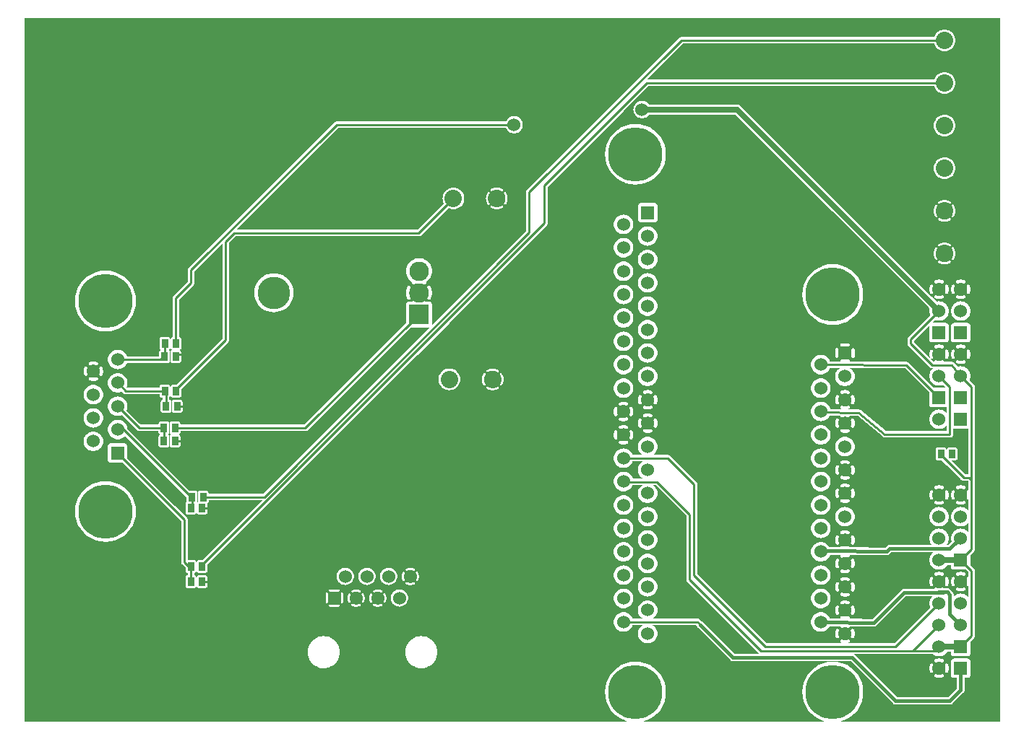
<source format=gbr>
G04 start of page 2 for group 0 idx 0 *
G04 Title: (unknown), component *
G04 Creator: pcb 20110918 *
G04 CreationDate: Fri 08 Jun 2012 06:47:20 PM GMT UTC *
G04 For: ed *
G04 Format: Gerber/RS-274X *
G04 PCB-Dimensions: 450000 325000 *
G04 PCB-Coordinate-Origin: lower left *
%MOIN*%
%FSLAX25Y25*%
%LNTOP*%
%ADD26C,0.1280*%
%ADD25C,0.0280*%
%ADD24C,0.0380*%
%ADD23C,0.1250*%
%ADD22C,0.1300*%
%ADD21C,0.0350*%
%ADD20R,0.0295X0.0295*%
%ADD19C,0.0600*%
%ADD18C,0.2500*%
%ADD17C,0.1500*%
%ADD16C,0.0900*%
%ADD15C,0.0800*%
%ADD14C,0.0150*%
%ADD13C,0.0250*%
%ADD12C,0.0100*%
%ADD11C,0.0001*%
G54D11*G36*
X431902Y90056D02*X432606Y90112D01*
X433295Y90277D01*
X433405Y90323D01*
X433949Y90548D01*
X434553Y90918D01*
X435092Y91378D01*
X435400Y91739D01*
Y87401D01*
X435092Y87762D01*
X434553Y88222D01*
X433949Y88592D01*
X433405Y88817D01*
X433295Y88863D01*
X432606Y89028D01*
X431902Y89084D01*
Y90056D01*
G37*
G36*
Y111882D02*X432233Y111551D01*
X432271Y111506D01*
X432451Y111353D01*
X432652Y111229D01*
X432870Y111139D01*
X433100Y111084D01*
X433335Y111065D01*
X433394Y111070D01*
X435279D01*
X435400Y110949D01*
Y106733D01*
X435321Y106734D01*
X435204Y106716D01*
X435091Y106680D01*
X434985Y106627D01*
X434888Y106558D01*
X434804Y106475D01*
X434733Y106379D01*
X434679Y106274D01*
X434641Y106162D01*
X434622Y106045D01*
X434621Y105926D01*
X434639Y105809D01*
X434677Y105696D01*
X434776Y105425D01*
X434844Y105145D01*
X434886Y104859D01*
X434900Y104570D01*
X434886Y104281D01*
X434844Y103995D01*
X434776Y103715D01*
X434680Y103442D01*
X434642Y103331D01*
X434625Y103214D01*
X434625Y103096D01*
X434645Y102979D01*
X434682Y102867D01*
X434736Y102763D01*
X434806Y102668D01*
X434891Y102585D01*
X434987Y102516D01*
X435092Y102463D01*
X435205Y102427D01*
X435321Y102410D01*
X435400Y102410D01*
Y97401D01*
X435092Y97762D01*
X434553Y98222D01*
X433949Y98592D01*
X433295Y98863D01*
X432606Y99028D01*
X431902Y99084D01*
Y100065D01*
X432333Y100086D01*
X432763Y100148D01*
X433184Y100252D01*
X433594Y100395D01*
X433700Y100448D01*
X433796Y100517D01*
X433881Y100600D01*
X433951Y100695D01*
X434006Y100801D01*
X434043Y100913D01*
X434063Y101030D01*
X434064Y101149D01*
X434046Y101266D01*
X434010Y101379D01*
X433957Y101485D01*
X433888Y101582D01*
X433805Y101666D01*
X433709Y101737D01*
X433604Y101791D01*
X433492Y101829D01*
X433375Y101848D01*
X433256Y101849D01*
X433139Y101831D01*
X433026Y101793D01*
X432755Y101694D01*
X432475Y101626D01*
X432189Y101584D01*
X431902Y101570D01*
Y107570D01*
X432189Y107556D01*
X432475Y107514D01*
X432755Y107446D01*
X433028Y107350D01*
X433139Y107312D01*
X433256Y107295D01*
X433374Y107295D01*
X433491Y107315D01*
X433603Y107352D01*
X433707Y107406D01*
X433802Y107476D01*
X433885Y107561D01*
X433954Y107657D01*
X434007Y107762D01*
X434043Y107875D01*
X434060Y107991D01*
X434059Y108109D01*
X434040Y108226D01*
X434003Y108338D01*
X433948Y108443D01*
X433878Y108538D01*
X433794Y108621D01*
X433698Y108689D01*
X433592Y108740D01*
X433184Y108888D01*
X432763Y108992D01*
X432333Y109054D01*
X431902Y109075D01*
Y111882D01*
G37*
G36*
X428287Y91872D02*X428708Y91378D01*
X429247Y90918D01*
X429851Y90548D01*
X430505Y90277D01*
X431194Y90112D01*
X431900Y90056D01*
X431902Y90056D01*
Y89084D01*
X431900Y89084D01*
X431194Y89028D01*
X430505Y88863D01*
X429851Y88592D01*
X429247Y88222D01*
X428708Y87762D01*
X428287Y87268D01*
Y91872D01*
G37*
G36*
Y115497D02*X431902Y111882D01*
Y109075D01*
X431900Y109075D01*
X431467Y109054D01*
X431037Y108992D01*
X430616Y108888D01*
X430206Y108745D01*
X430100Y108692D01*
X430004Y108623D01*
X429919Y108540D01*
X429849Y108445D01*
X429794Y108339D01*
X429757Y108227D01*
X429737Y108110D01*
X429736Y107991D01*
X429754Y107874D01*
X429790Y107761D01*
X429843Y107655D01*
X429912Y107558D01*
X429995Y107474D01*
X430091Y107403D01*
X430196Y107349D01*
X430308Y107311D01*
X430425Y107292D01*
X430544Y107291D01*
X430661Y107309D01*
X430774Y107347D01*
X431045Y107446D01*
X431325Y107514D01*
X431611Y107556D01*
X431900Y107570D01*
X431902Y107570D01*
Y101570D01*
X431900Y101570D01*
X431611Y101584D01*
X431325Y101626D01*
X431045Y101694D01*
X430772Y101790D01*
X430661Y101828D01*
X430544Y101845D01*
X430426Y101845D01*
X430309Y101825D01*
X430197Y101788D01*
X430093Y101734D01*
X429998Y101664D01*
X429915Y101579D01*
X429846Y101483D01*
X429793Y101378D01*
X429757Y101265D01*
X429740Y101149D01*
X429741Y101031D01*
X429760Y100914D01*
X429797Y100802D01*
X429852Y100697D01*
X429922Y100602D01*
X430006Y100519D01*
X430102Y100451D01*
X430208Y100400D01*
X430616Y100252D01*
X431037Y100148D01*
X431467Y100086D01*
X431900Y100065D01*
X431902Y100065D01*
Y99084D01*
X431900Y99084D01*
X431194Y99028D01*
X430505Y98863D01*
X429851Y98592D01*
X429824Y98575D01*
X429247Y98222D01*
X428708Y97762D01*
X428287Y97268D01*
Y102419D01*
X428360Y102407D01*
X428479Y102406D01*
X428596Y102424D01*
X428709Y102460D01*
X428815Y102513D01*
X428912Y102582D01*
X428996Y102665D01*
X429067Y102761D01*
X429121Y102866D01*
X429159Y102978D01*
X429178Y103095D01*
X429179Y103214D01*
X429161Y103331D01*
X429123Y103444D01*
X429024Y103715D01*
X428956Y103995D01*
X428914Y104281D01*
X428900Y104570D01*
X428914Y104859D01*
X428956Y105145D01*
X429024Y105425D01*
X429120Y105698D01*
X429158Y105809D01*
X429175Y105926D01*
X429175Y106044D01*
X429155Y106161D01*
X429118Y106273D01*
X429064Y106377D01*
X428994Y106472D01*
X428909Y106555D01*
X428813Y106624D01*
X428708Y106677D01*
X428595Y106713D01*
X428479Y106730D01*
X428361Y106729D01*
X428287Y106717D01*
Y115497D01*
G37*
G36*
X425513Y118271D02*X428287Y115497D01*
Y106717D01*
X428244Y106710D01*
X428132Y106673D01*
X428027Y106618D01*
X427932Y106548D01*
X427849Y106464D01*
X427781Y106368D01*
X427730Y106262D01*
X427582Y105854D01*
X427478Y105433D01*
X427416Y105003D01*
X427395Y104570D01*
X427416Y104137D01*
X427478Y103707D01*
X427582Y103286D01*
X427725Y102876D01*
X427778Y102770D01*
X427847Y102674D01*
X427930Y102589D01*
X428025Y102519D01*
X428131Y102464D01*
X428243Y102427D01*
X428287Y102419D01*
Y97268D01*
X428248Y97223D01*
X427878Y96619D01*
X427607Y95965D01*
X427442Y95276D01*
X427386Y94570D01*
X427442Y93864D01*
X427607Y93175D01*
X427878Y92521D01*
X428248Y91917D01*
X428287Y91872D01*
Y87268D01*
X428248Y87223D01*
X427878Y86619D01*
X427607Y85965D01*
X427442Y85276D01*
X427386Y84570D01*
X427442Y83864D01*
X427607Y83175D01*
X427658Y83053D01*
X426175Y81570D01*
X425513D01*
Y81872D01*
X425552Y81917D01*
X425922Y82521D01*
X426193Y83175D01*
X426358Y83864D01*
X426400Y84570D01*
X426358Y85276D01*
X426193Y85965D01*
X425922Y86619D01*
X425552Y87223D01*
X425513Y87268D01*
Y91872D01*
X425552Y91917D01*
X425922Y92521D01*
X426193Y93175D01*
X426358Y93864D01*
X426400Y94570D01*
X426358Y95276D01*
X426193Y95965D01*
X425922Y96619D01*
X425552Y97223D01*
X425513Y97268D01*
Y102423D01*
X425556Y102430D01*
X425668Y102467D01*
X425773Y102522D01*
X425868Y102592D01*
X425951Y102676D01*
X426019Y102772D01*
X426070Y102878D01*
X426218Y103286D01*
X426322Y103707D01*
X426384Y104137D01*
X426405Y104570D01*
X426384Y105003D01*
X426322Y105433D01*
X426218Y105854D01*
X426075Y106264D01*
X426022Y106370D01*
X425953Y106466D01*
X425870Y106551D01*
X425775Y106621D01*
X425669Y106676D01*
X425557Y106713D01*
X425513Y106721D01*
Y118271D01*
G37*
G36*
Y87268D02*X425092Y87762D01*
X424553Y88222D01*
X423949Y88592D01*
X423295Y88863D01*
X422606Y89028D01*
X421900Y89084D01*
X421893Y89083D01*
Y90057D01*
X421900Y90056D01*
X422606Y90112D01*
X423295Y90277D01*
X423949Y90548D01*
X424553Y90918D01*
X425092Y91378D01*
X425513Y91872D01*
Y87268D01*
G37*
G36*
Y81570D02*X425256D01*
X425513Y81872D01*
Y81570D01*
G37*
G36*
X421893Y120604D02*X423176Y120608D01*
X425513Y118271D01*
Y106721D01*
X425440Y106733D01*
X425321Y106734D01*
X425204Y106716D01*
X425091Y106680D01*
X424985Y106627D01*
X424888Y106558D01*
X424804Y106475D01*
X424733Y106379D01*
X424679Y106274D01*
X424641Y106162D01*
X424622Y106045D01*
X424621Y105926D01*
X424639Y105809D01*
X424677Y105696D01*
X424776Y105425D01*
X424844Y105145D01*
X424886Y104859D01*
X424900Y104570D01*
X424886Y104281D01*
X424844Y103995D01*
X424776Y103715D01*
X424680Y103442D01*
X424642Y103331D01*
X424625Y103214D01*
X424625Y103096D01*
X424645Y102979D01*
X424682Y102867D01*
X424736Y102763D01*
X424806Y102668D01*
X424891Y102585D01*
X424987Y102516D01*
X425092Y102463D01*
X425205Y102427D01*
X425321Y102410D01*
X425439Y102411D01*
X425513Y102423D01*
Y97268D01*
X425092Y97762D01*
X424553Y98222D01*
X424145Y98472D01*
Y98472D01*
X423976Y98575D01*
X423949Y98592D01*
X423295Y98863D01*
X422606Y99028D01*
X421900Y99084D01*
X421893Y99083D01*
Y100065D01*
X421900Y100065D01*
X422333Y100086D01*
X422763Y100148D01*
X423184Y100252D01*
X423594Y100395D01*
X423700Y100448D01*
X423796Y100517D01*
X423881Y100600D01*
X423951Y100695D01*
X424006Y100801D01*
X424043Y100913D01*
X424063Y101030D01*
X424064Y101149D01*
X424046Y101266D01*
X424010Y101379D01*
X423957Y101485D01*
X423888Y101582D01*
X423805Y101666D01*
X423709Y101737D01*
X423604Y101791D01*
X423492Y101829D01*
X423375Y101848D01*
X423256Y101849D01*
X423139Y101831D01*
X423026Y101793D01*
X422755Y101694D01*
X422475Y101626D01*
X422189Y101584D01*
X421900Y101570D01*
X421893Y101570D01*
Y107570D01*
X421900Y107570D01*
X422189Y107556D01*
X422475Y107514D01*
X422755Y107446D01*
X423028Y107350D01*
X423139Y107312D01*
X423256Y107295D01*
X423374Y107295D01*
X423491Y107315D01*
X423603Y107352D01*
X423707Y107406D01*
X423802Y107476D01*
X423885Y107561D01*
X423954Y107657D01*
X424007Y107762D01*
X424043Y107875D01*
X424060Y107991D01*
X424059Y108109D01*
X424040Y108226D01*
X424003Y108338D01*
X423948Y108443D01*
X423878Y108538D01*
X423794Y108621D01*
X423698Y108689D01*
X423592Y108740D01*
X423184Y108888D01*
X422763Y108992D01*
X422333Y109054D01*
X421900Y109075D01*
X421893Y109075D01*
Y120604D01*
G37*
G36*
Y131070D02*X426841D01*
X426900Y131065D01*
X427135Y131084D01*
X427365Y131139D01*
X427583Y131229D01*
X427784Y131353D01*
X427964Y131506D01*
X428117Y131686D01*
X428241Y131887D01*
X428331Y132105D01*
X428386Y132335D01*
X428405Y132570D01*
X428400Y132629D01*
Y135154D01*
X428435Y135139D01*
X428665Y135084D01*
X428900Y135070D01*
X435135Y135084D01*
X435365Y135139D01*
X435400Y135154D01*
Y114070D01*
X433956D01*
X427421Y120605D01*
X429533Y120611D01*
X429686Y120648D01*
X429831Y120708D01*
X429966Y120790D01*
X430085Y120893D01*
X430188Y121012D01*
X430270Y121147D01*
X430330Y121292D01*
X430367Y121445D01*
X430376Y121602D01*
X430367Y125695D01*
X430330Y125848D01*
X430270Y125993D01*
X430188Y126128D01*
X430085Y126247D01*
X429966Y126350D01*
X429831Y126432D01*
X429686Y126492D01*
X429533Y126529D01*
X429376Y126538D01*
X426267Y126529D01*
X426114Y126492D01*
X425969Y126432D01*
X425834Y126350D01*
X425715Y126247D01*
X425612Y126128D01*
X425530Y125993D01*
X425470Y125848D01*
X425433Y125695D01*
X425424Y125538D01*
X425431Y122596D01*
X425255Y122771D01*
X425249Y125695D01*
X425212Y125848D01*
X425152Y125993D01*
X425070Y126128D01*
X424967Y126247D01*
X424848Y126350D01*
X424713Y126432D01*
X424568Y126492D01*
X424415Y126529D01*
X424258Y126538D01*
X421893Y126531D01*
Y131070D01*
G37*
G36*
Y135057D02*X421900Y135056D01*
X422606Y135112D01*
X423295Y135277D01*
X423949Y135548D01*
X424553Y135918D01*
X425092Y136378D01*
X425400Y136739D01*
Y134070D01*
X421893D01*
Y135057D01*
G37*
G36*
Y145077D02*X425135Y145084D01*
X425365Y145139D01*
X425400Y145154D01*
Y142401D01*
X425092Y142762D01*
X424553Y143222D01*
X423949Y143592D01*
X423295Y143863D01*
X422606Y144028D01*
X421900Y144084D01*
X421893Y144083D01*
Y145077D01*
G37*
G36*
Y155057D02*X421900Y155056D01*
X422606Y155112D01*
X423295Y155277D01*
X423844Y155505D01*
X425342Y154006D01*
X425135Y154056D01*
X424900Y154070D01*
X421893Y154063D01*
Y155057D01*
G37*
G36*
X431902Y70077D02*X434267Y70082D01*
X435400Y68949D01*
Y66733D01*
X435321Y66734D01*
X435204Y66716D01*
X435091Y66680D01*
X434985Y66627D01*
X434888Y66558D01*
X434804Y66475D01*
X434733Y66379D01*
X434679Y66274D01*
X434641Y66162D01*
X434622Y66045D01*
X434621Y65926D01*
X434639Y65809D01*
X434677Y65696D01*
X434776Y65425D01*
X434844Y65145D01*
X434886Y64859D01*
X434900Y64570D01*
X434886Y64281D01*
X434844Y63995D01*
X434776Y63715D01*
X434680Y63442D01*
X434642Y63331D01*
X434625Y63214D01*
X434625Y63096D01*
X434645Y62979D01*
X434682Y62867D01*
X434736Y62763D01*
X434806Y62668D01*
X434891Y62585D01*
X434987Y62516D01*
X435092Y62463D01*
X435205Y62427D01*
X435321Y62410D01*
X435400Y62410D01*
Y57401D01*
X435092Y57762D01*
X434553Y58222D01*
X433949Y58592D01*
X433295Y58863D01*
X432606Y59028D01*
X431902Y59084D01*
Y60065D01*
X432333Y60086D01*
X432763Y60148D01*
X433184Y60252D01*
X433594Y60395D01*
X433700Y60448D01*
X433796Y60517D01*
X433881Y60600D01*
X433951Y60695D01*
X434006Y60801D01*
X434043Y60913D01*
X434063Y61030D01*
X434064Y61149D01*
X434046Y61266D01*
X434010Y61379D01*
X433957Y61485D01*
X433888Y61582D01*
X433805Y61666D01*
X433709Y61737D01*
X433604Y61791D01*
X433492Y61829D01*
X433375Y61848D01*
X433256Y61849D01*
X433139Y61831D01*
X433026Y61793D01*
X432755Y61694D01*
X432475Y61626D01*
X432189Y61584D01*
X431902Y61570D01*
Y67570D01*
X432189Y67556D01*
X432475Y67514D01*
X432755Y67446D01*
X433028Y67350D01*
X433139Y67312D01*
X433256Y67295D01*
X433374Y67295D01*
X433491Y67315D01*
X433603Y67352D01*
X433707Y67406D01*
X433802Y67476D01*
X433885Y67561D01*
X433954Y67657D01*
X434007Y67762D01*
X434043Y67875D01*
X434060Y67991D01*
X434059Y68109D01*
X434040Y68226D01*
X434003Y68338D01*
X433948Y68443D01*
X433878Y68538D01*
X433794Y68621D01*
X433698Y68689D01*
X433592Y68740D01*
X433184Y68888D01*
X432763Y68992D01*
X432333Y69054D01*
X431902Y69075D01*
Y70077D01*
G37*
G36*
X428287Y70200D02*X428435Y70139D01*
X428665Y70084D01*
X428900Y70070D01*
X431902Y70077D01*
Y69075D01*
X431900Y69075D01*
X431467Y69054D01*
X431037Y68992D01*
X430616Y68888D01*
X430206Y68745D01*
X430100Y68692D01*
X430004Y68623D01*
X429919Y68540D01*
X429849Y68445D01*
X429794Y68339D01*
X429757Y68227D01*
X429737Y68110D01*
X429736Y67991D01*
X429754Y67874D01*
X429790Y67761D01*
X429843Y67655D01*
X429912Y67558D01*
X429995Y67474D01*
X430091Y67403D01*
X430196Y67349D01*
X430308Y67311D01*
X430425Y67292D01*
X430544Y67291D01*
X430661Y67309D01*
X430774Y67347D01*
X431045Y67446D01*
X431325Y67514D01*
X431611Y67556D01*
X431900Y67570D01*
X431902Y67570D01*
Y61570D01*
X431900Y61570D01*
X431611Y61584D01*
X431325Y61626D01*
X431045Y61694D01*
X430772Y61790D01*
X430661Y61828D01*
X430544Y61845D01*
X430426Y61845D01*
X430309Y61825D01*
X430197Y61788D01*
X430093Y61734D01*
X429998Y61664D01*
X429915Y61579D01*
X429846Y61483D01*
X429793Y61378D01*
X429757Y61265D01*
X429740Y61149D01*
X429741Y61031D01*
X429760Y60914D01*
X429797Y60802D01*
X429852Y60697D01*
X429922Y60602D01*
X430006Y60519D01*
X430102Y60451D01*
X430208Y60400D01*
X430616Y60252D01*
X431037Y60148D01*
X431467Y60086D01*
X431900Y60065D01*
X431902Y60065D01*
Y59084D01*
X431900Y59084D01*
X431194Y59028D01*
X430505Y58863D01*
X429851Y58592D01*
X429247Y58222D01*
X428708Y57762D01*
X428650Y57694D01*
Y58501D01*
X428655Y58570D01*
X428634Y58844D01*
X428634Y58845D01*
X428569Y59112D01*
X428464Y59367D01*
X428320Y59602D01*
X428287Y59641D01*
Y62419D01*
X428360Y62407D01*
X428479Y62406D01*
X428596Y62424D01*
X428709Y62460D01*
X428815Y62513D01*
X428912Y62582D01*
X428996Y62665D01*
X429067Y62761D01*
X429121Y62866D01*
X429159Y62978D01*
X429178Y63095D01*
X429179Y63214D01*
X429161Y63331D01*
X429123Y63444D01*
X429024Y63715D01*
X428956Y63995D01*
X428914Y64281D01*
X428900Y64570D01*
X428914Y64859D01*
X428956Y65145D01*
X429024Y65425D01*
X429120Y65698D01*
X429158Y65809D01*
X429175Y65926D01*
X429175Y66044D01*
X429155Y66161D01*
X429118Y66273D01*
X429064Y66377D01*
X428994Y66472D01*
X428909Y66555D01*
X428813Y66624D01*
X428708Y66677D01*
X428595Y66713D01*
X428479Y66730D01*
X428361Y66729D01*
X428287Y66717D01*
Y70200D01*
G37*
G36*
X425513Y71872D02*X425552Y71917D01*
X425799Y72320D01*
X427412D01*
X427414Y71335D01*
X427469Y71105D01*
X427559Y70887D01*
X427683Y70686D01*
X427836Y70506D01*
X428016Y70353D01*
X428217Y70229D01*
X428287Y70200D01*
Y66717D01*
X428244Y66710D01*
X428132Y66673D01*
X428027Y66618D01*
X427932Y66548D01*
X427849Y66464D01*
X427781Y66368D01*
X427730Y66262D01*
X427582Y65854D01*
X427478Y65433D01*
X427416Y65003D01*
X427395Y64570D01*
X427416Y64137D01*
X427478Y63707D01*
X427582Y63286D01*
X427725Y62876D01*
X427778Y62770D01*
X427847Y62674D01*
X427930Y62589D01*
X428025Y62519D01*
X428131Y62464D01*
X428243Y62427D01*
X428287Y62419D01*
Y59641D01*
X428141Y59811D01*
X428089Y59856D01*
X426936Y61009D01*
X426891Y61061D01*
X426682Y61240D01*
X426447Y61384D01*
X426192Y61489D01*
X425925Y61554D01*
X425924Y61554D01*
X425650Y61575D01*
X425581Y61570D01*
X425513D01*
Y62423D01*
X425556Y62430D01*
X425668Y62467D01*
X425773Y62522D01*
X425868Y62592D01*
X425951Y62676D01*
X426019Y62772D01*
X426070Y62878D01*
X426218Y63286D01*
X426322Y63707D01*
X426384Y64137D01*
X426405Y64570D01*
X426384Y65003D01*
X426322Y65433D01*
X426218Y65854D01*
X426075Y66264D01*
X426022Y66370D01*
X425953Y66466D01*
X425870Y66551D01*
X425775Y66621D01*
X425669Y66676D01*
X425557Y66713D01*
X425513Y66721D01*
Y71872D01*
G37*
G36*
X421893Y70057D02*X421900Y70056D01*
X422606Y70112D01*
X423295Y70277D01*
X423949Y70548D01*
X424553Y70918D01*
X425092Y71378D01*
X425513Y71872D01*
Y66721D01*
X425440Y66733D01*
X425321Y66734D01*
X425204Y66716D01*
X425091Y66680D01*
X424985Y66627D01*
X424888Y66558D01*
X424804Y66475D01*
X424733Y66379D01*
X424679Y66274D01*
X424641Y66162D01*
X424622Y66045D01*
X424621Y65926D01*
X424639Y65809D01*
X424677Y65696D01*
X424776Y65425D01*
X424844Y65145D01*
X424886Y64859D01*
X424900Y64570D01*
X424886Y64281D01*
X424844Y63995D01*
X424776Y63715D01*
X424680Y63442D01*
X424642Y63331D01*
X424625Y63214D01*
X424625Y63096D01*
X424645Y62979D01*
X424682Y62867D01*
X424736Y62763D01*
X424806Y62668D01*
X424891Y62585D01*
X424987Y62516D01*
X425092Y62463D01*
X425205Y62427D01*
X425321Y62410D01*
X425439Y62411D01*
X425513Y62423D01*
Y61570D01*
X424219D01*
X424150Y61575D01*
X424081Y61570D01*
X423896D01*
X423888Y61582D01*
X423805Y61666D01*
X423709Y61737D01*
X423604Y61791D01*
X423492Y61829D01*
X423375Y61848D01*
X423256Y61849D01*
X423139Y61831D01*
X423026Y61793D01*
X422755Y61694D01*
X422475Y61626D01*
X422189Y61584D01*
X421900Y61570D01*
X421893Y61570D01*
Y67570D01*
X421900Y67570D01*
X422189Y67556D01*
X422475Y67514D01*
X422755Y67446D01*
X423028Y67350D01*
X423139Y67312D01*
X423256Y67295D01*
X423374Y67295D01*
X423491Y67315D01*
X423603Y67352D01*
X423707Y67406D01*
X423802Y67476D01*
X423885Y67561D01*
X423954Y67657D01*
X424007Y67762D01*
X424043Y67875D01*
X424060Y67991D01*
X424059Y68109D01*
X424040Y68226D01*
X424003Y68338D01*
X423948Y68443D01*
X423878Y68538D01*
X423794Y68621D01*
X423698Y68689D01*
X423592Y68740D01*
X423184Y68888D01*
X422763Y68992D01*
X422333Y69054D01*
X421900Y69075D01*
X421893Y69075D01*
Y70057D01*
G37*
G36*
X418287Y81872D02*X418544Y81570D01*
X418287D01*
Y81872D01*
G37*
G36*
Y91872D02*X418708Y91378D01*
X419247Y90918D01*
X419851Y90548D01*
X420505Y90277D01*
X421194Y90112D01*
X421893Y90057D01*
Y89083D01*
X421194Y89028D01*
X420505Y88863D01*
X419851Y88592D01*
X419247Y88222D01*
X418708Y87762D01*
X418287Y87268D01*
Y91872D01*
G37*
G36*
Y131070D02*X421893D01*
Y126531D01*
X421149Y126529D01*
X420996Y126492D01*
X420851Y126432D01*
X420716Y126350D01*
X420597Y126247D01*
X420494Y126128D01*
X420412Y125993D01*
X420352Y125848D01*
X420315Y125695D01*
X420306Y125538D01*
X420315Y121445D01*
X420352Y121292D01*
X420412Y121147D01*
X420494Y121012D01*
X420597Y120893D01*
X420716Y120790D01*
X420851Y120708D01*
X420996Y120648D01*
X421149Y120611D01*
X421306Y120602D01*
X421893Y120604D01*
Y109075D01*
X421467Y109054D01*
X421037Y108992D01*
X420616Y108888D01*
X420206Y108745D01*
X420100Y108692D01*
X420004Y108623D01*
X419919Y108540D01*
X419849Y108445D01*
X419794Y108339D01*
X419757Y108227D01*
X419737Y108110D01*
X419736Y107991D01*
X419754Y107874D01*
X419790Y107761D01*
X419843Y107655D01*
X419912Y107558D01*
X419995Y107474D01*
X420091Y107403D01*
X420196Y107349D01*
X420308Y107311D01*
X420425Y107292D01*
X420544Y107291D01*
X420661Y107309D01*
X420774Y107347D01*
X421045Y107446D01*
X421325Y107514D01*
X421611Y107556D01*
X421893Y107570D01*
Y101570D01*
X421611Y101584D01*
X421325Y101626D01*
X421045Y101694D01*
X420772Y101790D01*
X420661Y101828D01*
X420544Y101845D01*
X420426Y101845D01*
X420309Y101825D01*
X420197Y101788D01*
X420093Y101734D01*
X419998Y101664D01*
X419915Y101579D01*
X419846Y101483D01*
X419793Y101378D01*
X419757Y101265D01*
X419740Y101149D01*
X419741Y101031D01*
X419760Y100914D01*
X419797Y100802D01*
X419852Y100697D01*
X419922Y100602D01*
X420006Y100519D01*
X420102Y100451D01*
X420208Y100400D01*
X420616Y100252D01*
X421037Y100148D01*
X421467Y100086D01*
X421893Y100065D01*
Y99083D01*
X421194Y99028D01*
X420505Y98863D01*
X419851Y98592D01*
X419824Y98575D01*
X419247Y98222D01*
X418708Y97762D01*
X418287Y97268D01*
Y102419D01*
X418360Y102407D01*
X418479Y102406D01*
X418596Y102424D01*
X418709Y102460D01*
X418815Y102513D01*
X418912Y102582D01*
X418996Y102665D01*
X419067Y102761D01*
X419121Y102866D01*
X419159Y102978D01*
X419178Y103095D01*
X419179Y103214D01*
X419161Y103331D01*
X419123Y103444D01*
X419024Y103715D01*
X418956Y103995D01*
X418914Y104281D01*
X418900Y104570D01*
X418914Y104859D01*
X418956Y105145D01*
X419024Y105425D01*
X419120Y105698D01*
X419158Y105809D01*
X419175Y105926D01*
X419175Y106044D01*
X419155Y106161D01*
X419118Y106273D01*
X419064Y106377D01*
X418994Y106472D01*
X418909Y106555D01*
X418813Y106624D01*
X418708Y106677D01*
X418595Y106713D01*
X418479Y106730D01*
X418361Y106729D01*
X418287Y106717D01*
Y131070D01*
G37*
G36*
Y136872D02*X418708Y136378D01*
X419247Y135918D01*
X419851Y135548D01*
X420505Y135277D01*
X421194Y135112D01*
X421893Y135057D01*
Y134070D01*
X418287D01*
Y136872D01*
G37*
G36*
Y145200D02*X418435Y145139D01*
X418665Y145084D01*
X418900Y145070D01*
X421893Y145077D01*
Y144083D01*
X421194Y144028D01*
X420505Y143863D01*
X419851Y143592D01*
X419247Y143222D01*
X418708Y142762D01*
X418287Y142268D01*
Y145200D01*
G37*
G36*
Y156872D02*X418708Y156378D01*
X419247Y155918D01*
X419851Y155548D01*
X420505Y155277D01*
X421194Y155112D01*
X421893Y155057D01*
Y154063D01*
X419533Y154058D01*
X418287Y155304D01*
Y156872D01*
G37*
G36*
Y163200D02*X418435Y163139D01*
X418665Y163084D01*
X418900Y163065D01*
X418959Y163070D01*
X419069D01*
X418708Y162762D01*
X418287Y162268D01*
Y163200D01*
G37*
G36*
Y57820D02*X418776D01*
X418708Y57762D01*
X418287Y57268D01*
Y57820D01*
G37*
G36*
Y71872D02*X418708Y71378D01*
X419247Y70918D01*
X419851Y70548D01*
X420505Y70277D01*
X421194Y70112D01*
X421893Y70057D01*
Y69075D01*
X421467Y69054D01*
X421037Y68992D01*
X420616Y68888D01*
X420206Y68745D01*
X420100Y68692D01*
X420004Y68623D01*
X419919Y68540D01*
X419849Y68445D01*
X419794Y68339D01*
X419757Y68227D01*
X419737Y68110D01*
X419736Y67991D01*
X419754Y67874D01*
X419790Y67761D01*
X419843Y67655D01*
X419912Y67558D01*
X419995Y67474D01*
X420091Y67403D01*
X420196Y67349D01*
X420308Y67311D01*
X420425Y67292D01*
X420544Y67291D01*
X420661Y67309D01*
X420774Y67347D01*
X421045Y67446D01*
X421325Y67514D01*
X421611Y67556D01*
X421893Y67570D01*
Y61570D01*
X421611Y61584D01*
X421325Y61626D01*
X421045Y61694D01*
X420772Y61790D01*
X420661Y61828D01*
X420544Y61845D01*
X420426Y61845D01*
X420309Y61825D01*
X420197Y61788D01*
X420093Y61734D01*
X419998Y61664D01*
X419915Y61579D01*
X419846Y61483D01*
X419793Y61378D01*
X419775Y61320D01*
X418287D01*
Y62419D01*
X418360Y62407D01*
X418479Y62406D01*
X418596Y62424D01*
X418709Y62460D01*
X418815Y62513D01*
X418912Y62582D01*
X418996Y62665D01*
X419067Y62761D01*
X419121Y62866D01*
X419159Y62978D01*
X419178Y63095D01*
X419179Y63214D01*
X419161Y63331D01*
X419123Y63444D01*
X419024Y63715D01*
X418956Y63995D01*
X418914Y64281D01*
X418900Y64570D01*
X418914Y64859D01*
X418956Y65145D01*
X419024Y65425D01*
X419120Y65698D01*
X419158Y65809D01*
X419175Y65926D01*
X419175Y66044D01*
X419155Y66161D01*
X419118Y66273D01*
X419064Y66377D01*
X418994Y66472D01*
X418909Y66555D01*
X418813Y66624D01*
X418708Y66677D01*
X418595Y66713D01*
X418479Y66730D01*
X418361Y66729D01*
X418287Y66717D01*
Y71872D01*
G37*
G36*
Y78070D02*X419069D01*
X419063Y78065D01*
X418708Y77762D01*
X418287Y77268D01*
Y78070D01*
G37*
G36*
X382113Y156672D02*X382152Y156717D01*
X382522Y157321D01*
X382793Y157975D01*
X382958Y158664D01*
X383000Y159370D01*
X382958Y160076D01*
X382793Y160765D01*
X382522Y161419D01*
X382152Y162023D01*
X382113Y162068D01*
Y163195D01*
X406276Y163073D01*
X417401Y151947D01*
X417414Y146335D01*
X417469Y146105D01*
X417559Y145887D01*
X417683Y145686D01*
X417836Y145506D01*
X418016Y145353D01*
X418217Y145229D01*
X418287Y145200D01*
Y142268D01*
X418248Y142223D01*
X417878Y141619D01*
X417607Y140965D01*
X417442Y140276D01*
X417386Y139570D01*
X417442Y138864D01*
X417607Y138175D01*
X417878Y137521D01*
X418248Y136917D01*
X418287Y136872D01*
Y134070D01*
X397443D01*
X385873Y143711D01*
X385798Y143777D01*
X385716Y143829D01*
X385671Y143862D01*
X385633Y143881D01*
X385598Y143903D01*
X385528Y143933D01*
X385459Y143967D01*
X385419Y143979D01*
X385381Y143996D01*
X385307Y144014D01*
X385233Y144037D01*
X385192Y144043D01*
X385152Y144053D01*
X385096Y144057D01*
X385000Y144071D01*
X384900Y144070D01*
X382113Y144102D01*
Y146423D01*
X382156Y146430D01*
X382268Y146467D01*
X382373Y146522D01*
X382468Y146592D01*
X382551Y146676D01*
X382619Y146772D01*
X382670Y146878D01*
X382818Y147286D01*
X382922Y147707D01*
X382984Y148137D01*
X383005Y148570D01*
X382984Y149003D01*
X382922Y149433D01*
X382818Y149854D01*
X382675Y150264D01*
X382622Y150370D01*
X382553Y150466D01*
X382470Y150551D01*
X382375Y150621D01*
X382269Y150676D01*
X382157Y150713D01*
X382113Y150721D01*
Y156672D01*
G37*
G36*
Y162068D02*X381692Y162562D01*
X381153Y163022D01*
X380860Y163201D01*
X382113Y163195D01*
Y162068D01*
G37*
G36*
X378498Y154856D02*X378500Y154856D01*
X379206Y154912D01*
X379895Y155077D01*
X380549Y155348D01*
X381153Y155718D01*
X381692Y156178D01*
X382113Y156672D01*
Y150721D01*
X382040Y150733D01*
X381921Y150734D01*
X381804Y150716D01*
X381691Y150680D01*
X381585Y150627D01*
X381488Y150558D01*
X381404Y150475D01*
X381333Y150379D01*
X381279Y150274D01*
X381241Y150162D01*
X381222Y150045D01*
X381221Y149926D01*
X381239Y149809D01*
X381277Y149696D01*
X381376Y149425D01*
X381444Y149145D01*
X381486Y148859D01*
X381500Y148570D01*
X381486Y148281D01*
X381444Y147995D01*
X381376Y147715D01*
X381280Y147442D01*
X381242Y147331D01*
X381225Y147214D01*
X381225Y147096D01*
X381245Y146979D01*
X381282Y146867D01*
X381336Y146763D01*
X381406Y146668D01*
X381491Y146585D01*
X381587Y146516D01*
X381692Y146463D01*
X381805Y146427D01*
X381921Y146410D01*
X382039Y146411D01*
X382113Y146423D01*
Y144102D01*
X379266Y144134D01*
X379363Y144148D01*
X379784Y144252D01*
X380194Y144395D01*
X380300Y144448D01*
X380396Y144517D01*
X380481Y144600D01*
X380551Y144695D01*
X380606Y144801D01*
X380643Y144913D01*
X380663Y145030D01*
X380664Y145149D01*
X380646Y145266D01*
X380610Y145379D01*
X380557Y145485D01*
X380488Y145582D01*
X380405Y145666D01*
X380309Y145737D01*
X380204Y145791D01*
X380092Y145829D01*
X379975Y145848D01*
X379856Y145849D01*
X379739Y145831D01*
X379626Y145793D01*
X379355Y145694D01*
X379075Y145626D01*
X378789Y145584D01*
X378500Y145570D01*
X378498Y145570D01*
Y151570D01*
X378500Y151570D01*
X378789Y151556D01*
X379075Y151514D01*
X379355Y151446D01*
X379628Y151350D01*
X379739Y151312D01*
X379856Y151295D01*
X379974Y151295D01*
X380091Y151315D01*
X380203Y151352D01*
X380307Y151406D01*
X380402Y151476D01*
X380485Y151561D01*
X380554Y151657D01*
X380607Y151762D01*
X380643Y151875D01*
X380660Y151991D01*
X380659Y152109D01*
X380640Y152226D01*
X380603Y152338D01*
X380548Y152443D01*
X380478Y152538D01*
X380394Y152621D01*
X380298Y152689D01*
X380192Y152740D01*
X379784Y152888D01*
X379363Y152992D01*
X378933Y153054D01*
X378500Y153075D01*
X378498Y153075D01*
Y154856D01*
G37*
G36*
X374887Y156672D02*X375308Y156178D01*
X375847Y155718D01*
X376451Y155348D01*
X377105Y155077D01*
X377794Y154912D01*
X378498Y154856D01*
Y153075D01*
X378067Y153054D01*
X377637Y152992D01*
X377216Y152888D01*
X376806Y152745D01*
X376700Y152692D01*
X376604Y152623D01*
X376519Y152540D01*
X376449Y152445D01*
X376394Y152339D01*
X376357Y152227D01*
X376337Y152110D01*
X376336Y151991D01*
X376354Y151874D01*
X376390Y151761D01*
X376443Y151655D01*
X376512Y151558D01*
X376595Y151474D01*
X376691Y151403D01*
X376796Y151349D01*
X376908Y151311D01*
X377025Y151292D01*
X377144Y151291D01*
X377261Y151309D01*
X377374Y151347D01*
X377645Y151446D01*
X377925Y151514D01*
X378211Y151556D01*
X378498Y151570D01*
Y145570D01*
X378211Y145584D01*
X377925Y145626D01*
X377645Y145694D01*
X377372Y145790D01*
X377261Y145828D01*
X377144Y145845D01*
X377026Y145845D01*
X376909Y145825D01*
X376797Y145788D01*
X376693Y145734D01*
X376598Y145664D01*
X376515Y145579D01*
X376446Y145483D01*
X376393Y145378D01*
X376357Y145265D01*
X376340Y145149D01*
X376341Y145031D01*
X376360Y144914D01*
X376397Y144802D01*
X376452Y144697D01*
X376522Y144602D01*
X376606Y144519D01*
X376702Y144451D01*
X376808Y144400D01*
X377216Y144252D01*
X377618Y144153D01*
X374887Y144184D01*
Y146419D01*
X374960Y146407D01*
X375079Y146406D01*
X375196Y146424D01*
X375309Y146460D01*
X375415Y146513D01*
X375512Y146582D01*
X375596Y146665D01*
X375667Y146761D01*
X375721Y146866D01*
X375759Y146978D01*
X375778Y147095D01*
X375779Y147214D01*
X375761Y147331D01*
X375723Y147444D01*
X375624Y147715D01*
X375556Y147995D01*
X375514Y148281D01*
X375500Y148570D01*
X375514Y148859D01*
X375556Y149145D01*
X375624Y149425D01*
X375720Y149698D01*
X375758Y149809D01*
X375775Y149926D01*
X375775Y150044D01*
X375755Y150161D01*
X375718Y150273D01*
X375664Y150377D01*
X375594Y150472D01*
X375509Y150555D01*
X375413Y150624D01*
X375308Y150677D01*
X375195Y150713D01*
X375079Y150730D01*
X374961Y150729D01*
X374887Y150717D01*
Y156672D01*
G37*
G36*
Y163232D02*X376179Y163225D01*
X375847Y163022D01*
X375308Y162562D01*
X374887Y162068D01*
Y163232D01*
G37*
G36*
X372878Y163242D02*X374887Y163232D01*
Y162068D01*
X374848Y162023D01*
X374478Y161419D01*
X374207Y160765D01*
X374042Y160076D01*
X373986Y159370D01*
X374042Y158664D01*
X374207Y157975D01*
X374478Y157321D01*
X374848Y156717D01*
X374887Y156672D01*
Y150717D01*
X374844Y150710D01*
X374732Y150673D01*
X374627Y150618D01*
X374532Y150548D01*
X374449Y150464D01*
X374381Y150368D01*
X374330Y150262D01*
X374182Y149854D01*
X374078Y149433D01*
X374016Y149003D01*
X373995Y148570D01*
X374016Y148137D01*
X374078Y147707D01*
X374182Y147286D01*
X374325Y146876D01*
X374378Y146770D01*
X374447Y146674D01*
X374530Y146589D01*
X374625Y146519D01*
X374731Y146464D01*
X374843Y146427D01*
X374887Y146419D01*
Y144184D01*
X372878Y144207D01*
Y163242D01*
G37*
G36*
X382250Y226038D02*X417552Y190736D01*
X417442Y190276D01*
X417386Y189570D01*
X417442Y188864D01*
X417607Y188175D01*
X417835Y187626D01*
X407881Y177672D01*
X407836Y177634D01*
X407683Y177454D01*
X407559Y177253D01*
X407469Y177035D01*
X407414Y176805D01*
X407414Y176805D01*
X407395Y176570D01*
X407400Y176511D01*
Y174629D01*
X407395Y174570D01*
X407414Y174335D01*
X407469Y174105D01*
X407559Y173887D01*
X407683Y173686D01*
X407836Y173506D01*
X407881Y173468D01*
X417798Y163551D01*
X417836Y163506D01*
X418016Y163353D01*
X418217Y163229D01*
X418287Y163200D01*
Y162268D01*
X418248Y162223D01*
X418151Y162065D01*
X417878Y161619D01*
X417607Y160965D01*
X417442Y160276D01*
X417386Y159570D01*
X417442Y158864D01*
X417607Y158175D01*
X417878Y157521D01*
X418248Y156917D01*
X418287Y156872D01*
Y155304D01*
X408005Y165586D01*
X407969Y165629D01*
X407791Y165783D01*
X407787Y165785D01*
X407784Y165787D01*
X407688Y165846D01*
X407590Y165907D01*
X407586Y165909D01*
X407583Y165911D01*
X407479Y165954D01*
X407372Y165999D01*
X407368Y166000D01*
X407365Y166001D01*
X407254Y166028D01*
X407143Y166055D01*
X407139Y166055D01*
X407135Y166056D01*
X406900Y166075D01*
X406845Y166070D01*
X406395Y166073D01*
X382250Y166195D01*
Y167918D01*
X382368Y167927D01*
X382482Y167955D01*
X382592Y168000D01*
X382692Y168061D01*
X382782Y168138D01*
X382859Y168228D01*
X382920Y168328D01*
X382965Y168438D01*
X382993Y168552D01*
X383000Y168670D01*
Y171670D01*
X382993Y171788D01*
X382965Y171902D01*
X382920Y172012D01*
X382859Y172112D01*
X382782Y172202D01*
X382692Y172279D01*
X382592Y172340D01*
X382482Y172385D01*
X382368Y172413D01*
X382250Y172422D01*
Y186745D01*
X382830Y187240D01*
X382892Y187313D01*
X384261Y188916D01*
X385413Y190795D01*
X386256Y192830D01*
X386372Y193313D01*
X386770Y194973D01*
X386900Y197170D01*
X386770Y199367D01*
X386256Y201510D01*
X385413Y203545D01*
X384261Y205424D01*
X382830Y207100D01*
X382250Y207595D01*
Y226038D01*
G37*
G36*
Y166195D02*X380719Y166202D01*
X380743Y166302D01*
X380752Y166420D01*
X380743Y166538D01*
X380715Y166652D01*
X380670Y166762D01*
X380609Y166862D01*
X380532Y166952D01*
X380442Y167029D01*
X380342Y167090D01*
X380232Y167135D01*
X380118Y167163D01*
X380000Y167170D01*
X378500D01*
Y173170D01*
X380000D01*
X380118Y173177D01*
X380232Y173205D01*
X380342Y173250D01*
X380442Y173311D01*
X380532Y173388D01*
X380609Y173478D01*
X380670Y173578D01*
X380715Y173688D01*
X380743Y173802D01*
X380752Y173920D01*
X380743Y174038D01*
X380715Y174152D01*
X380670Y174262D01*
X380609Y174362D01*
X380532Y174452D01*
X380442Y174529D01*
X380342Y174590D01*
X380232Y174635D01*
X380118Y174663D01*
X380000Y174670D01*
X378500D01*
Y184336D01*
X379275Y184657D01*
X381154Y185809D01*
X382250Y186745D01*
Y172422D01*
X382132Y172413D01*
X382018Y172385D01*
X381908Y172340D01*
X381808Y172279D01*
X381718Y172202D01*
X381641Y172112D01*
X381580Y172012D01*
X381535Y171902D01*
X381507Y171788D01*
X381500Y171670D01*
Y168670D01*
X381507Y168552D01*
X381535Y168438D01*
X381580Y168328D01*
X381641Y168228D01*
X381718Y168138D01*
X381808Y168061D01*
X381908Y168000D01*
X382018Y167955D01*
X382132Y167927D01*
X382250Y167918D01*
Y166195D01*
G37*
G36*
X378500Y167170D02*X377000D01*
X376882Y167163D01*
X376768Y167135D01*
X376658Y167090D01*
X376558Y167029D01*
X376468Y166952D01*
X376391Y166862D01*
X376330Y166762D01*
X376285Y166652D01*
X376257Y166538D01*
X376248Y166420D01*
X376257Y166302D01*
X376276Y166225D01*
X374750Y166232D01*
Y167918D01*
X374868Y167927D01*
X374982Y167955D01*
X375092Y168000D01*
X375192Y168061D01*
X375282Y168138D01*
X375359Y168228D01*
X375420Y168328D01*
X375465Y168438D01*
X375493Y168552D01*
X375500Y168670D01*
Y171670D01*
X375493Y171788D01*
X375465Y171902D01*
X375420Y172012D01*
X375359Y172112D01*
X375282Y172202D01*
X375192Y172279D01*
X375092Y172340D01*
X374982Y172385D01*
X374868Y172413D01*
X374750Y172422D01*
Y183272D01*
X375097Y183300D01*
X377240Y183814D01*
X378500Y184336D01*
Y174670D01*
X377000D01*
X376882Y174663D01*
X376768Y174635D01*
X376658Y174590D01*
X376558Y174529D01*
X376468Y174452D01*
X376391Y174362D01*
X376330Y174262D01*
X376285Y174152D01*
X376257Y174038D01*
X376248Y173920D01*
X376257Y173802D01*
X376285Y173688D01*
X376330Y173578D01*
X376391Y173478D01*
X376468Y173388D01*
X376558Y173311D01*
X376658Y173250D01*
X376768Y173205D01*
X376882Y173177D01*
X377000Y173170D01*
X378500D01*
Y167170D01*
G37*
G36*
X374750Y166232D02*X373748Y166237D01*
X372878Y166242D01*
Y183129D01*
X372900Y183127D01*
X374750Y183272D01*
Y172422D01*
X374632Y172413D01*
X374518Y172385D01*
X374408Y172340D01*
X374308Y172279D01*
X374218Y172202D01*
X374141Y172112D01*
X374080Y172012D01*
X374035Y171902D01*
X374007Y171788D01*
X374000Y171670D01*
Y168670D01*
X374007Y168552D01*
X374035Y168438D01*
X374080Y168328D01*
X374141Y168228D01*
X374218Y168138D01*
X374308Y168061D01*
X374408Y168000D01*
X374518Y167955D01*
X374632Y167927D01*
X374750Y167918D01*
Y166232D01*
G37*
G36*
X372878Y235410D02*X382250Y226038D01*
Y207595D01*
X381154Y208531D01*
X379275Y209683D01*
X377240Y210526D01*
X375097Y211040D01*
X372900Y211213D01*
X372878Y211211D01*
Y235410D01*
G37*
G36*
X382113Y43903D02*X391824Y43821D01*
X391900Y43815D01*
X392120Y43832D01*
X392160Y43834D01*
X392167Y43836D01*
X392175Y43836D01*
X392300Y43866D01*
X392428Y43896D01*
X392435Y43899D01*
X392442Y43901D01*
X392562Y43950D01*
X392684Y43999D01*
X392690Y44003D01*
X392697Y44006D01*
X392807Y44074D01*
X392920Y44141D01*
X392925Y44146D01*
X392932Y44150D01*
X392961Y44176D01*
X393131Y44318D01*
X393181Y44376D01*
X406625Y57820D01*
X418287D01*
Y57268D01*
X418248Y57223D01*
X417878Y56619D01*
X417607Y55965D01*
X417442Y55276D01*
X417386Y54570D01*
X417442Y53864D01*
X417607Y53175D01*
X417835Y52626D01*
X401279Y36070D01*
X382113D01*
Y38423D01*
X382156Y38430D01*
X382268Y38467D01*
X382373Y38522D01*
X382468Y38592D01*
X382551Y38676D01*
X382619Y38772D01*
X382670Y38878D01*
X382818Y39286D01*
X382922Y39707D01*
X382984Y40137D01*
X383005Y40570D01*
X382984Y41003D01*
X382922Y41433D01*
X382818Y41854D01*
X382675Y42264D01*
X382622Y42370D01*
X382553Y42466D01*
X382470Y42551D01*
X382375Y42621D01*
X382269Y42676D01*
X382157Y42713D01*
X382113Y42721D01*
Y43903D01*
G37*
G36*
X374887Y43964D02*X376342Y43952D01*
X376354Y43874D01*
X376390Y43761D01*
X376443Y43655D01*
X376512Y43558D01*
X376595Y43474D01*
X376691Y43403D01*
X376796Y43349D01*
X376908Y43311D01*
X377025Y43292D01*
X377144Y43291D01*
X377261Y43309D01*
X377374Y43347D01*
X377645Y43446D01*
X377925Y43514D01*
X378211Y43556D01*
X378500Y43570D01*
X378789Y43556D01*
X379075Y43514D01*
X379355Y43446D01*
X379628Y43350D01*
X379739Y43312D01*
X379856Y43295D01*
X379974Y43295D01*
X380091Y43315D01*
X380203Y43352D01*
X380307Y43406D01*
X380402Y43476D01*
X380485Y43561D01*
X380554Y43657D01*
X380607Y43762D01*
X380643Y43875D01*
X380649Y43915D01*
X382113Y43903D01*
Y42721D01*
X382040Y42733D01*
X381921Y42734D01*
X381804Y42716D01*
X381691Y42680D01*
X381585Y42627D01*
X381488Y42558D01*
X381404Y42475D01*
X381333Y42379D01*
X381279Y42274D01*
X381241Y42162D01*
X381222Y42045D01*
X381221Y41926D01*
X381239Y41809D01*
X381277Y41696D01*
X381376Y41425D01*
X381444Y41145D01*
X381486Y40859D01*
X381500Y40570D01*
X381486Y40281D01*
X381444Y39995D01*
X381376Y39715D01*
X381280Y39442D01*
X381242Y39331D01*
X381225Y39214D01*
X381225Y39096D01*
X381245Y38979D01*
X381282Y38867D01*
X381336Y38763D01*
X381406Y38668D01*
X381491Y38585D01*
X381587Y38516D01*
X381692Y38463D01*
X381805Y38427D01*
X381921Y38410D01*
X382039Y38411D01*
X382113Y38423D01*
Y36070D01*
X378608D01*
X378933Y36086D01*
X379363Y36148D01*
X379784Y36252D01*
X380194Y36395D01*
X380300Y36448D01*
X380396Y36517D01*
X380481Y36600D01*
X380551Y36695D01*
X380606Y36801D01*
X380643Y36913D01*
X380663Y37030D01*
X380664Y37149D01*
X380646Y37266D01*
X380610Y37379D01*
X380557Y37485D01*
X380488Y37582D01*
X380405Y37666D01*
X380309Y37737D01*
X380204Y37791D01*
X380092Y37829D01*
X379975Y37848D01*
X379856Y37849D01*
X379739Y37831D01*
X379626Y37793D01*
X379355Y37694D01*
X379075Y37626D01*
X378789Y37584D01*
X378500Y37570D01*
X378211Y37584D01*
X377925Y37626D01*
X377645Y37694D01*
X377372Y37790D01*
X377261Y37828D01*
X377144Y37845D01*
X377026Y37845D01*
X376909Y37825D01*
X376797Y37788D01*
X376693Y37734D01*
X376598Y37664D01*
X376515Y37579D01*
X376446Y37483D01*
X376393Y37378D01*
X376357Y37265D01*
X376340Y37149D01*
X376341Y37031D01*
X376360Y36914D01*
X376397Y36802D01*
X376452Y36697D01*
X376522Y36602D01*
X376606Y36519D01*
X376702Y36451D01*
X376808Y36400D01*
X377216Y36252D01*
X377637Y36148D01*
X378067Y36086D01*
X378392Y36070D01*
X374887D01*
Y38419D01*
X374960Y38407D01*
X375079Y38406D01*
X375196Y38424D01*
X375309Y38460D01*
X375415Y38513D01*
X375512Y38582D01*
X375596Y38665D01*
X375667Y38761D01*
X375721Y38866D01*
X375759Y38978D01*
X375778Y39095D01*
X375779Y39214D01*
X375761Y39331D01*
X375723Y39444D01*
X375624Y39715D01*
X375556Y39995D01*
X375514Y40281D01*
X375500Y40570D01*
X375514Y40859D01*
X375556Y41145D01*
X375624Y41425D01*
X375720Y41698D01*
X375758Y41809D01*
X375775Y41926D01*
X375775Y42044D01*
X375755Y42161D01*
X375718Y42273D01*
X375664Y42377D01*
X375594Y42472D01*
X375509Y42555D01*
X375413Y42624D01*
X375308Y42677D01*
X375195Y42713D01*
X375079Y42730D01*
X374961Y42729D01*
X374887Y42717D01*
Y43964D01*
G37*
G36*
X372878Y43981D02*X374887Y43964D01*
Y42717D01*
X374844Y42710D01*
X374732Y42673D01*
X374627Y42618D01*
X374532Y42548D01*
X374449Y42464D01*
X374381Y42368D01*
X374330Y42262D01*
X374182Y41854D01*
X374078Y41433D01*
X374016Y41003D01*
X373995Y40570D01*
X374016Y40137D01*
X374078Y39707D01*
X374182Y39286D01*
X374325Y38876D01*
X374378Y38770D01*
X374447Y38674D01*
X374530Y38589D01*
X374625Y38519D01*
X374731Y38464D01*
X374843Y38427D01*
X374887Y38419D01*
Y36070D01*
X372878D01*
Y43981D01*
G37*
G36*
X382113Y76930D02*X396145Y76832D01*
X397825Y76820D01*
X397900Y76815D01*
X398128Y76833D01*
X398162Y76834D01*
X398169Y76836D01*
X398175Y76836D01*
X398301Y76867D01*
X398431Y76897D01*
X398437Y76899D01*
X398442Y76901D01*
X398563Y76950D01*
X398686Y77000D01*
X398691Y77004D01*
X398697Y77006D01*
X398808Y77074D01*
X398922Y77143D01*
X398927Y77147D01*
X398932Y77150D01*
X398957Y77173D01*
X399133Y77320D01*
X399182Y77377D01*
X399875Y78070D01*
X418287D01*
Y77268D01*
X418248Y77223D01*
X417878Y76619D01*
X417607Y75965D01*
X417442Y75276D01*
X417386Y74570D01*
X417442Y73864D01*
X417607Y73175D01*
X417878Y72521D01*
X418248Y71917D01*
X418287Y71872D01*
Y66717D01*
X418244Y66710D01*
X418132Y66673D01*
X418027Y66618D01*
X417932Y66548D01*
X417849Y66464D01*
X417781Y66368D01*
X417730Y66262D01*
X417582Y65854D01*
X417478Y65433D01*
X417416Y65003D01*
X417395Y64570D01*
X417416Y64137D01*
X417478Y63707D01*
X417582Y63286D01*
X417725Y62876D01*
X417778Y62770D01*
X417847Y62674D01*
X417930Y62589D01*
X418025Y62519D01*
X418131Y62464D01*
X418243Y62427D01*
X418287Y62419D01*
Y61320D01*
X405969D01*
X405900Y61325D01*
X405625Y61304D01*
X405358Y61239D01*
X405103Y61134D01*
X404868Y60990D01*
X404659Y60811D01*
X404614Y60759D01*
X391181Y47326D01*
X382113Y47403D01*
Y49223D01*
X382156Y49230D01*
X382268Y49267D01*
X382373Y49322D01*
X382468Y49392D01*
X382551Y49476D01*
X382619Y49572D01*
X382670Y49678D01*
X382818Y50086D01*
X382922Y50507D01*
X382984Y50937D01*
X383005Y51370D01*
X382984Y51803D01*
X382922Y52233D01*
X382818Y52654D01*
X382675Y53064D01*
X382622Y53170D01*
X382553Y53266D01*
X382470Y53351D01*
X382375Y53421D01*
X382269Y53476D01*
X382157Y53513D01*
X382113Y53521D01*
Y60023D01*
X382156Y60030D01*
X382268Y60067D01*
X382373Y60122D01*
X382468Y60192D01*
X382551Y60276D01*
X382619Y60372D01*
X382670Y60478D01*
X382818Y60886D01*
X382922Y61307D01*
X382984Y61737D01*
X383005Y62170D01*
X382984Y62603D01*
X382922Y63033D01*
X382818Y63454D01*
X382675Y63864D01*
X382622Y63970D01*
X382553Y64066D01*
X382470Y64151D01*
X382375Y64221D01*
X382269Y64276D01*
X382157Y64313D01*
X382113Y64321D01*
Y70823D01*
X382156Y70830D01*
X382268Y70867D01*
X382373Y70922D01*
X382468Y70992D01*
X382551Y71076D01*
X382619Y71172D01*
X382670Y71278D01*
X382818Y71686D01*
X382922Y72107D01*
X382984Y72537D01*
X383005Y72970D01*
X382984Y73403D01*
X382922Y73833D01*
X382818Y74254D01*
X382675Y74664D01*
X382622Y74770D01*
X382553Y74866D01*
X382470Y74951D01*
X382375Y75021D01*
X382269Y75076D01*
X382157Y75113D01*
X382113Y75121D01*
Y76930D01*
G37*
G36*
X378502Y75970D02*X378789Y75956D01*
X379075Y75914D01*
X379355Y75846D01*
X379628Y75750D01*
X379739Y75712D01*
X379856Y75695D01*
X379974Y75695D01*
X380091Y75715D01*
X380203Y75752D01*
X380307Y75806D01*
X380402Y75876D01*
X380485Y75961D01*
X380554Y76057D01*
X380607Y76162D01*
X380643Y76275D01*
X380660Y76391D01*
X380659Y76509D01*
X380640Y76626D01*
X380603Y76738D01*
X380548Y76843D01*
X380478Y76938D01*
X380474Y76942D01*
X382113Y76930D01*
Y75121D01*
X382040Y75133D01*
X381921Y75134D01*
X381804Y75116D01*
X381691Y75080D01*
X381585Y75027D01*
X381488Y74958D01*
X381404Y74875D01*
X381333Y74779D01*
X381279Y74674D01*
X381241Y74562D01*
X381222Y74445D01*
X381221Y74326D01*
X381239Y74209D01*
X381277Y74096D01*
X381376Y73825D01*
X381444Y73545D01*
X381486Y73259D01*
X381500Y72970D01*
X381486Y72681D01*
X381444Y72395D01*
X381376Y72115D01*
X381280Y71842D01*
X381242Y71731D01*
X381225Y71614D01*
X381225Y71496D01*
X381245Y71379D01*
X381282Y71267D01*
X381336Y71163D01*
X381406Y71068D01*
X381491Y70985D01*
X381587Y70916D01*
X381692Y70863D01*
X381805Y70827D01*
X381921Y70810D01*
X382039Y70811D01*
X382113Y70823D01*
Y64321D01*
X382040Y64333D01*
X381921Y64334D01*
X381804Y64316D01*
X381691Y64280D01*
X381585Y64227D01*
X381488Y64158D01*
X381404Y64075D01*
X381333Y63979D01*
X381279Y63874D01*
X381241Y63762D01*
X381222Y63645D01*
X381221Y63526D01*
X381239Y63409D01*
X381277Y63296D01*
X381376Y63025D01*
X381444Y62745D01*
X381486Y62459D01*
X381500Y62170D01*
X381486Y61881D01*
X381444Y61595D01*
X381376Y61315D01*
X381280Y61042D01*
X381242Y60931D01*
X381225Y60814D01*
X381225Y60696D01*
X381245Y60579D01*
X381282Y60467D01*
X381336Y60363D01*
X381406Y60268D01*
X381491Y60185D01*
X381587Y60116D01*
X381692Y60063D01*
X381805Y60027D01*
X381921Y60010D01*
X382039Y60011D01*
X382113Y60023D01*
Y53521D01*
X382040Y53533D01*
X381921Y53534D01*
X381804Y53516D01*
X381691Y53480D01*
X381585Y53427D01*
X381488Y53358D01*
X381404Y53275D01*
X381333Y53179D01*
X381279Y53074D01*
X381241Y52962D01*
X381222Y52845D01*
X381221Y52726D01*
X381239Y52609D01*
X381277Y52496D01*
X381376Y52225D01*
X381444Y51945D01*
X381486Y51659D01*
X381500Y51370D01*
X381486Y51081D01*
X381444Y50795D01*
X381376Y50515D01*
X381280Y50242D01*
X381242Y50131D01*
X381225Y50014D01*
X381225Y49896D01*
X381245Y49779D01*
X381282Y49667D01*
X381336Y49563D01*
X381406Y49468D01*
X381491Y49385D01*
X381587Y49316D01*
X381692Y49263D01*
X381805Y49227D01*
X381921Y49210D01*
X382039Y49211D01*
X382113Y49223D01*
Y47403D01*
X380493Y47417D01*
X380551Y47495D01*
X380606Y47601D01*
X380643Y47713D01*
X380663Y47830D01*
X380664Y47949D01*
X380646Y48066D01*
X380610Y48179D01*
X380557Y48285D01*
X380488Y48382D01*
X380405Y48466D01*
X380309Y48537D01*
X380204Y48591D01*
X380092Y48629D01*
X379975Y48648D01*
X379856Y48649D01*
X379739Y48631D01*
X379626Y48593D01*
X379355Y48494D01*
X379075Y48426D01*
X378789Y48384D01*
X378502Y48370D01*
Y54370D01*
X378789Y54356D01*
X379075Y54314D01*
X379355Y54246D01*
X379628Y54150D01*
X379739Y54112D01*
X379856Y54095D01*
X379974Y54095D01*
X380091Y54115D01*
X380203Y54152D01*
X380307Y54206D01*
X380402Y54276D01*
X380485Y54361D01*
X380554Y54457D01*
X380607Y54562D01*
X380643Y54675D01*
X380660Y54791D01*
X380659Y54909D01*
X380640Y55026D01*
X380603Y55138D01*
X380548Y55243D01*
X380478Y55338D01*
X380394Y55421D01*
X380298Y55489D01*
X380192Y55540D01*
X379784Y55688D01*
X379363Y55792D01*
X378933Y55854D01*
X378502Y55875D01*
Y57665D01*
X378933Y57686D01*
X379363Y57748D01*
X379784Y57852D01*
X380194Y57995D01*
X380300Y58048D01*
X380396Y58117D01*
X380481Y58200D01*
X380551Y58295D01*
X380606Y58401D01*
X380643Y58513D01*
X380663Y58630D01*
X380664Y58749D01*
X380646Y58866D01*
X380610Y58979D01*
X380557Y59085D01*
X380488Y59182D01*
X380405Y59266D01*
X380309Y59337D01*
X380204Y59391D01*
X380092Y59429D01*
X379975Y59448D01*
X379856Y59449D01*
X379739Y59431D01*
X379626Y59393D01*
X379355Y59294D01*
X379075Y59226D01*
X378789Y59184D01*
X378502Y59170D01*
Y65170D01*
X378789Y65156D01*
X379075Y65114D01*
X379355Y65046D01*
X379628Y64950D01*
X379739Y64912D01*
X379856Y64895D01*
X379974Y64895D01*
X380091Y64915D01*
X380203Y64952D01*
X380307Y65006D01*
X380402Y65076D01*
X380485Y65161D01*
X380554Y65257D01*
X380607Y65362D01*
X380643Y65475D01*
X380660Y65591D01*
X380659Y65709D01*
X380640Y65826D01*
X380603Y65938D01*
X380548Y66043D01*
X380478Y66138D01*
X380394Y66221D01*
X380298Y66289D01*
X380192Y66340D01*
X379784Y66488D01*
X379363Y66592D01*
X378933Y66654D01*
X378502Y66675D01*
Y68465D01*
X378933Y68486D01*
X379363Y68548D01*
X379784Y68652D01*
X380194Y68795D01*
X380300Y68848D01*
X380396Y68917D01*
X380481Y69000D01*
X380551Y69095D01*
X380606Y69201D01*
X380643Y69313D01*
X380663Y69430D01*
X380664Y69549D01*
X380646Y69666D01*
X380610Y69779D01*
X380557Y69885D01*
X380488Y69982D01*
X380405Y70066D01*
X380309Y70137D01*
X380204Y70191D01*
X380092Y70229D01*
X379975Y70248D01*
X379856Y70249D01*
X379739Y70231D01*
X379626Y70193D01*
X379355Y70094D01*
X379075Y70026D01*
X378789Y69984D01*
X378502Y69970D01*
Y75970D01*
G37*
G36*
X374887Y76981D02*X376549Y76969D01*
X376519Y76940D01*
X376449Y76845D01*
X376394Y76739D01*
X376357Y76627D01*
X376337Y76510D01*
X376336Y76391D01*
X376354Y76274D01*
X376390Y76161D01*
X376443Y76055D01*
X376512Y75958D01*
X376595Y75874D01*
X376691Y75803D01*
X376796Y75749D01*
X376908Y75711D01*
X377025Y75692D01*
X377144Y75691D01*
X377261Y75709D01*
X377374Y75747D01*
X377645Y75846D01*
X377925Y75914D01*
X378211Y75956D01*
X378500Y75970D01*
X378502Y75970D01*
Y69970D01*
X378500Y69970D01*
X378211Y69984D01*
X377925Y70026D01*
X377645Y70094D01*
X377372Y70190D01*
X377261Y70228D01*
X377144Y70245D01*
X377026Y70245D01*
X376909Y70225D01*
X376797Y70188D01*
X376693Y70134D01*
X376598Y70064D01*
X376515Y69979D01*
X376446Y69883D01*
X376393Y69778D01*
X376357Y69665D01*
X376340Y69549D01*
X376341Y69431D01*
X376360Y69314D01*
X376397Y69202D01*
X376452Y69097D01*
X376522Y69002D01*
X376606Y68919D01*
X376702Y68851D01*
X376808Y68800D01*
X377216Y68652D01*
X377637Y68548D01*
X378067Y68486D01*
X378500Y68465D01*
X378502Y68465D01*
Y66675D01*
X378500Y66675D01*
X378067Y66654D01*
X377637Y66592D01*
X377216Y66488D01*
X376806Y66345D01*
X376700Y66292D01*
X376604Y66223D01*
X376519Y66140D01*
X376449Y66045D01*
X376394Y65939D01*
X376357Y65827D01*
X376337Y65710D01*
X376336Y65591D01*
X376354Y65474D01*
X376390Y65361D01*
X376443Y65255D01*
X376512Y65158D01*
X376595Y65074D01*
X376691Y65003D01*
X376796Y64949D01*
X376908Y64911D01*
X377025Y64892D01*
X377144Y64891D01*
X377261Y64909D01*
X377374Y64947D01*
X377645Y65046D01*
X377925Y65114D01*
X378211Y65156D01*
X378500Y65170D01*
X378502Y65170D01*
Y59170D01*
X378500Y59170D01*
X378211Y59184D01*
X377925Y59226D01*
X377645Y59294D01*
X377372Y59390D01*
X377261Y59428D01*
X377144Y59445D01*
X377026Y59445D01*
X376909Y59425D01*
X376797Y59388D01*
X376693Y59334D01*
X376598Y59264D01*
X376515Y59179D01*
X376446Y59083D01*
X376393Y58978D01*
X376357Y58865D01*
X376340Y58749D01*
X376341Y58631D01*
X376360Y58514D01*
X376397Y58402D01*
X376452Y58297D01*
X376522Y58202D01*
X376606Y58119D01*
X376702Y58051D01*
X376808Y58000D01*
X377216Y57852D01*
X377637Y57748D01*
X378067Y57686D01*
X378500Y57665D01*
X378502Y57665D01*
Y55875D01*
X378500Y55875D01*
X378067Y55854D01*
X377637Y55792D01*
X377216Y55688D01*
X376806Y55545D01*
X376700Y55492D01*
X376604Y55423D01*
X376519Y55340D01*
X376449Y55245D01*
X376394Y55139D01*
X376357Y55027D01*
X376337Y54910D01*
X376336Y54791D01*
X376354Y54674D01*
X376390Y54561D01*
X376443Y54455D01*
X376512Y54358D01*
X376595Y54274D01*
X376691Y54203D01*
X376796Y54149D01*
X376908Y54111D01*
X377025Y54092D01*
X377144Y54091D01*
X377261Y54109D01*
X377374Y54147D01*
X377645Y54246D01*
X377925Y54314D01*
X378211Y54356D01*
X378500Y54370D01*
X378502Y54370D01*
Y48370D01*
X378500Y48370D01*
X378211Y48384D01*
X377925Y48426D01*
X377645Y48494D01*
X377372Y48590D01*
X377261Y48628D01*
X377144Y48645D01*
X377026Y48645D01*
X376909Y48625D01*
X376797Y48588D01*
X376693Y48534D01*
X376598Y48464D01*
X376515Y48379D01*
X376446Y48283D01*
X376393Y48178D01*
X376357Y48065D01*
X376340Y47949D01*
X376341Y47831D01*
X376360Y47714D01*
X376397Y47602D01*
X376452Y47497D01*
X376486Y47451D01*
X374887Y47464D01*
Y49219D01*
X374960Y49207D01*
X375079Y49206D01*
X375196Y49224D01*
X375309Y49260D01*
X375415Y49313D01*
X375512Y49382D01*
X375596Y49465D01*
X375667Y49561D01*
X375721Y49666D01*
X375759Y49778D01*
X375778Y49895D01*
X375779Y50014D01*
X375761Y50131D01*
X375723Y50244D01*
X375624Y50515D01*
X375556Y50795D01*
X375514Y51081D01*
X375500Y51370D01*
X375514Y51659D01*
X375556Y51945D01*
X375624Y52225D01*
X375720Y52498D01*
X375758Y52609D01*
X375775Y52726D01*
X375775Y52844D01*
X375755Y52961D01*
X375718Y53073D01*
X375664Y53177D01*
X375594Y53272D01*
X375509Y53355D01*
X375413Y53424D01*
X375308Y53477D01*
X375195Y53513D01*
X375079Y53530D01*
X374961Y53529D01*
X374887Y53517D01*
Y60019D01*
X374960Y60007D01*
X375079Y60006D01*
X375196Y60024D01*
X375309Y60060D01*
X375415Y60113D01*
X375512Y60182D01*
X375596Y60265D01*
X375667Y60361D01*
X375721Y60466D01*
X375759Y60578D01*
X375778Y60695D01*
X375779Y60814D01*
X375761Y60931D01*
X375723Y61044D01*
X375624Y61315D01*
X375556Y61595D01*
X375514Y61881D01*
X375500Y62170D01*
X375514Y62459D01*
X375556Y62745D01*
X375624Y63025D01*
X375720Y63298D01*
X375758Y63409D01*
X375775Y63526D01*
X375775Y63644D01*
X375755Y63761D01*
X375718Y63873D01*
X375664Y63977D01*
X375594Y64072D01*
X375509Y64155D01*
X375413Y64224D01*
X375308Y64277D01*
X375195Y64313D01*
X375079Y64330D01*
X374961Y64329D01*
X374887Y64317D01*
Y70819D01*
X374960Y70807D01*
X375079Y70806D01*
X375196Y70824D01*
X375309Y70860D01*
X375415Y70913D01*
X375512Y70982D01*
X375596Y71065D01*
X375667Y71161D01*
X375721Y71266D01*
X375759Y71378D01*
X375778Y71495D01*
X375779Y71614D01*
X375761Y71731D01*
X375723Y71844D01*
X375624Y72115D01*
X375556Y72395D01*
X375514Y72681D01*
X375500Y72970D01*
X375514Y73259D01*
X375556Y73545D01*
X375624Y73825D01*
X375720Y74098D01*
X375758Y74209D01*
X375775Y74326D01*
X375775Y74444D01*
X375755Y74561D01*
X375718Y74673D01*
X375664Y74777D01*
X375594Y74872D01*
X375509Y74955D01*
X375413Y75024D01*
X375308Y75077D01*
X375195Y75113D01*
X375079Y75130D01*
X374961Y75129D01*
X374887Y75117D01*
Y76981D01*
G37*
G36*
X372878Y76995D02*X373417Y76991D01*
X374887Y76981D01*
Y75117D01*
X374844Y75110D01*
X374732Y75073D01*
X374627Y75018D01*
X374532Y74948D01*
X374449Y74864D01*
X374381Y74768D01*
X374330Y74662D01*
X374182Y74254D01*
X374078Y73833D01*
X374016Y73403D01*
X373995Y72970D01*
X374016Y72537D01*
X374078Y72107D01*
X374182Y71686D01*
X374325Y71276D01*
X374378Y71170D01*
X374447Y71074D01*
X374530Y70989D01*
X374625Y70919D01*
X374731Y70864D01*
X374843Y70827D01*
X374887Y70819D01*
Y64317D01*
X374844Y64310D01*
X374732Y64273D01*
X374627Y64218D01*
X374532Y64148D01*
X374449Y64064D01*
X374381Y63968D01*
X374330Y63862D01*
X374182Y63454D01*
X374078Y63033D01*
X374016Y62603D01*
X373995Y62170D01*
X374016Y61737D01*
X374078Y61307D01*
X374182Y60886D01*
X374325Y60476D01*
X374378Y60370D01*
X374447Y60274D01*
X374530Y60189D01*
X374625Y60119D01*
X374731Y60064D01*
X374843Y60027D01*
X374887Y60019D01*
Y53517D01*
X374844Y53510D01*
X374732Y53473D01*
X374627Y53418D01*
X374532Y53348D01*
X374449Y53264D01*
X374381Y53168D01*
X374330Y53062D01*
X374182Y52654D01*
X374078Y52233D01*
X374016Y51803D01*
X373995Y51370D01*
X374016Y50937D01*
X374078Y50507D01*
X374182Y50086D01*
X374325Y49676D01*
X374378Y49570D01*
X374447Y49474D01*
X374530Y49389D01*
X374625Y49319D01*
X374731Y49264D01*
X374843Y49227D01*
X374887Y49219D01*
Y47464D01*
X372878Y47481D01*
Y76995D01*
G37*
G36*
X382113Y91872D02*X382152Y91917D01*
X382522Y92521D01*
X382793Y93175D01*
X382958Y93864D01*
X383000Y94570D01*
X382958Y95276D01*
X382793Y95965D01*
X382522Y96619D01*
X382152Y97223D01*
X382113Y97268D01*
Y103223D01*
X382156Y103230D01*
X382268Y103267D01*
X382373Y103322D01*
X382468Y103392D01*
X382551Y103476D01*
X382619Y103572D01*
X382670Y103678D01*
X382818Y104086D01*
X382922Y104507D01*
X382984Y104937D01*
X383005Y105370D01*
X382984Y105803D01*
X382922Y106233D01*
X382818Y106654D01*
X382675Y107064D01*
X382622Y107170D01*
X382553Y107266D01*
X382470Y107351D01*
X382375Y107421D01*
X382269Y107476D01*
X382157Y107513D01*
X382113Y107521D01*
Y114023D01*
X382156Y114030D01*
X382268Y114067D01*
X382373Y114122D01*
X382468Y114192D01*
X382551Y114276D01*
X382619Y114372D01*
X382670Y114478D01*
X382818Y114886D01*
X382922Y115307D01*
X382984Y115737D01*
X383005Y116170D01*
X382984Y116603D01*
X382922Y117033D01*
X382818Y117454D01*
X382675Y117864D01*
X382622Y117970D01*
X382553Y118066D01*
X382470Y118151D01*
X382375Y118221D01*
X382269Y118276D01*
X382157Y118313D01*
X382113Y118321D01*
Y124272D01*
X382152Y124317D01*
X382522Y124921D01*
X382793Y125575D01*
X382958Y126264D01*
X383000Y126970D01*
X382958Y127676D01*
X382793Y128365D01*
X382522Y129019D01*
X382152Y129623D01*
X382113Y129668D01*
Y135623D01*
X382156Y135630D01*
X382268Y135667D01*
X382373Y135722D01*
X382468Y135792D01*
X382551Y135876D01*
X382619Y135972D01*
X382670Y136078D01*
X382818Y136486D01*
X382922Y136907D01*
X382984Y137337D01*
X383005Y137770D01*
X382984Y138203D01*
X382922Y138633D01*
X382818Y139054D01*
X382675Y139464D01*
X382622Y139570D01*
X382553Y139666D01*
X382470Y139751D01*
X382375Y139821D01*
X382269Y139876D01*
X382157Y139913D01*
X382113Y139921D01*
Y141102D01*
X384350Y141076D01*
X395933Y131423D01*
X396016Y131353D01*
X396087Y131309D01*
X396129Y131278D01*
X396174Y131255D01*
X396217Y131229D01*
X396280Y131203D01*
X396341Y131173D01*
X396389Y131158D01*
X396435Y131139D01*
X396501Y131123D01*
X396567Y131103D01*
X396616Y131096D01*
X396665Y131084D01*
X396717Y131081D01*
X396717D01*
X396800Y131069D01*
X396908Y131070D01*
X418287D01*
Y106717D01*
X418244Y106710D01*
X418132Y106673D01*
X418027Y106618D01*
X417932Y106548D01*
X417849Y106464D01*
X417781Y106368D01*
X417730Y106262D01*
X417582Y105854D01*
X417478Y105433D01*
X417416Y105003D01*
X417395Y104570D01*
X417416Y104137D01*
X417478Y103707D01*
X417582Y103286D01*
X417725Y102876D01*
X417778Y102770D01*
X417847Y102674D01*
X417930Y102589D01*
X418025Y102519D01*
X418131Y102464D01*
X418243Y102427D01*
X418287Y102419D01*
Y97268D01*
X418248Y97223D01*
X417878Y96619D01*
X417607Y95965D01*
X417442Y95276D01*
X417386Y94570D01*
X417442Y93864D01*
X417607Y93175D01*
X417878Y92521D01*
X418248Y91917D01*
X418287Y91872D01*
Y87268D01*
X418248Y87223D01*
X417878Y86619D01*
X417607Y85965D01*
X417442Y85276D01*
X417386Y84570D01*
X417442Y83864D01*
X417607Y83175D01*
X417878Y82521D01*
X418248Y81917D01*
X418287Y81872D01*
Y81570D01*
X399219D01*
X399150Y81575D01*
X398875Y81554D01*
X398608Y81489D01*
X398353Y81384D01*
X398118Y81240D01*
X397909Y81061D01*
X397864Y81009D01*
X397180Y80325D01*
X382113Y80430D01*
Y81623D01*
X382156Y81630D01*
X382268Y81667D01*
X382373Y81722D01*
X382468Y81792D01*
X382551Y81876D01*
X382619Y81972D01*
X382670Y82078D01*
X382818Y82486D01*
X382922Y82907D01*
X382984Y83337D01*
X383005Y83770D01*
X382984Y84203D01*
X382922Y84633D01*
X382818Y85054D01*
X382675Y85464D01*
X382622Y85570D01*
X382553Y85666D01*
X382470Y85751D01*
X382375Y85821D01*
X382269Y85876D01*
X382157Y85913D01*
X382113Y85921D01*
Y91872D01*
G37*
G36*
Y129668D02*X381692Y130162D01*
X381153Y130622D01*
X380549Y130992D01*
X379895Y131263D01*
X379206Y131428D01*
X378502Y131484D01*
Y133265D01*
X378933Y133286D01*
X379363Y133348D01*
X379784Y133452D01*
X380194Y133595D01*
X380300Y133648D01*
X380396Y133717D01*
X380481Y133800D01*
X380551Y133895D01*
X380606Y134001D01*
X380643Y134113D01*
X380663Y134230D01*
X380664Y134349D01*
X380646Y134466D01*
X380610Y134579D01*
X380557Y134685D01*
X380488Y134782D01*
X380405Y134866D01*
X380309Y134937D01*
X380204Y134991D01*
X380092Y135029D01*
X379975Y135048D01*
X379856Y135049D01*
X379739Y135031D01*
X379626Y134993D01*
X379355Y134894D01*
X379075Y134826D01*
X378789Y134784D01*
X378502Y134770D01*
Y140770D01*
X378789Y140756D01*
X379075Y140714D01*
X379355Y140646D01*
X379628Y140550D01*
X379739Y140512D01*
X379856Y140495D01*
X379974Y140495D01*
X380091Y140515D01*
X380203Y140552D01*
X380307Y140606D01*
X380402Y140676D01*
X380485Y140761D01*
X380554Y140857D01*
X380607Y140962D01*
X380643Y141075D01*
X380649Y141118D01*
X382113Y141102D01*
Y139921D01*
X382040Y139933D01*
X381921Y139934D01*
X381804Y139916D01*
X381691Y139880D01*
X381585Y139827D01*
X381488Y139758D01*
X381404Y139675D01*
X381333Y139579D01*
X381279Y139474D01*
X381241Y139362D01*
X381222Y139245D01*
X381221Y139126D01*
X381239Y139009D01*
X381277Y138896D01*
X381376Y138625D01*
X381444Y138345D01*
X381486Y138059D01*
X381500Y137770D01*
X381486Y137481D01*
X381444Y137195D01*
X381376Y136915D01*
X381280Y136642D01*
X381242Y136531D01*
X381225Y136414D01*
X381225Y136296D01*
X381245Y136179D01*
X381282Y136067D01*
X381336Y135963D01*
X381406Y135868D01*
X381491Y135785D01*
X381587Y135716D01*
X381692Y135663D01*
X381805Y135627D01*
X381921Y135610D01*
X382039Y135611D01*
X382113Y135623D01*
Y129668D01*
G37*
G36*
Y97268D02*X381692Y97762D01*
X381153Y98222D01*
X380549Y98592D01*
X379895Y98863D01*
X379206Y99028D01*
X378502Y99084D01*
Y100865D01*
X378933Y100886D01*
X379363Y100948D01*
X379784Y101052D01*
X380194Y101195D01*
X380300Y101248D01*
X380396Y101317D01*
X380481Y101400D01*
X380551Y101495D01*
X380606Y101601D01*
X380643Y101713D01*
X380663Y101830D01*
X380664Y101949D01*
X380646Y102066D01*
X380610Y102179D01*
X380557Y102285D01*
X380488Y102382D01*
X380405Y102466D01*
X380309Y102537D01*
X380204Y102591D01*
X380092Y102629D01*
X379975Y102648D01*
X379856Y102649D01*
X379739Y102631D01*
X379626Y102593D01*
X379355Y102494D01*
X379075Y102426D01*
X378789Y102384D01*
X378502Y102370D01*
Y108370D01*
X378789Y108356D01*
X379075Y108314D01*
X379355Y108246D01*
X379628Y108150D01*
X379739Y108112D01*
X379856Y108095D01*
X379974Y108095D01*
X380091Y108115D01*
X380203Y108152D01*
X380307Y108206D01*
X380402Y108276D01*
X380485Y108361D01*
X380554Y108457D01*
X380607Y108562D01*
X380643Y108675D01*
X380660Y108791D01*
X380659Y108909D01*
X380640Y109026D01*
X380603Y109138D01*
X380548Y109243D01*
X380478Y109338D01*
X380394Y109421D01*
X380298Y109489D01*
X380192Y109540D01*
X379784Y109688D01*
X379363Y109792D01*
X378933Y109854D01*
X378502Y109875D01*
Y111665D01*
X378933Y111686D01*
X379363Y111748D01*
X379784Y111852D01*
X380194Y111995D01*
X380300Y112048D01*
X380396Y112117D01*
X380481Y112200D01*
X380551Y112295D01*
X380606Y112401D01*
X380643Y112513D01*
X380663Y112630D01*
X380664Y112749D01*
X380646Y112866D01*
X380610Y112979D01*
X380557Y113085D01*
X380488Y113182D01*
X380405Y113266D01*
X380309Y113337D01*
X380204Y113391D01*
X380092Y113429D01*
X379975Y113448D01*
X379856Y113449D01*
X379739Y113431D01*
X379626Y113393D01*
X379355Y113294D01*
X379075Y113226D01*
X378789Y113184D01*
X378502Y113170D01*
Y119170D01*
X378789Y119156D01*
X379075Y119114D01*
X379355Y119046D01*
X379628Y118950D01*
X379739Y118912D01*
X379856Y118895D01*
X379974Y118895D01*
X380091Y118915D01*
X380203Y118952D01*
X380307Y119006D01*
X380402Y119076D01*
X380485Y119161D01*
X380554Y119257D01*
X380607Y119362D01*
X380643Y119475D01*
X380660Y119591D01*
X380659Y119709D01*
X380640Y119826D01*
X380603Y119938D01*
X380548Y120043D01*
X380478Y120138D01*
X380394Y120221D01*
X380298Y120289D01*
X380192Y120340D01*
X379784Y120488D01*
X379363Y120592D01*
X378933Y120654D01*
X378502Y120675D01*
Y122456D01*
X379206Y122512D01*
X379895Y122677D01*
X380549Y122948D01*
X381153Y123318D01*
X381692Y123778D01*
X382113Y124272D01*
Y118321D01*
X382040Y118333D01*
X381921Y118334D01*
X381804Y118316D01*
X381691Y118280D01*
X381585Y118227D01*
X381488Y118158D01*
X381404Y118075D01*
X381333Y117979D01*
X381279Y117874D01*
X381241Y117762D01*
X381222Y117645D01*
X381221Y117526D01*
X381239Y117409D01*
X381277Y117296D01*
X381376Y117025D01*
X381444Y116745D01*
X381486Y116459D01*
X381500Y116170D01*
X381486Y115881D01*
X381444Y115595D01*
X381376Y115315D01*
X381280Y115042D01*
X381242Y114931D01*
X381225Y114814D01*
X381225Y114696D01*
X381245Y114579D01*
X381282Y114467D01*
X381336Y114363D01*
X381406Y114268D01*
X381491Y114185D01*
X381587Y114116D01*
X381692Y114063D01*
X381805Y114027D01*
X381921Y114010D01*
X382039Y114011D01*
X382113Y114023D01*
Y107521D01*
X382040Y107533D01*
X381921Y107534D01*
X381804Y107516D01*
X381691Y107480D01*
X381585Y107427D01*
X381488Y107358D01*
X381404Y107275D01*
X381333Y107179D01*
X381279Y107074D01*
X381241Y106962D01*
X381222Y106845D01*
X381221Y106726D01*
X381239Y106609D01*
X381277Y106496D01*
X381376Y106225D01*
X381444Y105945D01*
X381486Y105659D01*
X381500Y105370D01*
X381486Y105081D01*
X381444Y104795D01*
X381376Y104515D01*
X381280Y104242D01*
X381242Y104131D01*
X381225Y104014D01*
X381225Y103896D01*
X381245Y103779D01*
X381282Y103667D01*
X381336Y103563D01*
X381406Y103468D01*
X381491Y103385D01*
X381587Y103316D01*
X381692Y103263D01*
X381805Y103227D01*
X381921Y103210D01*
X382039Y103211D01*
X382113Y103223D01*
Y97268D01*
G37*
G36*
X380650Y80441D02*X380646Y80466D01*
X380610Y80579D01*
X380557Y80685D01*
X380488Y80782D01*
X380405Y80866D01*
X380309Y80937D01*
X380204Y80991D01*
X380092Y81029D01*
X379975Y81048D01*
X379856Y81049D01*
X379739Y81031D01*
X379626Y80993D01*
X379355Y80894D01*
X379075Y80826D01*
X378789Y80784D01*
X378502Y80770D01*
Y86770D01*
X378789Y86756D01*
X379075Y86714D01*
X379355Y86646D01*
X379628Y86550D01*
X379739Y86512D01*
X379856Y86495D01*
X379974Y86495D01*
X380091Y86515D01*
X380203Y86552D01*
X380307Y86606D01*
X380402Y86676D01*
X380485Y86761D01*
X380554Y86857D01*
X380607Y86962D01*
X380643Y87075D01*
X380660Y87191D01*
X380659Y87309D01*
X380640Y87426D01*
X380603Y87538D01*
X380548Y87643D01*
X380478Y87738D01*
X380394Y87821D01*
X380298Y87889D01*
X380192Y87940D01*
X379784Y88088D01*
X379363Y88192D01*
X378933Y88254D01*
X378502Y88275D01*
Y90056D01*
X379206Y90112D01*
X379895Y90277D01*
X380549Y90548D01*
X381153Y90918D01*
X381692Y91378D01*
X382113Y91872D01*
Y85921D01*
X382040Y85933D01*
X381921Y85934D01*
X381804Y85916D01*
X381691Y85880D01*
X381585Y85827D01*
X381488Y85758D01*
X381404Y85675D01*
X381333Y85579D01*
X381279Y85474D01*
X381241Y85362D01*
X381222Y85245D01*
X381221Y85126D01*
X381239Y85009D01*
X381277Y84896D01*
X381376Y84625D01*
X381444Y84345D01*
X381486Y84059D01*
X381500Y83770D01*
X381486Y83481D01*
X381444Y83195D01*
X381376Y82915D01*
X381280Y82642D01*
X381242Y82531D01*
X381225Y82414D01*
X381225Y82296D01*
X381245Y82179D01*
X381282Y82067D01*
X381336Y81963D01*
X381406Y81868D01*
X381491Y81785D01*
X381587Y81716D01*
X381692Y81663D01*
X381805Y81627D01*
X381921Y81610D01*
X382039Y81611D01*
X382113Y81623D01*
Y80430D01*
X380650Y80441D01*
G37*
G36*
X374887Y124272D02*X375308Y123778D01*
X375847Y123318D01*
X376451Y122948D01*
X377105Y122677D01*
X377794Y122512D01*
X378500Y122456D01*
X378502Y122456D01*
Y120675D01*
X378500Y120675D01*
X378067Y120654D01*
X377637Y120592D01*
X377216Y120488D01*
X376806Y120345D01*
X376700Y120292D01*
X376604Y120223D01*
X376519Y120140D01*
X376449Y120045D01*
X376394Y119939D01*
X376357Y119827D01*
X376337Y119710D01*
X376336Y119591D01*
X376354Y119474D01*
X376390Y119361D01*
X376443Y119255D01*
X376512Y119158D01*
X376595Y119074D01*
X376691Y119003D01*
X376796Y118949D01*
X376908Y118911D01*
X377025Y118892D01*
X377144Y118891D01*
X377261Y118909D01*
X377374Y118947D01*
X377645Y119046D01*
X377925Y119114D01*
X378211Y119156D01*
X378500Y119170D01*
X378502Y119170D01*
Y113170D01*
X378500Y113170D01*
X378211Y113184D01*
X377925Y113226D01*
X377645Y113294D01*
X377372Y113390D01*
X377261Y113428D01*
X377144Y113445D01*
X377026Y113445D01*
X376909Y113425D01*
X376797Y113388D01*
X376693Y113334D01*
X376598Y113264D01*
X376515Y113179D01*
X376446Y113083D01*
X376393Y112978D01*
X376357Y112865D01*
X376340Y112749D01*
X376341Y112631D01*
X376360Y112514D01*
X376397Y112402D01*
X376452Y112297D01*
X376522Y112202D01*
X376606Y112119D01*
X376702Y112051D01*
X376808Y112000D01*
X377216Y111852D01*
X377637Y111748D01*
X378067Y111686D01*
X378500Y111665D01*
X378502Y111665D01*
Y109875D01*
X378500Y109875D01*
X378067Y109854D01*
X377637Y109792D01*
X377216Y109688D01*
X376806Y109545D01*
X376700Y109492D01*
X376604Y109423D01*
X376519Y109340D01*
X376449Y109245D01*
X376394Y109139D01*
X376357Y109027D01*
X376337Y108910D01*
X376336Y108791D01*
X376354Y108674D01*
X376390Y108561D01*
X376443Y108455D01*
X376512Y108358D01*
X376595Y108274D01*
X376691Y108203D01*
X376796Y108149D01*
X376908Y108111D01*
X377025Y108092D01*
X377144Y108091D01*
X377261Y108109D01*
X377374Y108147D01*
X377645Y108246D01*
X377925Y108314D01*
X378211Y108356D01*
X378500Y108370D01*
X378502Y108370D01*
Y102370D01*
X378500Y102370D01*
X378211Y102384D01*
X377925Y102426D01*
X377645Y102494D01*
X377372Y102590D01*
X377261Y102628D01*
X377144Y102645D01*
X377026Y102645D01*
X376909Y102625D01*
X376797Y102588D01*
X376693Y102534D01*
X376598Y102464D01*
X376515Y102379D01*
X376446Y102283D01*
X376393Y102178D01*
X376357Y102065D01*
X376340Y101949D01*
X376341Y101831D01*
X376360Y101714D01*
X376397Y101602D01*
X376452Y101497D01*
X376522Y101402D01*
X376606Y101319D01*
X376702Y101251D01*
X376808Y101200D01*
X377216Y101052D01*
X377637Y100948D01*
X378067Y100886D01*
X378500Y100865D01*
X378502Y100865D01*
Y99084D01*
X378500Y99084D01*
X377794Y99028D01*
X377105Y98863D01*
X376451Y98592D01*
X375847Y98222D01*
X375308Y97762D01*
X374887Y97268D01*
Y103219D01*
X374960Y103207D01*
X375079Y103206D01*
X375196Y103224D01*
X375309Y103260D01*
X375415Y103313D01*
X375512Y103382D01*
X375596Y103465D01*
X375667Y103561D01*
X375721Y103666D01*
X375759Y103778D01*
X375778Y103895D01*
X375779Y104014D01*
X375761Y104131D01*
X375723Y104244D01*
X375624Y104515D01*
X375556Y104795D01*
X375514Y105081D01*
X375500Y105370D01*
X375514Y105659D01*
X375556Y105945D01*
X375624Y106225D01*
X375720Y106498D01*
X375758Y106609D01*
X375775Y106726D01*
X375775Y106844D01*
X375755Y106961D01*
X375718Y107073D01*
X375664Y107177D01*
X375594Y107272D01*
X375509Y107355D01*
X375413Y107424D01*
X375308Y107477D01*
X375195Y107513D01*
X375079Y107530D01*
X374961Y107529D01*
X374887Y107517D01*
Y114019D01*
X374960Y114007D01*
X375079Y114006D01*
X375196Y114024D01*
X375309Y114060D01*
X375415Y114113D01*
X375512Y114182D01*
X375596Y114265D01*
X375667Y114361D01*
X375721Y114466D01*
X375759Y114578D01*
X375778Y114695D01*
X375779Y114814D01*
X375761Y114931D01*
X375723Y115044D01*
X375624Y115315D01*
X375556Y115595D01*
X375514Y115881D01*
X375500Y116170D01*
X375514Y116459D01*
X375556Y116745D01*
X375624Y117025D01*
X375720Y117298D01*
X375758Y117409D01*
X375775Y117526D01*
X375775Y117644D01*
X375755Y117761D01*
X375718Y117873D01*
X375664Y117977D01*
X375594Y118072D01*
X375509Y118155D01*
X375413Y118224D01*
X375308Y118277D01*
X375195Y118313D01*
X375079Y118330D01*
X374961Y118329D01*
X374887Y118317D01*
Y124272D01*
G37*
G36*
Y141184D02*X376340Y141167D01*
X376354Y141074D01*
X376390Y140961D01*
X376443Y140855D01*
X376512Y140758D01*
X376595Y140674D01*
X376691Y140603D01*
X376796Y140549D01*
X376908Y140511D01*
X377025Y140492D01*
X377144Y140491D01*
X377261Y140509D01*
X377374Y140547D01*
X377645Y140646D01*
X377925Y140714D01*
X378211Y140756D01*
X378500Y140770D01*
X378502Y140770D01*
Y134770D01*
X378500Y134770D01*
X378211Y134784D01*
X377925Y134826D01*
X377645Y134894D01*
X377372Y134990D01*
X377261Y135028D01*
X377144Y135045D01*
X377026Y135045D01*
X376909Y135025D01*
X376797Y134988D01*
X376693Y134934D01*
X376598Y134864D01*
X376515Y134779D01*
X376446Y134683D01*
X376393Y134578D01*
X376357Y134465D01*
X376340Y134349D01*
X376341Y134231D01*
X376360Y134114D01*
X376397Y134002D01*
X376452Y133897D01*
X376522Y133802D01*
X376606Y133719D01*
X376702Y133651D01*
X376808Y133600D01*
X377216Y133452D01*
X377637Y133348D01*
X378067Y133286D01*
X378500Y133265D01*
X378502Y133265D01*
Y131484D01*
X378500Y131484D01*
X377794Y131428D01*
X377105Y131263D01*
X376451Y130992D01*
X375847Y130622D01*
X375308Y130162D01*
X374887Y129668D01*
Y135619D01*
X374960Y135607D01*
X375079Y135606D01*
X375196Y135624D01*
X375309Y135660D01*
X375415Y135713D01*
X375512Y135782D01*
X375596Y135865D01*
X375667Y135961D01*
X375721Y136066D01*
X375759Y136178D01*
X375778Y136295D01*
X375779Y136414D01*
X375761Y136531D01*
X375723Y136644D01*
X375624Y136915D01*
X375556Y137195D01*
X375514Y137481D01*
X375500Y137770D01*
X375514Y138059D01*
X375556Y138345D01*
X375624Y138625D01*
X375720Y138898D01*
X375758Y139009D01*
X375775Y139126D01*
X375775Y139244D01*
X375755Y139361D01*
X375718Y139473D01*
X375664Y139577D01*
X375594Y139672D01*
X375509Y139755D01*
X375413Y139824D01*
X375308Y139877D01*
X375195Y139913D01*
X375079Y139930D01*
X374961Y139929D01*
X374887Y139917D01*
Y141184D01*
G37*
G36*
X378502Y80770D02*X378500Y80770D01*
X378211Y80784D01*
X377925Y80826D01*
X377645Y80894D01*
X377372Y80990D01*
X377261Y81028D01*
X377144Y81045D01*
X377026Y81045D01*
X376909Y81025D01*
X376797Y80988D01*
X376693Y80934D01*
X376598Y80864D01*
X376515Y80779D01*
X376446Y80683D01*
X376393Y80578D01*
X376359Y80471D01*
X374887Y80481D01*
Y81619D01*
X374960Y81607D01*
X375079Y81606D01*
X375196Y81624D01*
X375309Y81660D01*
X375415Y81713D01*
X375512Y81782D01*
X375596Y81865D01*
X375667Y81961D01*
X375721Y82066D01*
X375759Y82178D01*
X375778Y82295D01*
X375779Y82414D01*
X375761Y82531D01*
X375723Y82644D01*
X375624Y82915D01*
X375556Y83195D01*
X375514Y83481D01*
X375500Y83770D01*
X375514Y84059D01*
X375556Y84345D01*
X375624Y84625D01*
X375720Y84898D01*
X375758Y85009D01*
X375775Y85126D01*
X375775Y85244D01*
X375755Y85361D01*
X375718Y85473D01*
X375664Y85577D01*
X375594Y85672D01*
X375509Y85755D01*
X375413Y85824D01*
X375308Y85877D01*
X375195Y85913D01*
X375079Y85930D01*
X374961Y85929D01*
X374887Y85917D01*
Y91872D01*
X375308Y91378D01*
X375847Y90918D01*
X376451Y90548D01*
X377105Y90277D01*
X377794Y90112D01*
X378500Y90056D01*
X378502Y90056D01*
Y88275D01*
X378500Y88275D01*
X378067Y88254D01*
X377637Y88192D01*
X377216Y88088D01*
X376806Y87945D01*
X376700Y87892D01*
X376604Y87823D01*
X376519Y87740D01*
X376449Y87645D01*
X376394Y87539D01*
X376357Y87427D01*
X376337Y87310D01*
X376336Y87191D01*
X376354Y87074D01*
X376390Y86961D01*
X376443Y86855D01*
X376512Y86758D01*
X376595Y86674D01*
X376691Y86603D01*
X376796Y86549D01*
X376908Y86511D01*
X377025Y86492D01*
X377144Y86491D01*
X377261Y86509D01*
X377374Y86547D01*
X377645Y86646D01*
X377925Y86714D01*
X378211Y86756D01*
X378500Y86770D01*
X378502Y86770D01*
Y80770D01*
G37*
G36*
X374887Y80481D02*X372878Y80495D01*
Y141207D01*
X374887Y141184D01*
Y139917D01*
X374844Y139910D01*
X374732Y139873D01*
X374627Y139818D01*
X374532Y139748D01*
X374449Y139664D01*
X374381Y139568D01*
X374330Y139462D01*
X374182Y139054D01*
X374078Y138633D01*
X374016Y138203D01*
X373995Y137770D01*
X374016Y137337D01*
X374078Y136907D01*
X374182Y136486D01*
X374325Y136076D01*
X374378Y135970D01*
X374447Y135874D01*
X374530Y135789D01*
X374625Y135719D01*
X374731Y135664D01*
X374843Y135627D01*
X374887Y135619D01*
Y129668D01*
X374848Y129623D01*
X374478Y129019D01*
X374207Y128365D01*
X374042Y127676D01*
X373986Y126970D01*
X374042Y126264D01*
X374207Y125575D01*
X374478Y124921D01*
X374848Y124317D01*
X374887Y124272D01*
Y118317D01*
X374844Y118310D01*
X374732Y118273D01*
X374627Y118218D01*
X374532Y118148D01*
X374449Y118064D01*
X374381Y117968D01*
X374330Y117862D01*
X374182Y117454D01*
X374078Y117033D01*
X374016Y116603D01*
X373995Y116170D01*
X374016Y115737D01*
X374078Y115307D01*
X374182Y114886D01*
X374325Y114476D01*
X374378Y114370D01*
X374447Y114274D01*
X374530Y114189D01*
X374625Y114119D01*
X374731Y114064D01*
X374843Y114027D01*
X374887Y114019D01*
Y107517D01*
X374844Y107510D01*
X374732Y107473D01*
X374627Y107418D01*
X374532Y107348D01*
X374449Y107264D01*
X374381Y107168D01*
X374330Y107062D01*
X374182Y106654D01*
X374078Y106233D01*
X374016Y105803D01*
X373995Y105370D01*
X374016Y104937D01*
X374078Y104507D01*
X374182Y104086D01*
X374325Y103676D01*
X374378Y103570D01*
X374447Y103474D01*
X374530Y103389D01*
X374625Y103319D01*
X374731Y103264D01*
X374843Y103227D01*
X374887Y103219D01*
Y97268D01*
X374848Y97223D01*
X374478Y96619D01*
X374207Y95965D01*
X374042Y95276D01*
X373986Y94570D01*
X374042Y93864D01*
X374207Y93175D01*
X374478Y92521D01*
X374848Y91917D01*
X374887Y91872D01*
Y85917D01*
X374844Y85910D01*
X374732Y85873D01*
X374627Y85818D01*
X374532Y85748D01*
X374449Y85664D01*
X374381Y85568D01*
X374330Y85462D01*
X374182Y85054D01*
X374078Y84633D01*
X374016Y84203D01*
X373995Y83770D01*
X374016Y83337D01*
X374078Y82907D01*
X374182Y82486D01*
X374325Y82076D01*
X374378Y81970D01*
X374447Y81874D01*
X374530Y81789D01*
X374625Y81719D01*
X374731Y81664D01*
X374843Y81627D01*
X374887Y81619D01*
Y80481D01*
G37*
G36*
X367293Y160257D02*X367300Y160256D01*
X368006Y160312D01*
X368695Y160477D01*
X369349Y160748D01*
X369953Y161118D01*
X370492Y161578D01*
X370952Y162117D01*
X371322Y162721D01*
X371541Y163249D01*
X372878Y163242D01*
Y144207D01*
X371676Y144220D01*
X371593Y144565D01*
X371322Y145219D01*
X370952Y145823D01*
X370492Y146362D01*
X369953Y146822D01*
X369349Y147192D01*
X368695Y147463D01*
X368006Y147628D01*
X367300Y147684D01*
X367293Y147683D01*
Y149457D01*
X367300Y149456D01*
X368006Y149512D01*
X368695Y149677D01*
X369349Y149948D01*
X369953Y150318D01*
X370492Y150778D01*
X370952Y151317D01*
X371322Y151921D01*
X371593Y152575D01*
X371758Y153264D01*
X371800Y153970D01*
X371758Y154676D01*
X371593Y155365D01*
X371322Y156019D01*
X370952Y156623D01*
X370492Y157162D01*
X369953Y157622D01*
X369349Y157992D01*
X368695Y158263D01*
X368006Y158428D01*
X367300Y158484D01*
X367293Y158483D01*
Y160257D01*
G37*
G36*
Y184339D02*X368560Y183814D01*
X370703Y183300D01*
X372878Y183129D01*
Y166242D01*
X371558Y166249D01*
X371322Y166819D01*
X370952Y167423D01*
X370492Y167962D01*
X369953Y168422D01*
X369349Y168792D01*
X368695Y169063D01*
X368006Y169228D01*
X367300Y169284D01*
X367293Y169283D01*
Y184339D01*
G37*
G36*
Y240995D02*X372878Y235410D01*
Y211211D01*
X370703Y211040D01*
X368560Y210526D01*
X367293Y210001D01*
Y240995D01*
G37*
G36*
Y41457D02*X367300Y41456D01*
X368006Y41512D01*
X368695Y41677D01*
X369349Y41948D01*
X369953Y42318D01*
X370492Y42778D01*
X370952Y43317D01*
X371322Y43921D01*
X371352Y43994D01*
X372878Y43981D01*
Y36070D01*
X367293D01*
Y41457D01*
G37*
G36*
Y73857D02*X367300Y73856D01*
X368006Y73912D01*
X368695Y74077D01*
X369349Y74348D01*
X369953Y74718D01*
X370492Y75178D01*
X370952Y75717D01*
X371322Y76321D01*
X371593Y76975D01*
X371600Y77004D01*
X372878Y76995D01*
Y47481D01*
X371540Y47493D01*
X371322Y48019D01*
X370952Y48623D01*
X370492Y49162D01*
X369953Y49622D01*
X369349Y49992D01*
X368695Y50263D01*
X368006Y50428D01*
X367300Y50484D01*
X367293Y50483D01*
Y52257D01*
X367300Y52256D01*
X368006Y52312D01*
X368695Y52477D01*
X369349Y52748D01*
X369953Y53118D01*
X370492Y53578D01*
X370952Y54117D01*
X371322Y54721D01*
X371593Y55375D01*
X371758Y56064D01*
X371800Y56770D01*
X371758Y57476D01*
X371593Y58165D01*
X371322Y58819D01*
X370952Y59423D01*
X370492Y59962D01*
X369953Y60422D01*
X369349Y60792D01*
X368695Y61063D01*
X368006Y61228D01*
X367300Y61284D01*
X367293Y61283D01*
Y63057D01*
X367300Y63056D01*
X368006Y63112D01*
X368695Y63277D01*
X369349Y63548D01*
X369953Y63918D01*
X370492Y64378D01*
X370952Y64917D01*
X371322Y65521D01*
X371593Y66175D01*
X371758Y66864D01*
X371800Y67570D01*
X371758Y68276D01*
X371593Y68965D01*
X371322Y69619D01*
X370952Y70223D01*
X370492Y70762D01*
X369953Y71222D01*
X369349Y71592D01*
X368695Y71863D01*
X368006Y72028D01*
X367300Y72084D01*
X367293Y72083D01*
Y73857D01*
G37*
G36*
X372878Y80495D02*X371269Y80506D01*
X370952Y81023D01*
X370492Y81562D01*
X369953Y82022D01*
X369349Y82392D01*
X368695Y82663D01*
X368006Y82828D01*
X367300Y82884D01*
X367293Y82883D01*
Y84657D01*
X367300Y84656D01*
X368006Y84712D01*
X368695Y84877D01*
X369349Y85148D01*
X369953Y85518D01*
X370492Y85978D01*
X370952Y86517D01*
X371322Y87121D01*
X371593Y87775D01*
X371758Y88464D01*
X371800Y89170D01*
X371758Y89876D01*
X371593Y90565D01*
X371322Y91219D01*
X370952Y91823D01*
X370492Y92362D01*
X369953Y92822D01*
X369349Y93192D01*
X368695Y93463D01*
X368006Y93628D01*
X367300Y93684D01*
X367293Y93683D01*
Y95457D01*
X367300Y95456D01*
X368006Y95512D01*
X368695Y95677D01*
X369349Y95948D01*
X369953Y96318D01*
X370492Y96778D01*
X370952Y97317D01*
X371322Y97921D01*
X371593Y98575D01*
X371758Y99264D01*
X371800Y99970D01*
X371758Y100676D01*
X371593Y101365D01*
X371322Y102019D01*
X370952Y102623D01*
X370492Y103162D01*
X369953Y103622D01*
X369349Y103992D01*
X368695Y104263D01*
X368006Y104428D01*
X367300Y104484D01*
X367293Y104483D01*
Y106257D01*
X367300Y106256D01*
X368006Y106312D01*
X368695Y106477D01*
X369349Y106748D01*
X369953Y107118D01*
X370492Y107578D01*
X370952Y108117D01*
X371322Y108721D01*
X371593Y109375D01*
X371758Y110064D01*
X371800Y110770D01*
X371758Y111476D01*
X371593Y112165D01*
X371322Y112819D01*
X370952Y113423D01*
X370492Y113962D01*
X369953Y114422D01*
X369349Y114792D01*
X368695Y115063D01*
X368006Y115228D01*
X367300Y115284D01*
X367293Y115283D01*
Y117057D01*
X367300Y117056D01*
X368006Y117112D01*
X368695Y117277D01*
X369349Y117548D01*
X369953Y117918D01*
X370492Y118378D01*
X370952Y118917D01*
X371322Y119521D01*
X371593Y120175D01*
X371758Y120864D01*
X371800Y121570D01*
X371758Y122276D01*
X371593Y122965D01*
X371322Y123619D01*
X370952Y124223D01*
X370492Y124762D01*
X369953Y125222D01*
X369349Y125592D01*
X368695Y125863D01*
X368006Y126028D01*
X367300Y126084D01*
X367293Y126083D01*
Y127857D01*
X367300Y127856D01*
X368006Y127912D01*
X368695Y128077D01*
X369349Y128348D01*
X369953Y128718D01*
X370492Y129178D01*
X370952Y129717D01*
X371322Y130321D01*
X371593Y130975D01*
X371758Y131664D01*
X371800Y132370D01*
X371758Y133076D01*
X371593Y133765D01*
X371322Y134419D01*
X370952Y135023D01*
X370492Y135562D01*
X369953Y136022D01*
X369349Y136392D01*
X368695Y136663D01*
X368006Y136828D01*
X367300Y136884D01*
X367293Y136883D01*
Y138657D01*
X367300Y138656D01*
X368006Y138712D01*
X368695Y138877D01*
X369349Y139148D01*
X369953Y139518D01*
X370492Y139978D01*
X370952Y140517D01*
X371322Y141121D01*
X371365Y141224D01*
X372878Y141207D01*
Y80495D01*
G37*
G36*
X367293Y82883D02*X366594Y82828D01*
X365905Y82663D01*
X365251Y82392D01*
X364647Y82022D01*
X364108Y81562D01*
X363648Y81023D01*
X363278Y80419D01*
X363007Y79765D01*
X362842Y79076D01*
X362786Y78370D01*
X362842Y77664D01*
X363007Y76975D01*
X363278Y76321D01*
X363648Y75717D01*
X364108Y75178D01*
X364647Y74718D01*
X365251Y74348D01*
X365905Y74077D01*
X366594Y73912D01*
X367293Y73857D01*
Y72083D01*
X366594Y72028D01*
X365905Y71863D01*
X365251Y71592D01*
X364647Y71222D01*
X364108Y70762D01*
X363648Y70223D01*
X363278Y69619D01*
X363007Y68965D01*
X362842Y68276D01*
X362786Y67570D01*
X362842Y66864D01*
X363007Y66175D01*
X363278Y65521D01*
X363648Y64917D01*
X364108Y64378D01*
X364647Y63918D01*
X365251Y63548D01*
X365905Y63277D01*
X366594Y63112D01*
X367293Y63057D01*
Y61283D01*
X366594Y61228D01*
X365905Y61063D01*
X365251Y60792D01*
X364647Y60422D01*
X364108Y59962D01*
X363648Y59423D01*
X363278Y58819D01*
X363007Y58165D01*
X362842Y57476D01*
X362786Y56770D01*
X362842Y56064D01*
X363007Y55375D01*
X363278Y54721D01*
X363648Y54117D01*
X364108Y53578D01*
X364647Y53118D01*
X365251Y52748D01*
X365905Y52477D01*
X366594Y52312D01*
X367293Y52257D01*
Y50483D01*
X366594Y50428D01*
X365905Y50263D01*
X365251Y49992D01*
X364647Y49622D01*
X364108Y49162D01*
X363648Y48623D01*
X363278Y48019D01*
X363007Y47365D01*
X362842Y46676D01*
X362786Y45970D01*
X362842Y45264D01*
X363007Y44575D01*
X363278Y43921D01*
X363648Y43317D01*
X364108Y42778D01*
X364647Y42318D01*
X365251Y41948D01*
X365905Y41677D01*
X366594Y41512D01*
X367293Y41457D01*
Y36070D01*
X355095D01*
Y253193D01*
X367293Y240995D01*
Y210001D01*
X366525Y209683D01*
X364646Y208531D01*
X362970Y207100D01*
X361539Y205424D01*
X360387Y203545D01*
X359544Y201510D01*
X359030Y199367D01*
X358857Y197170D01*
X359030Y194973D01*
X359428Y193313D01*
X359544Y192830D01*
X360387Y190795D01*
X361539Y188916D01*
X362908Y187313D01*
X362970Y187240D01*
X364646Y185809D01*
X366525Y184657D01*
X367293Y184339D01*
Y169283D01*
X366594Y169228D01*
X365905Y169063D01*
X365251Y168792D01*
X364647Y168422D01*
X364108Y167962D01*
X363648Y167423D01*
X363278Y166819D01*
X363007Y166165D01*
X362842Y165476D01*
X362786Y164770D01*
X362842Y164064D01*
X363007Y163375D01*
X363278Y162721D01*
X363648Y162117D01*
X364108Y161578D01*
X364647Y161118D01*
X365251Y160748D01*
X365905Y160477D01*
X366594Y160312D01*
X367293Y160257D01*
Y158483D01*
X366594Y158428D01*
X365905Y158263D01*
X365251Y157992D01*
X364647Y157622D01*
X364108Y157162D01*
X363648Y156623D01*
X363278Y156019D01*
X363007Y155365D01*
X362842Y154676D01*
X362786Y153970D01*
X362842Y153264D01*
X363007Y152575D01*
X363278Y151921D01*
X363648Y151317D01*
X364108Y150778D01*
X364647Y150318D01*
X365251Y149948D01*
X365905Y149677D01*
X366594Y149512D01*
X367293Y149457D01*
Y147683D01*
X366594Y147628D01*
X365905Y147463D01*
X365251Y147192D01*
X364647Y146822D01*
X364108Y146362D01*
X363648Y145823D01*
X363278Y145219D01*
X363007Y144565D01*
X362842Y143876D01*
X362786Y143170D01*
X362842Y142464D01*
X363007Y141775D01*
X363278Y141121D01*
X363648Y140517D01*
X364108Y139978D01*
X364647Y139518D01*
X365251Y139148D01*
X365905Y138877D01*
X366594Y138712D01*
X367293Y138657D01*
Y136883D01*
X366594Y136828D01*
X365905Y136663D01*
X365251Y136392D01*
X364647Y136022D01*
X364108Y135562D01*
X363648Y135023D01*
X363278Y134419D01*
X363007Y133765D01*
X362842Y133076D01*
X362786Y132370D01*
X362842Y131664D01*
X363007Y130975D01*
X363278Y130321D01*
X363648Y129717D01*
X364108Y129178D01*
X364647Y128718D01*
X365251Y128348D01*
X365905Y128077D01*
X366594Y127912D01*
X367293Y127857D01*
Y126083D01*
X366594Y126028D01*
X365905Y125863D01*
X365251Y125592D01*
X364647Y125222D01*
X364108Y124762D01*
X363648Y124223D01*
X363278Y123619D01*
X363007Y122965D01*
X362842Y122276D01*
X362786Y121570D01*
X362842Y120864D01*
X363007Y120175D01*
X363278Y119521D01*
X363648Y118917D01*
X364108Y118378D01*
X364647Y117918D01*
X365251Y117548D01*
X365905Y117277D01*
X366594Y117112D01*
X367293Y117057D01*
Y115283D01*
X366594Y115228D01*
X365905Y115063D01*
X365251Y114792D01*
X364647Y114422D01*
X364108Y113962D01*
X363648Y113423D01*
X363278Y112819D01*
X363007Y112165D01*
X362842Y111476D01*
X362786Y110770D01*
X362842Y110064D01*
X363007Y109375D01*
X363278Y108721D01*
X363648Y108117D01*
X364108Y107578D01*
X364647Y107118D01*
X365251Y106748D01*
X365905Y106477D01*
X366594Y106312D01*
X367293Y106257D01*
Y104483D01*
X366594Y104428D01*
X365905Y104263D01*
X365251Y103992D01*
X364647Y103622D01*
X364108Y103162D01*
X363648Y102623D01*
X363278Y102019D01*
X363007Y101365D01*
X362842Y100676D01*
X362786Y99970D01*
X362842Y99264D01*
X363007Y98575D01*
X363278Y97921D01*
X363648Y97317D01*
X364108Y96778D01*
X364647Y96318D01*
X365251Y95948D01*
X365905Y95677D01*
X366594Y95512D01*
X367293Y95457D01*
Y93683D01*
X366594Y93628D01*
X365905Y93463D01*
X365251Y93192D01*
X364647Y92822D01*
X364108Y92362D01*
X363648Y91823D01*
X363278Y91219D01*
X363007Y90565D01*
X362842Y89876D01*
X362786Y89170D01*
X362842Y88464D01*
X363007Y87775D01*
X363278Y87121D01*
X363648Y86517D01*
X364108Y85978D01*
X364647Y85518D01*
X365251Y85148D01*
X365905Y84877D01*
X366594Y84712D01*
X367293Y84657D01*
Y82883D01*
G37*
G36*
X435513Y325000D02*X450000D01*
Y0D01*
X435513D01*
Y20200D01*
X435583Y20229D01*
X435784Y20353D01*
X435964Y20506D01*
X436117Y20686D01*
X436241Y20887D01*
X436331Y21105D01*
X436386Y21335D01*
X436400Y21570D01*
X436386Y27805D01*
X436331Y28035D01*
X436241Y28253D01*
X436117Y28454D01*
X435964Y28634D01*
X435784Y28787D01*
X435583Y28911D01*
X435513Y28940D01*
Y30200D01*
X435583Y30229D01*
X435784Y30353D01*
X435964Y30506D01*
X436117Y30686D01*
X436241Y30887D01*
X436331Y31105D01*
X436386Y31335D01*
X436400Y31570D01*
X436388Y36937D01*
X437919Y38468D01*
X437964Y38506D01*
X438117Y38685D01*
X438117Y38686D01*
X438241Y38887D01*
X438331Y39105D01*
X438386Y39335D01*
X438405Y39570D01*
X438400Y39629D01*
Y69511D01*
X438405Y69570D01*
X438386Y69805D01*
X438331Y70035D01*
X438241Y70253D01*
X438117Y70454D01*
X437964Y70634D01*
X437919Y70672D01*
X436399Y72193D01*
X436388Y76937D01*
X437919Y78468D01*
X437964Y78506D01*
X438117Y78685D01*
X438117Y78686D01*
X438241Y78887D01*
X438331Y79105D01*
X438386Y79335D01*
X438405Y79570D01*
X438400Y79629D01*
Y111511D01*
X438405Y111570D01*
X438400Y111629D01*
Y154511D01*
X438405Y154570D01*
X438386Y154805D01*
X438331Y155035D01*
X438241Y155253D01*
X438117Y155454D01*
X437964Y155634D01*
X437919Y155672D01*
X435965Y157626D01*
X436193Y158175D01*
X436358Y158864D01*
X436400Y159570D01*
X436358Y160276D01*
X436193Y160965D01*
X435922Y161619D01*
X435552Y162223D01*
X435513Y162268D01*
Y167423D01*
X435556Y167430D01*
X435668Y167467D01*
X435773Y167522D01*
X435868Y167592D01*
X435951Y167676D01*
X436019Y167772D01*
X436070Y167878D01*
X436218Y168286D01*
X436322Y168707D01*
X436384Y169137D01*
X436405Y169570D01*
X436384Y170003D01*
X436322Y170433D01*
X436218Y170854D01*
X436075Y171264D01*
X436022Y171370D01*
X435953Y171466D01*
X435870Y171551D01*
X435775Y171621D01*
X435669Y171676D01*
X435557Y171713D01*
X435513Y171721D01*
Y175200D01*
X435583Y175229D01*
X435784Y175353D01*
X435964Y175506D01*
X436117Y175686D01*
X436241Y175887D01*
X436331Y176105D01*
X436386Y176335D01*
X436400Y176570D01*
X436386Y182805D01*
X436331Y183035D01*
X436241Y183253D01*
X436117Y183454D01*
X435964Y183634D01*
X435784Y183787D01*
X435583Y183911D01*
X435513Y183940D01*
Y186872D01*
X435552Y186917D01*
X435922Y187521D01*
X436193Y188175D01*
X436358Y188864D01*
X436400Y189570D01*
X436358Y190276D01*
X436193Y190965D01*
X435922Y191619D01*
X435552Y192223D01*
X435513Y192268D01*
Y197423D01*
X435556Y197430D01*
X435668Y197467D01*
X435773Y197522D01*
X435868Y197592D01*
X435951Y197676D01*
X436019Y197772D01*
X436070Y197878D01*
X436218Y198286D01*
X436322Y198707D01*
X436384Y199137D01*
X436405Y199570D01*
X436384Y200003D01*
X436322Y200433D01*
X436218Y200854D01*
X436075Y201264D01*
X436022Y201370D01*
X435953Y201466D01*
X435870Y201551D01*
X435775Y201621D01*
X435669Y201676D01*
X435557Y201713D01*
X435513Y201721D01*
Y325000D01*
G37*
G36*
Y183940D02*X435365Y184001D01*
X435135Y184056D01*
X434900Y184070D01*
X432405Y184064D01*
Y184064D01*
X431902Y184063D01*
Y185056D01*
X432606Y185112D01*
X433295Y185277D01*
X433949Y185548D01*
X434553Y185918D01*
X435092Y186378D01*
X435513Y186872D01*
Y183940D01*
G37*
G36*
Y162268D02*X435092Y162762D01*
X434553Y163222D01*
X433949Y163592D01*
X433405Y163817D01*
X433295Y163863D01*
X432606Y164028D01*
X431902Y164084D01*
Y165065D01*
X432333Y165086D01*
X432763Y165148D01*
X433184Y165252D01*
X433405Y165329D01*
X433594Y165395D01*
X433700Y165448D01*
X433796Y165517D01*
X433881Y165600D01*
X433951Y165695D01*
X434006Y165801D01*
X434043Y165913D01*
X434063Y166030D01*
X434064Y166149D01*
X434046Y166266D01*
X434010Y166379D01*
X433957Y166485D01*
X433888Y166582D01*
X433805Y166666D01*
X433709Y166737D01*
X433604Y166791D01*
X433492Y166829D01*
X433375Y166848D01*
X433256Y166849D01*
X433139Y166831D01*
X433026Y166793D01*
X432755Y166694D01*
X432475Y166626D01*
X432189Y166584D01*
X431902Y166570D01*
Y172570D01*
X432189Y172556D01*
X432475Y172514D01*
X432755Y172446D01*
X433028Y172350D01*
X433139Y172312D01*
X433256Y172295D01*
X433374Y172295D01*
X433491Y172315D01*
X433603Y172352D01*
X433707Y172406D01*
X433802Y172476D01*
X433885Y172561D01*
X433954Y172657D01*
X434007Y172762D01*
X434043Y172875D01*
X434060Y172991D01*
X434059Y173109D01*
X434040Y173226D01*
X434003Y173338D01*
X433948Y173443D01*
X433878Y173538D01*
X433794Y173621D01*
X433698Y173689D01*
X433592Y173740D01*
X433184Y173888D01*
X432763Y173992D01*
X432333Y174054D01*
X431902Y174075D01*
Y175077D01*
X432405Y175078D01*
X435135Y175084D01*
X435365Y175139D01*
X435513Y175200D01*
Y171721D01*
X435440Y171733D01*
X435321Y171734D01*
X435204Y171716D01*
X435091Y171680D01*
X434985Y171627D01*
X434888Y171558D01*
X434804Y171475D01*
X434733Y171379D01*
X434679Y171274D01*
X434641Y171162D01*
X434622Y171045D01*
X434621Y170926D01*
X434639Y170809D01*
X434677Y170696D01*
X434776Y170425D01*
X434844Y170145D01*
X434886Y169859D01*
X434900Y169570D01*
X434886Y169281D01*
X434844Y168995D01*
X434776Y168715D01*
X434680Y168442D01*
X434642Y168331D01*
X434625Y168214D01*
X434625Y168096D01*
X434645Y167979D01*
X434682Y167867D01*
X434736Y167763D01*
X434806Y167668D01*
X434891Y167585D01*
X434987Y167516D01*
X435092Y167463D01*
X435205Y167427D01*
X435321Y167410D01*
X435439Y167411D01*
X435513Y167423D01*
Y162268D01*
G37*
G36*
Y28940D02*X435365Y29001D01*
X435135Y29056D01*
X434900Y29070D01*
X431902Y29063D01*
Y30077D01*
X435135Y30084D01*
X435365Y30139D01*
X435513Y30200D01*
Y28940D01*
G37*
G36*
Y0D02*X431902D01*
Y12097D01*
X433089Y13284D01*
X433141Y13329D01*
X433320Y13538D01*
X433464Y13773D01*
X433569Y14028D01*
X433634Y14295D01*
X433655Y14570D01*
X433650Y14639D01*
Y20081D01*
X435135Y20084D01*
X435365Y20139D01*
X435513Y20200D01*
Y0D01*
G37*
G36*
X431902Y325000D02*X435513D01*
Y201721D01*
X435440Y201733D01*
X435321Y201734D01*
X435204Y201716D01*
X435091Y201680D01*
X434985Y201627D01*
X434888Y201558D01*
X434804Y201475D01*
X434733Y201379D01*
X434679Y201274D01*
X434641Y201162D01*
X434622Y201045D01*
X434621Y200926D01*
X434639Y200809D01*
X434677Y200696D01*
X434776Y200425D01*
X434844Y200145D01*
X434886Y199859D01*
X434900Y199570D01*
X434886Y199281D01*
X434844Y198995D01*
X434776Y198715D01*
X434680Y198442D01*
X434642Y198331D01*
X434625Y198214D01*
X434625Y198096D01*
X434645Y197979D01*
X434682Y197867D01*
X434736Y197763D01*
X434806Y197668D01*
X434891Y197585D01*
X434987Y197516D01*
X435092Y197463D01*
X435205Y197427D01*
X435321Y197410D01*
X435439Y197411D01*
X435513Y197423D01*
Y192268D01*
X435092Y192762D01*
X434553Y193222D01*
X434404Y193313D01*
X433949Y193592D01*
X433295Y193863D01*
X432606Y194028D01*
X431902Y194084D01*
Y195065D01*
X432333Y195086D01*
X432763Y195148D01*
X433184Y195252D01*
X433594Y195395D01*
X433700Y195448D01*
X433796Y195517D01*
X433881Y195600D01*
X433951Y195695D01*
X434006Y195801D01*
X434043Y195913D01*
X434063Y196030D01*
X434064Y196149D01*
X434046Y196266D01*
X434010Y196379D01*
X433957Y196485D01*
X433888Y196582D01*
X433805Y196666D01*
X433709Y196737D01*
X433604Y196791D01*
X433492Y196829D01*
X433375Y196848D01*
X433256Y196849D01*
X433139Y196831D01*
X433026Y196793D01*
X432755Y196694D01*
X432475Y196626D01*
X432189Y196584D01*
X431902Y196570D01*
Y202570D01*
X432189Y202556D01*
X432475Y202514D01*
X432755Y202446D01*
X433028Y202350D01*
X433139Y202312D01*
X433256Y202295D01*
X433374Y202295D01*
X433491Y202315D01*
X433603Y202352D01*
X433707Y202406D01*
X433802Y202476D01*
X433885Y202561D01*
X433954Y202657D01*
X434007Y202762D01*
X434043Y202875D01*
X434060Y202991D01*
X434059Y203109D01*
X434040Y203226D01*
X434003Y203338D01*
X433948Y203443D01*
X433878Y203538D01*
X433794Y203621D01*
X433698Y203689D01*
X433592Y203740D01*
X433184Y203888D01*
X432763Y203992D01*
X432333Y204054D01*
X431902Y204075D01*
Y325000D01*
G37*
G36*
Y29063D02*X428665Y29056D01*
X428435Y29001D01*
X428217Y28911D01*
X428016Y28787D01*
X427836Y28634D01*
X427683Y28454D01*
X427559Y28253D01*
X427469Y28035D01*
X427414Y27805D01*
X427400Y27570D01*
X427414Y21335D01*
X427469Y21105D01*
X427559Y20887D01*
X427683Y20686D01*
X427836Y20506D01*
X428016Y20353D01*
X428217Y20229D01*
X428435Y20139D01*
X428665Y20084D01*
X428900Y20070D01*
X430150Y20073D01*
Y15295D01*
X426175Y11320D01*
X425513D01*
Y22423D01*
X425556Y22430D01*
X425668Y22467D01*
X425773Y22522D01*
X425868Y22592D01*
X425951Y22676D01*
X426019Y22772D01*
X426070Y22878D01*
X426218Y23286D01*
X426322Y23707D01*
X426384Y24137D01*
X426405Y24570D01*
X426384Y25003D01*
X426322Y25433D01*
X426218Y25854D01*
X426075Y26264D01*
X426022Y26370D01*
X425953Y26466D01*
X425870Y26551D01*
X425775Y26621D01*
X425669Y26676D01*
X425557Y26713D01*
X425513Y26721D01*
Y31872D01*
X425552Y31917D01*
X425799Y32320D01*
X427412D01*
X427414Y31335D01*
X427469Y31105D01*
X427559Y30887D01*
X427683Y30686D01*
X427836Y30506D01*
X428016Y30353D01*
X428217Y30229D01*
X428435Y30139D01*
X428665Y30084D01*
X428900Y30070D01*
X431902Y30077D01*
Y29063D01*
G37*
G36*
X425513Y11320D02*X421902D01*
Y20065D01*
X422333Y20086D01*
X422763Y20148D01*
X423184Y20252D01*
X423594Y20395D01*
X423700Y20448D01*
X423796Y20517D01*
X423881Y20600D01*
X423951Y20695D01*
X424006Y20801D01*
X424043Y20913D01*
X424063Y21030D01*
X424064Y21149D01*
X424046Y21266D01*
X424010Y21379D01*
X423957Y21485D01*
X423888Y21582D01*
X423805Y21666D01*
X423709Y21737D01*
X423604Y21791D01*
X423492Y21829D01*
X423375Y21848D01*
X423256Y21849D01*
X423139Y21831D01*
X423026Y21793D01*
X422755Y21694D01*
X422475Y21626D01*
X422189Y21584D01*
X421902Y21570D01*
Y27570D01*
X422189Y27556D01*
X422475Y27514D01*
X422755Y27446D01*
X423028Y27350D01*
X423139Y27312D01*
X423256Y27295D01*
X423374Y27295D01*
X423491Y27315D01*
X423603Y27352D01*
X423707Y27406D01*
X423802Y27476D01*
X423885Y27561D01*
X423954Y27657D01*
X424007Y27762D01*
X424043Y27875D01*
X424060Y27991D01*
X424059Y28109D01*
X424040Y28226D01*
X424003Y28338D01*
X423948Y28443D01*
X423878Y28538D01*
X423794Y28621D01*
X423698Y28689D01*
X423592Y28740D01*
X423184Y28888D01*
X422763Y28992D01*
X422333Y29054D01*
X421902Y29075D01*
Y30056D01*
X422606Y30112D01*
X423295Y30277D01*
X423949Y30548D01*
X424553Y30918D01*
X425092Y31378D01*
X425513Y31872D01*
Y26721D01*
X425440Y26733D01*
X425321Y26734D01*
X425204Y26716D01*
X425091Y26680D01*
X424985Y26627D01*
X424888Y26558D01*
X424804Y26475D01*
X424733Y26379D01*
X424679Y26274D01*
X424641Y26162D01*
X424622Y26045D01*
X424621Y25926D01*
X424639Y25809D01*
X424677Y25696D01*
X424776Y25425D01*
X424844Y25145D01*
X424886Y24859D01*
X424900Y24570D01*
X424886Y24281D01*
X424844Y23995D01*
X424776Y23715D01*
X424680Y23442D01*
X424642Y23331D01*
X424625Y23214D01*
X424625Y23096D01*
X424645Y22979D01*
X424682Y22867D01*
X424736Y22763D01*
X424806Y22668D01*
X424891Y22585D01*
X424987Y22516D01*
X425092Y22463D01*
X425205Y22427D01*
X425321Y22410D01*
X425439Y22411D01*
X425513Y22423D01*
Y11320D01*
G37*
G36*
X421902D02*X418287D01*
Y22419D01*
X418360Y22407D01*
X418479Y22406D01*
X418596Y22424D01*
X418709Y22460D01*
X418815Y22513D01*
X418912Y22582D01*
X418996Y22665D01*
X419067Y22761D01*
X419121Y22866D01*
X419159Y22978D01*
X419178Y23095D01*
X419179Y23214D01*
X419161Y23331D01*
X419123Y23444D01*
X419024Y23715D01*
X418956Y23995D01*
X418914Y24281D01*
X418900Y24570D01*
X418914Y24859D01*
X418956Y25145D01*
X419024Y25425D01*
X419120Y25698D01*
X419158Y25809D01*
X419175Y25926D01*
X419175Y26044D01*
X419155Y26161D01*
X419118Y26273D01*
X419064Y26377D01*
X418994Y26472D01*
X418909Y26555D01*
X418813Y26624D01*
X418708Y26677D01*
X418595Y26713D01*
X418479Y26730D01*
X418361Y26729D01*
X418287Y26717D01*
Y31070D01*
X419069D01*
X419247Y30918D01*
X419851Y30548D01*
X420505Y30277D01*
X421194Y30112D01*
X421900Y30056D01*
X421902Y30056D01*
Y29075D01*
X421900Y29075D01*
X421467Y29054D01*
X421037Y28992D01*
X420616Y28888D01*
X420206Y28745D01*
X420100Y28692D01*
X420004Y28623D01*
X419919Y28540D01*
X419849Y28445D01*
X419794Y28339D01*
X419757Y28227D01*
X419737Y28110D01*
X419736Y27991D01*
X419754Y27874D01*
X419790Y27761D01*
X419843Y27655D01*
X419912Y27558D01*
X419995Y27474D01*
X420091Y27403D01*
X420196Y27349D01*
X420308Y27311D01*
X420425Y27292D01*
X420544Y27291D01*
X420661Y27309D01*
X420774Y27347D01*
X421045Y27446D01*
X421325Y27514D01*
X421611Y27556D01*
X421900Y27570D01*
X421902Y27570D01*
Y21570D01*
X421900Y21570D01*
X421611Y21584D01*
X421325Y21626D01*
X421045Y21694D01*
X420772Y21790D01*
X420661Y21828D01*
X420544Y21845D01*
X420426Y21845D01*
X420309Y21825D01*
X420197Y21788D01*
X420093Y21734D01*
X419998Y21664D01*
X419915Y21579D01*
X419846Y21483D01*
X419793Y21378D01*
X419757Y21265D01*
X419740Y21149D01*
X419741Y21031D01*
X419760Y20914D01*
X419797Y20802D01*
X419852Y20697D01*
X419922Y20602D01*
X420006Y20519D01*
X420102Y20451D01*
X420208Y20400D01*
X420616Y20252D01*
X421037Y20148D01*
X421467Y20086D01*
X421900Y20065D01*
X421902Y20065D01*
Y11320D01*
G37*
G36*
X418287D02*X402625D01*
X383186Y30759D01*
X383141Y30811D01*
X382932Y30990D01*
X382801Y31070D01*
X409841D01*
X409900Y31065D01*
X409959Y31070D01*
X418287D01*
Y26717D01*
X418244Y26710D01*
X418132Y26673D01*
X418027Y26618D01*
X417932Y26548D01*
X417849Y26464D01*
X417781Y26368D01*
X417730Y26262D01*
X417582Y25854D01*
X417478Y25433D01*
X417416Y25003D01*
X417395Y24570D01*
X417416Y24137D01*
X417478Y23707D01*
X417582Y23286D01*
X417725Y22876D01*
X417778Y22770D01*
X417847Y22674D01*
X417930Y22589D01*
X418025Y22519D01*
X418131Y22464D01*
X418243Y22427D01*
X418287Y22419D01*
Y11320D01*
G37*
G36*
X431902Y0D02*X376348D01*
X377240Y214D01*
X379275Y1057D01*
X381154Y2209D01*
X382830Y3640D01*
X384261Y5316D01*
X385413Y7195D01*
X386256Y9230D01*
X386770Y11373D01*
X386900Y13570D01*
X386770Y15767D01*
X386256Y17910D01*
X385413Y19945D01*
X384261Y21824D01*
X382830Y23500D01*
X381154Y24931D01*
X379275Y26083D01*
X377240Y26926D01*
X375097Y27440D01*
X372900Y27613D01*
X370703Y27440D01*
X368560Y26926D01*
X366525Y26083D01*
X364646Y24931D01*
X362970Y23500D01*
X361539Y21824D01*
X360387Y19945D01*
X359544Y17910D01*
X359030Y15767D01*
X358857Y13570D01*
X359030Y11373D01*
X359544Y9230D01*
X360387Y7195D01*
X361539Y5316D01*
X362970Y3640D01*
X364646Y2209D01*
X366525Y1057D01*
X368560Y214D01*
X369452Y0D01*
X355095D01*
Y27820D01*
X381175D01*
X400614Y8381D01*
X400659Y8329D01*
X400868Y8150D01*
X401103Y8006D01*
X401358Y7901D01*
X401625Y7836D01*
X401626Y7836D01*
X401900Y7815D01*
X401969Y7820D01*
X426831D01*
X426900Y7815D01*
X427174Y7836D01*
X427175Y7836D01*
X427442Y7901D01*
X427697Y8006D01*
X427932Y8150D01*
X428141Y8329D01*
X428186Y8381D01*
X431902Y12097D01*
Y0D01*
G37*
G36*
X428287Y236755D02*X428330Y236576D01*
X428382Y236204D01*
X428400Y235829D01*
X428382Y235454D01*
X428330Y235083D01*
X428287Y234903D01*
Y236755D01*
G37*
G36*
Y217070D02*X428330Y216891D01*
X428382Y216519D01*
X428400Y216144D01*
X428382Y215769D01*
X428330Y215398D01*
X428287Y215218D01*
Y217070D01*
G37*
G36*
Y175200D02*X428435Y175139D01*
X428665Y175084D01*
X428900Y175070D01*
X431902Y175077D01*
Y174075D01*
X431900Y174075D01*
X431467Y174054D01*
X431037Y173992D01*
X430616Y173888D01*
X430206Y173745D01*
X430100Y173692D01*
X430004Y173623D01*
X429919Y173540D01*
X429849Y173445D01*
X429794Y173339D01*
X429757Y173227D01*
X429737Y173110D01*
X429736Y172991D01*
X429754Y172874D01*
X429790Y172761D01*
X429843Y172655D01*
X429912Y172558D01*
X429995Y172474D01*
X430091Y172403D01*
X430196Y172349D01*
X430308Y172311D01*
X430425Y172292D01*
X430544Y172291D01*
X430661Y172309D01*
X430774Y172347D01*
X431045Y172446D01*
X431325Y172514D01*
X431611Y172556D01*
X431900Y172570D01*
X431902Y172570D01*
Y166570D01*
X431900Y166570D01*
X431611Y166584D01*
X431325Y166626D01*
X431045Y166694D01*
X430772Y166790D01*
X430661Y166828D01*
X430544Y166845D01*
X430426Y166845D01*
X430309Y166825D01*
X430197Y166788D01*
X430093Y166734D01*
X429998Y166664D01*
X429915Y166579D01*
X429846Y166483D01*
X429793Y166378D01*
X429757Y166265D01*
X429740Y166149D01*
X429740Y166075D01*
X429741Y166031D01*
X429760Y165914D01*
X429797Y165802D01*
X429852Y165697D01*
X429922Y165602D01*
X430006Y165519D01*
X430102Y165451D01*
X430208Y165400D01*
X430616Y165252D01*
X431037Y165148D01*
X431467Y165086D01*
X431900Y165065D01*
X431902Y165065D01*
Y164084D01*
X431900Y164084D01*
X431194Y164028D01*
X430505Y163863D01*
X430416Y163826D01*
X429130Y165434D01*
X429117Y165454D01*
X428964Y165634D01*
X428933Y165660D01*
X428913Y165682D01*
X428848Y165733D01*
X428784Y165787D01*
X428755Y165806D01*
X428727Y165827D01*
X428654Y165867D01*
X428583Y165911D01*
X428551Y165924D01*
X428520Y165941D01*
X428442Y165969D01*
X428365Y166001D01*
X428331Y166009D01*
X428298Y166021D01*
X428287Y166023D01*
Y167419D01*
X428360Y167407D01*
X428479Y167406D01*
X428596Y167424D01*
X428709Y167460D01*
X428815Y167513D01*
X428912Y167582D01*
X428996Y167665D01*
X429067Y167761D01*
X429121Y167866D01*
X429159Y167978D01*
X429178Y168095D01*
X429179Y168214D01*
X429161Y168331D01*
X429123Y168444D01*
X429024Y168715D01*
X428956Y168995D01*
X428914Y169281D01*
X428900Y169570D01*
X428914Y169859D01*
X428956Y170145D01*
X429024Y170425D01*
X429120Y170698D01*
X429158Y170809D01*
X429175Y170926D01*
X429175Y171044D01*
X429155Y171161D01*
X429118Y171273D01*
X429064Y171377D01*
X428994Y171472D01*
X428909Y171555D01*
X428813Y171624D01*
X428708Y171677D01*
X428595Y171713D01*
X428479Y171730D01*
X428361Y171729D01*
X428287Y171717D01*
Y175200D01*
G37*
G36*
Y186872D02*X428708Y186378D01*
X429247Y185918D01*
X429395Y185827D01*
X429851Y185548D01*
X430505Y185277D01*
X431194Y185112D01*
X431900Y185056D01*
X431902Y185056D01*
Y184063D01*
X428665Y184056D01*
X428435Y184001D01*
X428287Y183940D01*
Y186872D01*
G37*
G36*
Y325000D02*X431902D01*
Y204075D01*
X431900Y204075D01*
X431467Y204054D01*
X431037Y203992D01*
X430616Y203888D01*
X430206Y203745D01*
X430100Y203692D01*
X430004Y203623D01*
X429919Y203540D01*
X429849Y203445D01*
X429794Y203339D01*
X429757Y203227D01*
X429737Y203110D01*
X429736Y202991D01*
X429754Y202874D01*
X429790Y202761D01*
X429843Y202655D01*
X429912Y202558D01*
X429995Y202474D01*
X430091Y202403D01*
X430196Y202349D01*
X430308Y202311D01*
X430425Y202292D01*
X430544Y202291D01*
X430661Y202309D01*
X430774Y202347D01*
X431045Y202446D01*
X431325Y202514D01*
X431611Y202556D01*
X431900Y202570D01*
X431902Y202570D01*
Y196570D01*
X431900Y196570D01*
X431611Y196584D01*
X431325Y196626D01*
X431045Y196694D01*
X430772Y196790D01*
X430661Y196828D01*
X430544Y196845D01*
X430426Y196845D01*
X430309Y196825D01*
X430197Y196788D01*
X430093Y196734D01*
X429998Y196664D01*
X429915Y196579D01*
X429846Y196483D01*
X429793Y196378D01*
X429757Y196265D01*
X429740Y196149D01*
X429741Y196031D01*
X429760Y195914D01*
X429797Y195802D01*
X429852Y195697D01*
X429922Y195602D01*
X430006Y195519D01*
X430102Y195451D01*
X430208Y195400D01*
X430616Y195252D01*
X431037Y195148D01*
X431467Y195086D01*
X431900Y195065D01*
X431902Y195065D01*
Y194084D01*
X431900Y194084D01*
X431194Y194028D01*
X430505Y193863D01*
X429851Y193592D01*
X429396Y193313D01*
X429395Y193313D01*
X429247Y193222D01*
X428708Y192762D01*
X428287Y192268D01*
Y197419D01*
X428360Y197407D01*
X428479Y197406D01*
X428596Y197424D01*
X428709Y197460D01*
X428815Y197513D01*
X428912Y197582D01*
X428996Y197665D01*
X429067Y197761D01*
X429121Y197866D01*
X429159Y197978D01*
X429178Y198095D01*
X429179Y198214D01*
X429161Y198331D01*
X429123Y198444D01*
X429024Y198715D01*
X428956Y198995D01*
X428914Y199281D01*
X428900Y199570D01*
X428914Y199859D01*
X428956Y200145D01*
X429024Y200425D01*
X429120Y200698D01*
X429158Y200809D01*
X429175Y200926D01*
X429175Y201044D01*
X429155Y201161D01*
X429118Y201273D01*
X429064Y201377D01*
X428994Y201472D01*
X428909Y201555D01*
X428813Y201624D01*
X428708Y201677D01*
X428595Y201713D01*
X428479Y201730D01*
X428361Y201729D01*
X428287Y201717D01*
Y213248D01*
X428316Y213252D01*
X428391Y213276D01*
X428461Y213310D01*
X428526Y213356D01*
X428582Y213411D01*
X428628Y213475D01*
X428864Y213880D01*
X429057Y214309D01*
X429208Y214753D01*
X429318Y215210D01*
X429383Y215675D01*
X429406Y216144D01*
X429383Y216613D01*
X429318Y217078D01*
X429208Y217535D01*
X429057Y217979D01*
X428864Y218408D01*
X428632Y218816D01*
X428585Y218880D01*
X428528Y218936D01*
X428464Y218981D01*
X428392Y219016D01*
X428317Y219040D01*
X428287Y219044D01*
Y232933D01*
X428316Y232937D01*
X428391Y232961D01*
X428461Y232995D01*
X428526Y233041D01*
X428582Y233096D01*
X428628Y233160D01*
X428864Y233565D01*
X429057Y233994D01*
X429208Y234438D01*
X429318Y234895D01*
X429383Y235360D01*
X429406Y235829D01*
X429383Y236298D01*
X429318Y236763D01*
X429208Y237220D01*
X429057Y237664D01*
X428864Y238093D01*
X428632Y238501D01*
X428585Y238565D01*
X428528Y238621D01*
X428464Y238666D01*
X428392Y238701D01*
X428317Y238725D01*
X428287Y238729D01*
Y252367D01*
X428458Y252567D01*
X428869Y253238D01*
X429170Y253965D01*
X429354Y254730D01*
X429400Y255515D01*
X429354Y256300D01*
X429170Y257065D01*
X428869Y257792D01*
X428458Y258463D01*
X428287Y258663D01*
Y272052D01*
X428458Y272252D01*
X428869Y272923D01*
X429170Y273650D01*
X429354Y274415D01*
X429400Y275200D01*
X429354Y275985D01*
X429170Y276750D01*
X428869Y277477D01*
X428458Y278148D01*
X428287Y278348D01*
Y291737D01*
X428458Y291937D01*
X428869Y292608D01*
X429170Y293335D01*
X429354Y294100D01*
X429400Y294885D01*
X429354Y295670D01*
X429170Y296435D01*
X428869Y297162D01*
X428458Y297833D01*
X428287Y298033D01*
Y311422D01*
X428458Y311622D01*
X428869Y312293D01*
X429170Y313020D01*
X429354Y313785D01*
X429400Y314570D01*
X429354Y315355D01*
X429170Y316120D01*
X428869Y316847D01*
X428458Y317518D01*
X428287Y317718D01*
Y325000D01*
G37*
G36*
Y298033D02*X427946Y298431D01*
X427348Y298943D01*
X426677Y299354D01*
X425950Y299655D01*
X425185Y299839D01*
X424400Y299900D01*
X423615Y299839D01*
X422850Y299655D01*
X422123Y299354D01*
X421452Y298943D01*
X420854Y298431D01*
X420342Y297833D01*
X419931Y297162D01*
X419630Y296435D01*
X419618Y296385D01*
X355095D01*
Y313070D01*
X419618D01*
X419630Y313020D01*
X419931Y312293D01*
X420342Y311622D01*
X420854Y311024D01*
X421452Y310512D01*
X422123Y310101D01*
X422850Y309800D01*
X423615Y309616D01*
X424400Y309555D01*
X425185Y309616D01*
X425950Y309800D01*
X426677Y310101D01*
X427348Y310512D01*
X427946Y311024D01*
X428287Y311422D01*
Y298033D01*
G37*
G36*
X425513Y270325D02*X425950Y270430D01*
X426677Y270731D01*
X427348Y271142D01*
X427946Y271654D01*
X428287Y272052D01*
Y258663D01*
X427946Y259061D01*
X427348Y259573D01*
X426677Y259984D01*
X425950Y260285D01*
X425513Y260390D01*
Y270325D01*
G37*
G36*
Y290010D02*X425950Y290115D01*
X426677Y290416D01*
X427348Y290827D01*
X427946Y291339D01*
X428287Y291737D01*
Y278348D01*
X427946Y278746D01*
X427348Y279258D01*
X426677Y279669D01*
X425950Y279970D01*
X425513Y280075D01*
Y290010D01*
G37*
G36*
X428287Y192268D02*X428248Y192223D01*
X427878Y191619D01*
X427607Y190965D01*
X427442Y190276D01*
X427386Y189570D01*
X427442Y188864D01*
X427607Y188175D01*
X427878Y187521D01*
X428248Y186917D01*
X428287Y186872D01*
Y183940D01*
X428217Y183911D01*
X428016Y183787D01*
X427836Y183634D01*
X427683Y183454D01*
X427559Y183253D01*
X427469Y183035D01*
X427414Y182805D01*
X427400Y182570D01*
X427414Y176335D01*
X427469Y176105D01*
X427559Y175887D01*
X427683Y175686D01*
X427836Y175506D01*
X428016Y175353D01*
X428217Y175229D01*
X428287Y175200D01*
Y171717D01*
X428244Y171710D01*
X428132Y171673D01*
X428027Y171618D01*
X427932Y171548D01*
X427849Y171464D01*
X427781Y171368D01*
X427730Y171262D01*
X427582Y170854D01*
X427478Y170433D01*
X427416Y170003D01*
X427395Y169570D01*
X427416Y169137D01*
X427478Y168707D01*
X427582Y168286D01*
X427725Y167876D01*
X427778Y167770D01*
X427847Y167674D01*
X427930Y167589D01*
X428025Y167519D01*
X428131Y167464D01*
X428243Y167427D01*
X428287Y167419D01*
Y166023D01*
X428216Y166037D01*
X428135Y166056D01*
X428106Y166058D01*
X428066Y166065D01*
X427830Y166073D01*
X427806Y166070D01*
X425513D01*
Y167423D01*
X425556Y167430D01*
X425668Y167467D01*
X425773Y167522D01*
X425868Y167592D01*
X425951Y167676D01*
X426019Y167772D01*
X426070Y167878D01*
X426218Y168286D01*
X426322Y168707D01*
X426384Y169137D01*
X426405Y169570D01*
X426384Y170003D01*
X426322Y170433D01*
X426218Y170854D01*
X426075Y171264D01*
X426022Y171370D01*
X425953Y171466D01*
X425870Y171551D01*
X425775Y171621D01*
X425669Y171676D01*
X425557Y171713D01*
X425513Y171721D01*
Y175200D01*
X425583Y175229D01*
X425784Y175353D01*
X425964Y175506D01*
X426117Y175686D01*
X426241Y175887D01*
X426331Y176105D01*
X426386Y176335D01*
X426400Y176570D01*
X426386Y182805D01*
X426331Y183035D01*
X426241Y183253D01*
X426117Y183454D01*
X425964Y183634D01*
X425784Y183787D01*
X425583Y183911D01*
X425513Y183940D01*
Y186872D01*
X425552Y186917D01*
X425922Y187521D01*
X426193Y188175D01*
X426358Y188864D01*
X426400Y189570D01*
X426358Y190276D01*
X426193Y190965D01*
X425922Y191619D01*
X425552Y192223D01*
X425513Y192268D01*
Y197423D01*
X425556Y197430D01*
X425668Y197467D01*
X425773Y197522D01*
X425868Y197592D01*
X425951Y197676D01*
X426019Y197772D01*
X426070Y197878D01*
X426218Y198286D01*
X426322Y198707D01*
X426384Y199137D01*
X426405Y199570D01*
X426384Y200003D01*
X426322Y200433D01*
X426218Y200854D01*
X426075Y201264D01*
X426022Y201370D01*
X425953Y201466D01*
X425870Y201551D01*
X425775Y201621D01*
X425669Y201676D01*
X425557Y201713D01*
X425513Y201721D01*
Y211269D01*
X425791Y211336D01*
X426235Y211487D01*
X426664Y211680D01*
X427072Y211912D01*
X427136Y211959D01*
X427192Y212016D01*
X427237Y212080D01*
X427272Y212152D01*
X427296Y212227D01*
X427307Y212306D01*
X427306Y212385D01*
X427293Y212464D01*
X427267Y212539D01*
X427230Y212609D01*
X427183Y212673D01*
X427126Y212728D01*
X427061Y212774D01*
X426990Y212809D01*
X426914Y212832D01*
X426835Y212844D01*
X426756Y212843D01*
X426678Y212829D01*
X426603Y212804D01*
X426533Y212765D01*
X426209Y212576D01*
X425867Y212423D01*
X425513Y212302D01*
Y219986D01*
X425867Y219865D01*
X426209Y219712D01*
X426535Y219526D01*
X426604Y219488D01*
X426679Y219463D01*
X426756Y219450D01*
X426835Y219449D01*
X426913Y219460D01*
X426988Y219483D01*
X427059Y219518D01*
X427123Y219563D01*
X427179Y219618D01*
X427227Y219681D01*
X427263Y219751D01*
X427288Y219825D01*
X427302Y219903D01*
X427303Y219982D01*
X427292Y220060D01*
X427268Y220135D01*
X427234Y220205D01*
X427188Y220270D01*
X427133Y220326D01*
X427069Y220372D01*
X426664Y220608D01*
X426235Y220801D01*
X425791Y220952D01*
X425513Y221019D01*
Y230954D01*
X425791Y231021D01*
X426235Y231172D01*
X426664Y231365D01*
X427072Y231597D01*
X427136Y231644D01*
X427192Y231701D01*
X427237Y231765D01*
X427272Y231837D01*
X427296Y231912D01*
X427307Y231991D01*
X427306Y232070D01*
X427293Y232149D01*
X427267Y232224D01*
X427230Y232294D01*
X427183Y232358D01*
X427126Y232413D01*
X427061Y232459D01*
X426990Y232494D01*
X426914Y232517D01*
X426835Y232529D01*
X426756Y232528D01*
X426678Y232514D01*
X426603Y232489D01*
X426533Y232450D01*
X426209Y232261D01*
X425867Y232108D01*
X425513Y231987D01*
Y239671D01*
X425867Y239550D01*
X426209Y239397D01*
X426535Y239211D01*
X426604Y239173D01*
X426679Y239148D01*
X426756Y239135D01*
X426835Y239134D01*
X426913Y239145D01*
X426988Y239168D01*
X427059Y239203D01*
X427123Y239248D01*
X427179Y239303D01*
X427227Y239366D01*
X427263Y239436D01*
X427288Y239510D01*
X427302Y239588D01*
X427303Y239667D01*
X427292Y239745D01*
X427268Y239820D01*
X427234Y239890D01*
X427188Y239955D01*
X427133Y240011D01*
X427069Y240057D01*
X426664Y240293D01*
X426235Y240486D01*
X425791Y240637D01*
X425513Y240704D01*
Y250640D01*
X425950Y250745D01*
X426677Y251046D01*
X427348Y251457D01*
X427946Y251969D01*
X428287Y252367D01*
Y238729D01*
X428238Y238736D01*
X428159Y238735D01*
X428080Y238722D01*
X428005Y238696D01*
X427935Y238659D01*
X427871Y238612D01*
X427816Y238555D01*
X427770Y238490D01*
X427735Y238419D01*
X427712Y238343D01*
X427700Y238264D01*
X427701Y238185D01*
X427715Y238107D01*
X427740Y238032D01*
X427779Y237962D01*
X427968Y237638D01*
X428121Y237296D01*
X428242Y236941D01*
X428287Y236755D01*
Y234903D01*
X428242Y234717D01*
X428121Y234362D01*
X427968Y234020D01*
X427782Y233694D01*
X427744Y233625D01*
X427719Y233550D01*
X427706Y233473D01*
X427705Y233394D01*
X427716Y233316D01*
X427739Y233241D01*
X427774Y233170D01*
X427819Y233106D01*
X427874Y233050D01*
X427937Y233002D01*
X428007Y232966D01*
X428081Y232941D01*
X428159Y232927D01*
X428238Y232926D01*
X428287Y232933D01*
Y219044D01*
X428238Y219051D01*
X428159Y219050D01*
X428080Y219037D01*
X428005Y219011D01*
X427935Y218974D01*
X427871Y218927D01*
X427816Y218870D01*
X427770Y218805D01*
X427735Y218734D01*
X427712Y218658D01*
X427700Y218579D01*
X427701Y218500D01*
X427715Y218422D01*
X427740Y218347D01*
X427779Y218277D01*
X427968Y217953D01*
X428121Y217611D01*
X428242Y217256D01*
X428287Y217070D01*
Y215218D01*
X428242Y215032D01*
X428121Y214677D01*
X427968Y214335D01*
X427782Y214009D01*
X427744Y213940D01*
X427719Y213865D01*
X427706Y213788D01*
X427705Y213709D01*
X427716Y213631D01*
X427739Y213556D01*
X427774Y213485D01*
X427819Y213421D01*
X427874Y213365D01*
X427937Y213317D01*
X428007Y213281D01*
X428081Y213256D01*
X428159Y213242D01*
X428238Y213241D01*
X428287Y213248D01*
Y201717D01*
X428244Y201710D01*
X428132Y201673D01*
X428027Y201618D01*
X427932Y201548D01*
X427849Y201464D01*
X427781Y201368D01*
X427730Y201262D01*
X427582Y200854D01*
X427478Y200433D01*
X427416Y200003D01*
X427395Y199570D01*
X427416Y199137D01*
X427478Y198707D01*
X427582Y198286D01*
X427725Y197876D01*
X427778Y197770D01*
X427847Y197674D01*
X427930Y197589D01*
X428025Y197519D01*
X428131Y197464D01*
X428243Y197427D01*
X428287Y197419D01*
Y192268D01*
G37*
G36*
X421902Y219453D02*X421965Y219444D01*
X422044Y219445D01*
X422122Y219459D01*
X422197Y219484D01*
X422267Y219523D01*
X422591Y219712D01*
X422933Y219865D01*
X423288Y219986D01*
X423654Y220074D01*
X424025Y220126D01*
X424400Y220144D01*
X424775Y220126D01*
X425146Y220074D01*
X425512Y219986D01*
X425513Y219986D01*
Y212302D01*
X425512Y212302D01*
X425146Y212214D01*
X424775Y212162D01*
X424400Y212144D01*
X424025Y212162D01*
X423654Y212214D01*
X423288Y212302D01*
X422933Y212423D01*
X422591Y212576D01*
X422265Y212762D01*
X422196Y212800D01*
X422121Y212825D01*
X422044Y212838D01*
X421965Y212839D01*
X421902Y212830D01*
Y219453D01*
G37*
G36*
Y231501D02*X422136Y231365D01*
X422565Y231172D01*
X423009Y231021D01*
X423466Y230911D01*
X423931Y230846D01*
X424400Y230823D01*
X424869Y230846D01*
X425334Y230911D01*
X425513Y230954D01*
Y221019D01*
X425334Y221062D01*
X424869Y221127D01*
X424400Y221150D01*
X423931Y221127D01*
X423466Y221062D01*
X423009Y220952D01*
X422565Y220801D01*
X422136Y220608D01*
X421902Y220475D01*
Y231501D01*
G37*
G36*
Y239138D02*X421965Y239129D01*
X422044Y239130D01*
X422122Y239144D01*
X422197Y239169D01*
X422267Y239208D01*
X422591Y239397D01*
X422933Y239550D01*
X423288Y239671D01*
X423654Y239759D01*
X424025Y239811D01*
X424400Y239829D01*
X424775Y239811D01*
X425146Y239759D01*
X425512Y239671D01*
X425513Y239671D01*
Y231987D01*
X425512Y231987D01*
X425146Y231899D01*
X424775Y231847D01*
X424400Y231829D01*
X424025Y231847D01*
X423654Y231899D01*
X423288Y231987D01*
X422933Y232108D01*
X422591Y232261D01*
X422265Y232447D01*
X422196Y232485D01*
X422121Y232510D01*
X422044Y232523D01*
X421965Y232524D01*
X421902Y232515D01*
Y239138D01*
G37*
G36*
Y251182D02*X422123Y251046D01*
X422850Y250745D01*
X423615Y250561D01*
X424400Y250500D01*
X425185Y250561D01*
X425513Y250640D01*
Y240704D01*
X425334Y240747D01*
X424869Y240812D01*
X424400Y240835D01*
X423931Y240812D01*
X423466Y240747D01*
X423009Y240637D01*
X422565Y240486D01*
X422136Y240293D01*
X421902Y240160D01*
Y251182D01*
G37*
G36*
Y270867D02*X422123Y270731D01*
X422850Y270430D01*
X423615Y270246D01*
X424400Y270185D01*
X425185Y270246D01*
X425513Y270325D01*
Y260390D01*
X425185Y260469D01*
X424400Y260530D01*
X423615Y260469D01*
X422850Y260285D01*
X422123Y259984D01*
X421902Y259848D01*
Y270867D01*
G37*
G36*
Y290552D02*X422123Y290416D01*
X422850Y290115D01*
X423615Y289931D01*
X424400Y289870D01*
X425185Y289931D01*
X425513Y290010D01*
Y280075D01*
X425185Y280154D01*
X424400Y280215D01*
X423615Y280154D01*
X422850Y279970D01*
X422123Y279669D01*
X421902Y279533D01*
Y290552D01*
G37*
G36*
X425513Y192268D02*X425092Y192762D01*
X424553Y193222D01*
X424404Y193313D01*
X423949Y193592D01*
X423295Y193863D01*
X422606Y194028D01*
X421902Y194084D01*
Y195065D01*
X422333Y195086D01*
X422763Y195148D01*
X423184Y195252D01*
X423594Y195395D01*
X423700Y195448D01*
X423796Y195517D01*
X423881Y195600D01*
X423951Y195695D01*
X424006Y195801D01*
X424043Y195913D01*
X424063Y196030D01*
X424064Y196149D01*
X424046Y196266D01*
X424010Y196379D01*
X423957Y196485D01*
X423888Y196582D01*
X423805Y196666D01*
X423709Y196737D01*
X423604Y196791D01*
X423492Y196829D01*
X423375Y196848D01*
X423256Y196849D01*
X423139Y196831D01*
X423026Y196793D01*
X422755Y196694D01*
X422475Y196626D01*
X422189Y196584D01*
X421902Y196570D01*
Y202570D01*
X422189Y202556D01*
X422475Y202514D01*
X422755Y202446D01*
X423028Y202350D01*
X423139Y202312D01*
X423256Y202295D01*
X423374Y202295D01*
X423491Y202315D01*
X423603Y202352D01*
X423707Y202406D01*
X423802Y202476D01*
X423885Y202561D01*
X423954Y202657D01*
X424007Y202762D01*
X424043Y202875D01*
X424060Y202991D01*
X424059Y203109D01*
X424040Y203226D01*
X424003Y203338D01*
X423948Y203443D01*
X423878Y203538D01*
X423794Y203621D01*
X423698Y203689D01*
X423592Y203740D01*
X423184Y203888D01*
X422763Y203992D01*
X422333Y204054D01*
X421902Y204075D01*
Y211816D01*
X422136Y211680D01*
X422565Y211487D01*
X423009Y211336D01*
X423466Y211226D01*
X423931Y211161D01*
X424400Y211138D01*
X424869Y211161D01*
X425334Y211226D01*
X425513Y211269D01*
Y201721D01*
X425440Y201733D01*
X425321Y201734D01*
X425204Y201716D01*
X425091Y201680D01*
X424985Y201627D01*
X424888Y201558D01*
X424804Y201475D01*
X424733Y201379D01*
X424679Y201274D01*
X424641Y201162D01*
X424622Y201045D01*
X424621Y200926D01*
X424639Y200809D01*
X424677Y200696D01*
X424776Y200425D01*
X424844Y200145D01*
X424886Y199859D01*
X424900Y199570D01*
X424886Y199281D01*
X424844Y198995D01*
X424776Y198715D01*
X424680Y198442D01*
X424642Y198331D01*
X424625Y198214D01*
X424625Y198096D01*
X424645Y197979D01*
X424682Y197867D01*
X424736Y197763D01*
X424806Y197668D01*
X424891Y197585D01*
X424987Y197516D01*
X425092Y197463D01*
X425205Y197427D01*
X425321Y197410D01*
X425439Y197411D01*
X425513Y197423D01*
Y192268D01*
G37*
G36*
X420247Y202332D02*X420308Y202311D01*
X420425Y202292D01*
X420544Y202291D01*
X420661Y202309D01*
X420774Y202347D01*
X421045Y202446D01*
X421325Y202514D01*
X421611Y202556D01*
X421900Y202570D01*
X421902Y202570D01*
Y196570D01*
X421900Y196570D01*
X421611Y196584D01*
X421325Y196626D01*
X421045Y196694D01*
X420772Y196790D01*
X420661Y196828D01*
X420544Y196845D01*
X420426Y196845D01*
X420309Y196825D01*
X420247Y196805D01*
Y202332D01*
G37*
G36*
Y252722D02*X420342Y252567D01*
X420854Y251969D01*
X421452Y251457D01*
X421902Y251182D01*
Y240160D01*
X421728Y240061D01*
X421664Y240014D01*
X421608Y239957D01*
X421563Y239893D01*
X421528Y239821D01*
X421504Y239746D01*
X421493Y239667D01*
X421494Y239588D01*
X421507Y239509D01*
X421533Y239434D01*
X421570Y239364D01*
X421617Y239300D01*
X421674Y239245D01*
X421739Y239199D01*
X421810Y239164D01*
X421886Y239141D01*
X421902Y239138D01*
Y232515D01*
X421887Y232513D01*
X421812Y232490D01*
X421741Y232455D01*
X421677Y232410D01*
X421621Y232355D01*
X421573Y232292D01*
X421537Y232222D01*
X421512Y232148D01*
X421498Y232070D01*
X421497Y231991D01*
X421508Y231913D01*
X421532Y231838D01*
X421566Y231768D01*
X421612Y231703D01*
X421667Y231647D01*
X421731Y231601D01*
X421902Y231501D01*
Y220475D01*
X421728Y220376D01*
X421664Y220329D01*
X421608Y220272D01*
X421563Y220208D01*
X421528Y220136D01*
X421504Y220061D01*
X421493Y219982D01*
X421494Y219903D01*
X421507Y219824D01*
X421533Y219749D01*
X421570Y219679D01*
X421617Y219615D01*
X421674Y219560D01*
X421739Y219514D01*
X421810Y219479D01*
X421886Y219456D01*
X421902Y219453D01*
Y212830D01*
X421887Y212828D01*
X421812Y212805D01*
X421741Y212770D01*
X421677Y212725D01*
X421621Y212670D01*
X421573Y212607D01*
X421537Y212537D01*
X421512Y212463D01*
X421498Y212385D01*
X421497Y212306D01*
X421508Y212228D01*
X421532Y212153D01*
X421566Y212083D01*
X421612Y212018D01*
X421667Y211962D01*
X421731Y211916D01*
X421902Y211816D01*
Y204075D01*
X421900Y204075D01*
X421467Y204054D01*
X421037Y203992D01*
X420616Y203888D01*
X420247Y203759D01*
Y213376D01*
X420272Y213352D01*
X420336Y213307D01*
X420408Y213272D01*
X420483Y213248D01*
X420562Y213237D01*
X420641Y213238D01*
X420720Y213251D01*
X420795Y213277D01*
X420865Y213314D01*
X420929Y213361D01*
X420984Y213418D01*
X421030Y213483D01*
X421065Y213554D01*
X421088Y213630D01*
X421100Y213709D01*
X421099Y213788D01*
X421085Y213866D01*
X421060Y213941D01*
X421021Y214011D01*
X420832Y214335D01*
X420679Y214677D01*
X420558Y215032D01*
X420470Y215398D01*
X420418Y215769D01*
X420400Y216144D01*
X420418Y216519D01*
X420470Y216891D01*
X420558Y217256D01*
X420679Y217611D01*
X420832Y217953D01*
X421018Y218280D01*
X421056Y218348D01*
X421081Y218423D01*
X421094Y218500D01*
X421095Y218579D01*
X421084Y218657D01*
X421061Y218732D01*
X421026Y218803D01*
X420981Y218867D01*
X420926Y218923D01*
X420863Y218971D01*
X420793Y219007D01*
X420719Y219032D01*
X420641Y219046D01*
X420562Y219047D01*
X420484Y219036D01*
X420409Y219012D01*
X420339Y218978D01*
X420274Y218932D01*
X420247Y218906D01*
Y233061D01*
X420272Y233037D01*
X420336Y232992D01*
X420408Y232957D01*
X420483Y232933D01*
X420562Y232922D01*
X420641Y232923D01*
X420720Y232936D01*
X420795Y232962D01*
X420865Y232999D01*
X420929Y233046D01*
X420984Y233103D01*
X421030Y233168D01*
X421065Y233239D01*
X421088Y233315D01*
X421100Y233394D01*
X421099Y233473D01*
X421085Y233551D01*
X421060Y233626D01*
X421021Y233696D01*
X420832Y234020D01*
X420679Y234362D01*
X420558Y234717D01*
X420470Y235083D01*
X420418Y235454D01*
X420400Y235829D01*
X420418Y236204D01*
X420470Y236576D01*
X420558Y236941D01*
X420679Y237296D01*
X420832Y237638D01*
X421018Y237964D01*
X421056Y238033D01*
X421081Y238108D01*
X421094Y238185D01*
X421095Y238264D01*
X421084Y238342D01*
X421061Y238417D01*
X421026Y238488D01*
X420981Y238552D01*
X420926Y238608D01*
X420863Y238656D01*
X420793Y238692D01*
X420719Y238718D01*
X420641Y238731D01*
X420562Y238732D01*
X420484Y238721D01*
X420409Y238697D01*
X420339Y238663D01*
X420274Y238617D01*
X420247Y238591D01*
Y252722D01*
G37*
G36*
Y272407D02*X420342Y272252D01*
X420854Y271654D01*
X421452Y271142D01*
X421902Y270867D01*
Y259848D01*
X421452Y259573D01*
X420854Y259061D01*
X420342Y258463D01*
X420247Y258308D01*
Y272407D01*
G37*
G36*
Y292092D02*X420342Y291937D01*
X420854Y291339D01*
X421452Y290827D01*
X421902Y290552D01*
Y279533D01*
X421452Y279258D01*
X420854Y278746D01*
X420342Y278148D01*
X420247Y277993D01*
Y292092D01*
G37*
G36*
X421902Y194084D02*X421900Y194084D01*
X421194Y194028D01*
X420734Y193918D01*
X420247Y194405D01*
Y195386D01*
X420616Y195252D01*
X421037Y195148D01*
X421467Y195086D01*
X421900Y195065D01*
X421902Y195065D01*
Y194084D01*
G37*
G36*
X420247Y194405D02*X418287Y196365D01*
Y197419D01*
X418360Y197407D01*
X418479Y197406D01*
X418596Y197424D01*
X418709Y197460D01*
X418815Y197513D01*
X418912Y197582D01*
X418996Y197665D01*
X419067Y197761D01*
X419121Y197866D01*
X419159Y197978D01*
X419178Y198095D01*
X419179Y198214D01*
X419161Y198331D01*
X419123Y198444D01*
X419024Y198715D01*
X418956Y198995D01*
X418914Y199281D01*
X418900Y199570D01*
X418914Y199859D01*
X418956Y200145D01*
X419024Y200425D01*
X419120Y200698D01*
X419158Y200809D01*
X419175Y200926D01*
X419175Y201044D01*
X419155Y201161D01*
X419118Y201273D01*
X419064Y201377D01*
X418994Y201472D01*
X418909Y201555D01*
X418813Y201624D01*
X418708Y201677D01*
X418595Y201713D01*
X418479Y201730D01*
X418361Y201729D01*
X418287Y201717D01*
Y293385D01*
X419618D01*
X419630Y293335D01*
X419931Y292608D01*
X420247Y292092D01*
Y277993D01*
X419931Y277477D01*
X419630Y276750D01*
X419446Y275985D01*
X419385Y275200D01*
X419446Y274415D01*
X419630Y273650D01*
X419931Y272923D01*
X420247Y272407D01*
Y258308D01*
X419931Y257792D01*
X419630Y257065D01*
X419446Y256300D01*
X419385Y255515D01*
X419446Y254730D01*
X419630Y253965D01*
X419931Y253238D01*
X420247Y252722D01*
Y238591D01*
X420218Y238562D01*
X420172Y238498D01*
X419936Y238093D01*
X419743Y237664D01*
X419592Y237220D01*
X419482Y236763D01*
X419417Y236298D01*
X419394Y235829D01*
X419417Y235360D01*
X419482Y234895D01*
X419592Y234438D01*
X419743Y233994D01*
X419936Y233565D01*
X420168Y233157D01*
X420215Y233093D01*
X420247Y233061D01*
Y218906D01*
X420218Y218877D01*
X420172Y218813D01*
X419936Y218408D01*
X419743Y217979D01*
X419592Y217535D01*
X419482Y217078D01*
X419417Y216613D01*
X419394Y216144D01*
X419417Y215675D01*
X419482Y215210D01*
X419592Y214753D01*
X419743Y214309D01*
X419936Y213880D01*
X420168Y213472D01*
X420215Y213408D01*
X420247Y213376D01*
Y203759D01*
X420206Y203745D01*
X420100Y203692D01*
X420004Y203623D01*
X419919Y203540D01*
X419849Y203445D01*
X419794Y203339D01*
X419757Y203227D01*
X419737Y203110D01*
X419736Y202991D01*
X419754Y202874D01*
X419790Y202761D01*
X419843Y202655D01*
X419912Y202558D01*
X419995Y202474D01*
X420091Y202403D01*
X420196Y202349D01*
X420247Y202332D01*
Y196805D01*
X420197Y196788D01*
X420093Y196734D01*
X419998Y196664D01*
X419915Y196579D01*
X419846Y196483D01*
X419793Y196378D01*
X419757Y196265D01*
X419740Y196149D01*
X419741Y196031D01*
X419760Y195914D01*
X419797Y195802D01*
X419852Y195697D01*
X419922Y195602D01*
X420006Y195519D01*
X420102Y195451D01*
X420208Y195400D01*
X420247Y195386D01*
Y194405D01*
G37*
G36*
X418287Y196365D02*X355095Y259557D01*
Y293385D01*
X418287D01*
Y201717D01*
X418244Y201710D01*
X418132Y201673D01*
X418027Y201618D01*
X417932Y201548D01*
X417849Y201464D01*
X417781Y201368D01*
X417730Y201262D01*
X417582Y200854D01*
X417478Y200433D01*
X417416Y200003D01*
X417395Y199570D01*
X417416Y199137D01*
X417478Y198707D01*
X417582Y198286D01*
X417725Y197876D01*
X417778Y197770D01*
X417847Y197674D01*
X417930Y197589D01*
X418025Y197519D01*
X418131Y197464D01*
X418243Y197427D01*
X418287Y197419D01*
Y196365D01*
G37*
G36*
X425513Y183940D02*X425365Y184001D01*
X425135Y184056D01*
X424900Y184070D01*
X418665Y184056D01*
X418458Y184006D01*
X419956Y185505D01*
X420505Y185277D01*
X421194Y185112D01*
X421900Y185056D01*
X422606Y185112D01*
X423295Y185277D01*
X423405Y185323D01*
X423949Y185548D01*
X424553Y185918D01*
X425092Y186378D01*
X425513Y186872D01*
Y183940D01*
G37*
G36*
Y166070D02*X424063D01*
X424063Y166075D01*
X424063D01*
X424064Y166149D01*
X424046Y166266D01*
X424010Y166379D01*
X423957Y166485D01*
X423888Y166582D01*
X423805Y166666D01*
X423709Y166737D01*
X423604Y166791D01*
X423492Y166829D01*
X423375Y166848D01*
X423256Y166849D01*
X423139Y166831D01*
X423026Y166793D01*
X422755Y166694D01*
X422475Y166626D01*
X422189Y166584D01*
X421900Y166570D01*
X421898Y166570D01*
Y172570D01*
X421900Y172570D01*
X422189Y172556D01*
X422475Y172514D01*
X422755Y172446D01*
X423028Y172350D01*
X423139Y172312D01*
X423256Y172295D01*
X423374Y172295D01*
X423491Y172315D01*
X423603Y172352D01*
X423707Y172406D01*
X423802Y172476D01*
X423885Y172561D01*
X423954Y172657D01*
X424007Y172762D01*
X424043Y172875D01*
X424060Y172991D01*
X424060Y173065D01*
X424059Y173109D01*
X424040Y173226D01*
X424003Y173338D01*
X423948Y173443D01*
X423878Y173538D01*
X423794Y173621D01*
X423698Y173689D01*
X423592Y173740D01*
X423184Y173888D01*
X422763Y173992D01*
X422333Y174054D01*
X421900Y174075D01*
X421898Y174075D01*
Y175077D01*
X425135Y175084D01*
X425365Y175139D01*
X425513Y175200D01*
Y171721D01*
X425440Y171733D01*
X425321Y171734D01*
X425204Y171716D01*
X425091Y171680D01*
X424985Y171627D01*
X424888Y171558D01*
X424804Y171475D01*
X424733Y171379D01*
X424679Y171274D01*
X424641Y171162D01*
X424622Y171045D01*
X424621Y170926D01*
X424639Y170809D01*
X424677Y170696D01*
X424776Y170425D01*
X424844Y170145D01*
X424886Y169859D01*
X424900Y169570D01*
X424886Y169281D01*
X424844Y168995D01*
X424776Y168715D01*
X424680Y168442D01*
X424642Y168331D01*
X424625Y168214D01*
X424625Y168096D01*
X424645Y167979D01*
X424682Y167867D01*
X424736Y167763D01*
X424806Y167668D01*
X424891Y167585D01*
X424987Y167516D01*
X425092Y167463D01*
X425205Y167427D01*
X425321Y167410D01*
X425439Y167411D01*
X425513Y167423D01*
Y166070D01*
G37*
G36*
X421898Y166570D02*X421611Y166584D01*
X421325Y166626D01*
X421045Y166694D01*
X420772Y166790D01*
X420661Y166828D01*
X420544Y166845D01*
X420426Y166845D01*
X420309Y166825D01*
X420197Y166788D01*
X420093Y166734D01*
X419998Y166664D01*
X419915Y166579D01*
X419846Y166483D01*
X419793Y166378D01*
X419757Y166265D01*
X419740Y166149D01*
X419740Y166075D01*
X419740Y166070D01*
X419521D01*
X418123Y167468D01*
X418131Y167464D01*
X418243Y167427D01*
X418360Y167407D01*
X418479Y167406D01*
X418596Y167424D01*
X418709Y167460D01*
X418815Y167513D01*
X418912Y167582D01*
X418996Y167665D01*
X419067Y167761D01*
X419121Y167866D01*
X419159Y167978D01*
X419178Y168095D01*
X419179Y168214D01*
X419161Y168331D01*
X419123Y168444D01*
X419024Y168715D01*
X418956Y168995D01*
X418914Y169281D01*
X418900Y169570D01*
X418914Y169859D01*
X418956Y170145D01*
X419024Y170425D01*
X419120Y170698D01*
X419158Y170809D01*
X419175Y170926D01*
X419175Y171044D01*
X419155Y171161D01*
X419118Y171273D01*
X419064Y171377D01*
X418994Y171472D01*
X418909Y171555D01*
X418813Y171624D01*
X418708Y171677D01*
X418595Y171713D01*
X418479Y171730D01*
X418361Y171729D01*
X418244Y171710D01*
X418132Y171673D01*
X418027Y171618D01*
X417932Y171548D01*
X417849Y171464D01*
X417781Y171368D01*
X417730Y171262D01*
X417582Y170854D01*
X417478Y170433D01*
X417416Y170003D01*
X417395Y169570D01*
X417416Y169137D01*
X417478Y168707D01*
X417582Y168286D01*
X417725Y167876D01*
X417735Y167856D01*
X410400Y175191D01*
Y175949D01*
X417464Y183012D01*
X417414Y182805D01*
X417400Y182570D01*
X417414Y176335D01*
X417469Y176105D01*
X417559Y175887D01*
X417683Y175686D01*
X417836Y175506D01*
X418016Y175353D01*
X418217Y175229D01*
X418435Y175139D01*
X418665Y175084D01*
X418900Y175070D01*
X421898Y175077D01*
Y174075D01*
X421467Y174054D01*
X421037Y173992D01*
X420616Y173888D01*
X420206Y173745D01*
X420100Y173692D01*
X420004Y173623D01*
X419919Y173540D01*
X419849Y173445D01*
X419794Y173339D01*
X419757Y173227D01*
X419737Y173110D01*
X419736Y172991D01*
X419754Y172874D01*
X419790Y172761D01*
X419843Y172655D01*
X419912Y172558D01*
X419995Y172474D01*
X420091Y172403D01*
X420196Y172349D01*
X420308Y172311D01*
X420425Y172292D01*
X420544Y172291D01*
X420661Y172309D01*
X420774Y172347D01*
X421045Y172446D01*
X421325Y172514D01*
X421611Y172556D01*
X421898Y172570D01*
Y166570D01*
G37*
G36*
X355095Y325000D02*X428287D01*
Y317718D01*
X427946Y318116D01*
X427348Y318628D01*
X426677Y319039D01*
X425950Y319340D01*
X425185Y319524D01*
X424400Y319585D01*
X423615Y319524D01*
X422850Y319340D01*
X422123Y319039D01*
X421452Y318628D01*
X420854Y318116D01*
X420342Y317518D01*
X419931Y316847D01*
X419630Y316120D01*
X419618Y316070D01*
X355095D01*
Y325000D01*
G37*
G36*
Y296385D02*X287274D01*
X287215Y296390D01*
X286996Y296372D01*
X303693Y313070D01*
X355095D01*
Y296385D01*
G37*
G36*
X81900Y211277D02*X91400Y220777D01*
Y176683D01*
X81900Y167183D01*
Y211277D01*
G37*
G36*
X276293Y739D02*X277560Y214D01*
X278452Y0D01*
X276293D01*
Y739D01*
G37*
G36*
Y41457D02*X276300Y41456D01*
X277006Y41512D01*
X277695Y41677D01*
X278349Y41948D01*
X278953Y42318D01*
X279492Y42778D01*
X279952Y43317D01*
X280322Y43921D01*
X280549Y44470D01*
X285252D01*
X284847Y44222D01*
X284308Y43762D01*
X283848Y43223D01*
X283478Y42619D01*
X283207Y41965D01*
X283042Y41276D01*
X282986Y40570D01*
X283042Y39864D01*
X283207Y39175D01*
X283478Y38521D01*
X283848Y37917D01*
X284308Y37378D01*
X284847Y36918D01*
X285451Y36548D01*
X286105Y36277D01*
X286794Y36112D01*
X287500Y36056D01*
X288206Y36112D01*
X288895Y36277D01*
X289549Y36548D01*
X290153Y36918D01*
X290692Y37378D01*
X291152Y37917D01*
X291522Y38521D01*
X291793Y39175D01*
X291958Y39864D01*
X292000Y40570D01*
X291958Y41276D01*
X291793Y41965D01*
X291522Y42619D01*
X291152Y43223D01*
X290692Y43762D01*
X290153Y44222D01*
X289748Y44470D01*
X309879D01*
X310202Y44147D01*
X310231Y44028D01*
X310336Y43773D01*
X310480Y43538D01*
X310663Y43333D01*
X325614Y28381D01*
X325659Y28329D01*
X325868Y28150D01*
X326103Y28006D01*
X326358Y27901D01*
X326625Y27836D01*
X326626Y27836D01*
X326900Y27815D01*
X326969Y27820D01*
X355095D01*
Y0D01*
X285348D01*
X286240Y214D01*
X288275Y1057D01*
X290154Y2209D01*
X291830Y3640D01*
X293261Y5316D01*
X294413Y7195D01*
X295256Y9230D01*
X295770Y11373D01*
X295900Y13570D01*
X295770Y15767D01*
X295256Y17910D01*
X294413Y19945D01*
X293261Y21824D01*
X291830Y23500D01*
X290154Y24931D01*
X288275Y26083D01*
X286240Y26926D01*
X284097Y27440D01*
X281900Y27613D01*
X279703Y27440D01*
X277560Y26926D01*
X276293Y26401D01*
Y41457D01*
G37*
G36*
X287493Y100857D02*X287500Y100856D01*
X288206Y100912D01*
X288895Y101077D01*
X289549Y101348D01*
X290153Y101718D01*
X290692Y102178D01*
X291152Y102717D01*
X291522Y103321D01*
X291793Y103975D01*
X291958Y104664D01*
X292000Y105370D01*
X291958Y106076D01*
X291793Y106765D01*
X291522Y107419D01*
X291152Y108023D01*
X290692Y108562D01*
X290153Y109022D01*
X290075Y109070D01*
X291279D01*
X305400Y94949D01*
Y65629D01*
X305395Y65570D01*
X305414Y65335D01*
X305469Y65105D01*
X305559Y64887D01*
X305683Y64686D01*
X305836Y64506D01*
X305881Y64468D01*
X338798Y31551D01*
X338836Y31506D01*
X339016Y31353D01*
X339069Y31320D01*
X327625D01*
X313137Y45807D01*
X312932Y45990D01*
X312697Y46134D01*
X312442Y46239D01*
X312323Y46268D01*
X311602Y46989D01*
X311564Y47034D01*
X311384Y47187D01*
X311183Y47311D01*
X310965Y47401D01*
X310735Y47456D01*
X310500Y47475D01*
X310441Y47470D01*
X289748D01*
X290153Y47718D01*
X290692Y48178D01*
X291152Y48717D01*
X291522Y49321D01*
X291793Y49975D01*
X291958Y50664D01*
X292000Y51370D01*
X291958Y52076D01*
X291793Y52765D01*
X291522Y53419D01*
X291152Y54023D01*
X290692Y54562D01*
X290153Y55022D01*
X289549Y55392D01*
X288895Y55663D01*
X288206Y55828D01*
X287500Y55884D01*
X287493Y55883D01*
Y57657D01*
X287500Y57656D01*
X288206Y57712D01*
X288895Y57877D01*
X289549Y58148D01*
X290153Y58518D01*
X290692Y58978D01*
X291152Y59517D01*
X291522Y60121D01*
X291793Y60775D01*
X291958Y61464D01*
X292000Y62170D01*
X291958Y62876D01*
X291793Y63565D01*
X291522Y64219D01*
X291152Y64823D01*
X290692Y65362D01*
X290153Y65822D01*
X289549Y66192D01*
X288895Y66463D01*
X288206Y66628D01*
X287500Y66684D01*
X287493Y66683D01*
Y68457D01*
X287500Y68456D01*
X288206Y68512D01*
X288895Y68677D01*
X289549Y68948D01*
X290153Y69318D01*
X290692Y69778D01*
X291152Y70317D01*
X291522Y70921D01*
X291793Y71575D01*
X291958Y72264D01*
X292000Y72970D01*
X291958Y73676D01*
X291793Y74365D01*
X291522Y75019D01*
X291152Y75623D01*
X290692Y76162D01*
X290153Y76622D01*
X289549Y76992D01*
X288895Y77263D01*
X288206Y77428D01*
X287500Y77484D01*
X287493Y77483D01*
Y79257D01*
X287500Y79256D01*
X288206Y79312D01*
X288895Y79477D01*
X289549Y79748D01*
X290153Y80118D01*
X290692Y80578D01*
X291152Y81117D01*
X291522Y81721D01*
X291793Y82375D01*
X291958Y83064D01*
X292000Y83770D01*
X291958Y84476D01*
X291793Y85165D01*
X291522Y85819D01*
X291152Y86423D01*
X290692Y86962D01*
X290153Y87422D01*
X289549Y87792D01*
X288895Y88063D01*
X288206Y88228D01*
X287500Y88284D01*
X287493Y88283D01*
Y90057D01*
X287500Y90056D01*
X288206Y90112D01*
X288895Y90277D01*
X289549Y90548D01*
X290153Y90918D01*
X290692Y91378D01*
X291152Y91917D01*
X291522Y92521D01*
X291793Y93175D01*
X291958Y93864D01*
X292000Y94570D01*
X291958Y95276D01*
X291793Y95965D01*
X291522Y96619D01*
X291152Y97223D01*
X290692Y97762D01*
X290153Y98222D01*
X289549Y98592D01*
X288895Y98863D01*
X288206Y99028D01*
X287500Y99084D01*
X287493Y99083D01*
Y100857D01*
G37*
G36*
X276293Y106257D02*X276300Y106256D01*
X277006Y106312D01*
X277695Y106477D01*
X278349Y106748D01*
X278953Y107118D01*
X279492Y107578D01*
X279952Y108117D01*
X280322Y108721D01*
X280467Y109070D01*
X284925D01*
X284847Y109022D01*
X284308Y108562D01*
X283848Y108023D01*
X283478Y107419D01*
X283207Y106765D01*
X283042Y106076D01*
X282986Y105370D01*
X283042Y104664D01*
X283207Y103975D01*
X283478Y103321D01*
X283848Y102717D01*
X284308Y102178D01*
X284847Y101718D01*
X285451Y101348D01*
X286105Y101077D01*
X286794Y100912D01*
X287493Y100857D01*
Y99083D01*
X286794Y99028D01*
X286105Y98863D01*
X285451Y98592D01*
X284847Y98222D01*
X284308Y97762D01*
X283848Y97223D01*
X283478Y96619D01*
X283207Y95965D01*
X283042Y95276D01*
X282986Y94570D01*
X283042Y93864D01*
X283207Y93175D01*
X283478Y92521D01*
X283848Y91917D01*
X284308Y91378D01*
X284847Y90918D01*
X285451Y90548D01*
X286105Y90277D01*
X286794Y90112D01*
X287493Y90057D01*
Y88283D01*
X286794Y88228D01*
X286105Y88063D01*
X285451Y87792D01*
X284847Y87422D01*
X284308Y86962D01*
X283848Y86423D01*
X283478Y85819D01*
X283207Y85165D01*
X283042Y84476D01*
X282986Y83770D01*
X283042Y83064D01*
X283207Y82375D01*
X283478Y81721D01*
X283848Y81117D01*
X284308Y80578D01*
X284847Y80118D01*
X285451Y79748D01*
X286105Y79477D01*
X286794Y79312D01*
X287493Y79257D01*
Y77483D01*
X286794Y77428D01*
X286105Y77263D01*
X285451Y76992D01*
X284847Y76622D01*
X284308Y76162D01*
X283848Y75623D01*
X283478Y75019D01*
X283207Y74365D01*
X283042Y73676D01*
X282986Y72970D01*
X283042Y72264D01*
X283207Y71575D01*
X283478Y70921D01*
X283848Y70317D01*
X284308Y69778D01*
X284847Y69318D01*
X285451Y68948D01*
X286105Y68677D01*
X286794Y68512D01*
X287493Y68457D01*
Y66683D01*
X286794Y66628D01*
X286105Y66463D01*
X285451Y66192D01*
X284847Y65822D01*
X284308Y65362D01*
X283848Y64823D01*
X283478Y64219D01*
X283207Y63565D01*
X283042Y62876D01*
X282986Y62170D01*
X283042Y61464D01*
X283207Y60775D01*
X283478Y60121D01*
X283848Y59517D01*
X284308Y58978D01*
X284847Y58518D01*
X285451Y58148D01*
X286105Y57877D01*
X286794Y57712D01*
X287493Y57657D01*
Y55883D01*
X286794Y55828D01*
X286105Y55663D01*
X285451Y55392D01*
X284847Y55022D01*
X284308Y54562D01*
X283848Y54023D01*
X283478Y53419D01*
X283207Y52765D01*
X283042Y52076D01*
X282986Y51370D01*
X283042Y50664D01*
X283207Y49975D01*
X283478Y49321D01*
X283848Y48717D01*
X284308Y48178D01*
X284847Y47718D01*
X285252Y47470D01*
X280549D01*
X280322Y48019D01*
X279952Y48623D01*
X279492Y49162D01*
X278953Y49622D01*
X278349Y49992D01*
X277695Y50263D01*
X277006Y50428D01*
X276300Y50484D01*
X276293Y50483D01*
Y52257D01*
X276300Y52256D01*
X277006Y52312D01*
X277695Y52477D01*
X278349Y52748D01*
X278953Y53118D01*
X279492Y53578D01*
X279952Y54117D01*
X280322Y54721D01*
X280593Y55375D01*
X280758Y56064D01*
X280800Y56770D01*
X280758Y57476D01*
X280593Y58165D01*
X280322Y58819D01*
X279952Y59423D01*
X279492Y59962D01*
X278953Y60422D01*
X278349Y60792D01*
X277695Y61063D01*
X277006Y61228D01*
X276300Y61284D01*
X276293Y61283D01*
Y63057D01*
X276300Y63056D01*
X277006Y63112D01*
X277695Y63277D01*
X278349Y63548D01*
X278953Y63918D01*
X279492Y64378D01*
X279952Y64917D01*
X280322Y65521D01*
X280593Y66175D01*
X280758Y66864D01*
X280800Y67570D01*
X280758Y68276D01*
X280593Y68965D01*
X280322Y69619D01*
X279952Y70223D01*
X279492Y70762D01*
X278953Y71222D01*
X278349Y71592D01*
X277695Y71863D01*
X277006Y72028D01*
X276300Y72084D01*
X276293Y72083D01*
Y73857D01*
X276300Y73856D01*
X277006Y73912D01*
X277695Y74077D01*
X278349Y74348D01*
X278953Y74718D01*
X279492Y75178D01*
X279952Y75717D01*
X280322Y76321D01*
X280593Y76975D01*
X280758Y77664D01*
X280800Y78370D01*
X280758Y79076D01*
X280593Y79765D01*
X280322Y80419D01*
X279952Y81023D01*
X279492Y81562D01*
X278953Y82022D01*
X278349Y82392D01*
X277695Y82663D01*
X277006Y82828D01*
X276300Y82884D01*
X276293Y82883D01*
Y84657D01*
X276300Y84656D01*
X277006Y84712D01*
X277695Y84877D01*
X278349Y85148D01*
X278953Y85518D01*
X279492Y85978D01*
X279952Y86517D01*
X280322Y87121D01*
X280593Y87775D01*
X280758Y88464D01*
X280800Y89170D01*
X280758Y89876D01*
X280593Y90565D01*
X280322Y91219D01*
X279952Y91823D01*
X279492Y92362D01*
X278953Y92822D01*
X278349Y93192D01*
X277695Y93463D01*
X277006Y93628D01*
X276300Y93684D01*
X276293Y93683D01*
Y95457D01*
X276300Y95456D01*
X277006Y95512D01*
X277695Y95677D01*
X278349Y95948D01*
X278953Y96318D01*
X279492Y96778D01*
X279952Y97317D01*
X280322Y97921D01*
X280593Y98575D01*
X280758Y99264D01*
X280800Y99970D01*
X280758Y100676D01*
X280593Y101365D01*
X280322Y102019D01*
X279952Y102623D01*
X279492Y103162D01*
X278953Y103622D01*
X278349Y103992D01*
X277695Y104263D01*
X277006Y104428D01*
X276300Y104484D01*
X276293Y104483D01*
Y106257D01*
G37*
G36*
Y117057D02*X276300Y117056D01*
X277006Y117112D01*
X277695Y117277D01*
X278349Y117548D01*
X278953Y117918D01*
X279492Y118378D01*
X279952Y118917D01*
X280322Y119521D01*
X280549Y120070D01*
X285252D01*
X284847Y119822D01*
X284308Y119362D01*
X283848Y118823D01*
X283478Y118219D01*
X283207Y117565D01*
X283042Y116876D01*
X282986Y116170D01*
X283042Y115464D01*
X283207Y114775D01*
X283478Y114121D01*
X283848Y113517D01*
X284308Y112978D01*
X284847Y112518D01*
X285451Y112148D01*
X285639Y112070D01*
X280616D01*
X280593Y112165D01*
X280322Y112819D01*
X279952Y113423D01*
X279492Y113962D01*
X278953Y114422D01*
X278349Y114792D01*
X277695Y115063D01*
X277006Y115228D01*
X276300Y115284D01*
X276293Y115283D01*
Y117057D01*
G37*
G36*
X291113Y280320D02*X327968D01*
X355095Y253193D01*
Y36070D01*
X342521D01*
X310400Y68191D01*
Y109511D01*
X310405Y109570D01*
X310386Y109805D01*
X310331Y110035D01*
X310241Y110253D01*
X310117Y110454D01*
X309964Y110634D01*
X309919Y110672D01*
X298002Y122589D01*
X297964Y122634D01*
X297784Y122787D01*
X297583Y122911D01*
X297365Y123001D01*
X297135Y123056D01*
X296900Y123075D01*
X296841Y123070D01*
X291113D01*
Y124272D01*
X291152Y124317D01*
X291522Y124921D01*
X291793Y125575D01*
X291958Y126264D01*
X292000Y126970D01*
X291958Y127676D01*
X291793Y128365D01*
X291522Y129019D01*
X291152Y129623D01*
X291113Y129668D01*
Y135623D01*
X291156Y135630D01*
X291268Y135667D01*
X291373Y135722D01*
X291468Y135792D01*
X291551Y135876D01*
X291619Y135972D01*
X291670Y136078D01*
X291818Y136486D01*
X291922Y136907D01*
X291984Y137337D01*
X292005Y137770D01*
X291984Y138203D01*
X291922Y138633D01*
X291818Y139054D01*
X291675Y139464D01*
X291622Y139570D01*
X291553Y139666D01*
X291470Y139751D01*
X291375Y139821D01*
X291269Y139876D01*
X291157Y139913D01*
X291113Y139921D01*
Y146423D01*
X291156Y146430D01*
X291268Y146467D01*
X291373Y146522D01*
X291468Y146592D01*
X291551Y146676D01*
X291619Y146772D01*
X291670Y146878D01*
X291818Y147286D01*
X291922Y147707D01*
X291984Y148137D01*
X292005Y148570D01*
X291984Y149003D01*
X291922Y149433D01*
X291818Y149854D01*
X291675Y150264D01*
X291622Y150370D01*
X291553Y150466D01*
X291470Y150551D01*
X291375Y150621D01*
X291269Y150676D01*
X291157Y150713D01*
X291113Y150721D01*
Y156672D01*
X291152Y156717D01*
X291522Y157321D01*
X291793Y157975D01*
X291958Y158664D01*
X292000Y159370D01*
X291958Y160076D01*
X291793Y160765D01*
X291522Y161419D01*
X291152Y162023D01*
X291113Y162068D01*
Y167472D01*
X291152Y167517D01*
X291522Y168121D01*
X291793Y168775D01*
X291958Y169464D01*
X292000Y170170D01*
X291958Y170876D01*
X291793Y171565D01*
X291522Y172219D01*
X291152Y172823D01*
X291113Y172868D01*
Y178272D01*
X291152Y178317D01*
X291522Y178921D01*
X291793Y179575D01*
X291958Y180264D01*
X292000Y180970D01*
X291958Y181676D01*
X291793Y182365D01*
X291522Y183019D01*
X291152Y183623D01*
X291113Y183668D01*
Y189072D01*
X291152Y189117D01*
X291522Y189721D01*
X291793Y190375D01*
X291958Y191064D01*
X292000Y191770D01*
X291958Y192476D01*
X291793Y193165D01*
X291522Y193819D01*
X291152Y194423D01*
X291113Y194468D01*
Y199872D01*
X291152Y199917D01*
X291522Y200521D01*
X291793Y201175D01*
X291958Y201864D01*
X292000Y202570D01*
X291958Y203276D01*
X291793Y203965D01*
X291522Y204619D01*
X291152Y205223D01*
X291113Y205268D01*
Y210672D01*
X291152Y210717D01*
X291522Y211321D01*
X291793Y211975D01*
X291958Y212664D01*
X292000Y213370D01*
X291958Y214076D01*
X291793Y214765D01*
X291522Y215419D01*
X291152Y216023D01*
X291113Y216068D01*
Y221472D01*
X291152Y221517D01*
X291522Y222121D01*
X291793Y222775D01*
X291958Y223464D01*
X292000Y224170D01*
X291958Y224876D01*
X291793Y225565D01*
X291522Y226219D01*
X291152Y226823D01*
X291113Y226868D01*
Y230600D01*
X291183Y230629D01*
X291384Y230753D01*
X291564Y230906D01*
X291717Y231086D01*
X291841Y231287D01*
X291931Y231505D01*
X291986Y231735D01*
X292000Y231970D01*
X291986Y238205D01*
X291931Y238435D01*
X291841Y238653D01*
X291717Y238854D01*
X291564Y239034D01*
X291384Y239187D01*
X291183Y239311D01*
X291113Y239340D01*
Y251428D01*
X291830Y252040D01*
X293261Y253716D01*
X294413Y255595D01*
X295256Y257630D01*
X295770Y259773D01*
X295900Y261970D01*
X295770Y264167D01*
X295256Y266310D01*
X294413Y268345D01*
X293261Y270224D01*
X291830Y271900D01*
X291113Y272512D01*
Y280320D01*
G37*
G36*
Y239340D02*X290965Y239401D01*
X290735Y239456D01*
X290500Y239470D01*
X287500Y239463D01*
Y249136D01*
X288275Y249457D01*
X290154Y250609D01*
X291113Y251428D01*
Y239340D01*
G37*
G36*
Y226868D02*X290692Y227362D01*
X290153Y227822D01*
X289549Y228192D01*
X288895Y228463D01*
X288206Y228628D01*
X287500Y228684D01*
Y230477D01*
X290735Y230484D01*
X290965Y230539D01*
X291113Y230600D01*
Y226868D01*
G37*
G36*
Y216068D02*X290692Y216562D01*
X290153Y217022D01*
X289549Y217392D01*
X288895Y217663D01*
X288206Y217828D01*
X287500Y217884D01*
Y219656D01*
X288206Y219712D01*
X288895Y219877D01*
X289549Y220148D01*
X290153Y220518D01*
X290692Y220978D01*
X291113Y221472D01*
Y216068D01*
G37*
G36*
Y205268D02*X290692Y205762D01*
X290153Y206222D01*
X289549Y206592D01*
X288895Y206863D01*
X288206Y207028D01*
X287500Y207084D01*
Y208856D01*
X288206Y208912D01*
X288895Y209077D01*
X289549Y209348D01*
X290153Y209718D01*
X290692Y210178D01*
X291113Y210672D01*
Y205268D01*
G37*
G36*
Y194468D02*X290692Y194962D01*
X290153Y195422D01*
X289549Y195792D01*
X288895Y196063D01*
X288206Y196228D01*
X287500Y196284D01*
Y198056D01*
X288206Y198112D01*
X288895Y198277D01*
X289549Y198548D01*
X290153Y198918D01*
X290692Y199378D01*
X291113Y199872D01*
Y194468D01*
G37*
G36*
Y183668D02*X290692Y184162D01*
X290153Y184622D01*
X289549Y184992D01*
X288895Y185263D01*
X288206Y185428D01*
X287500Y185484D01*
Y187256D01*
X288206Y187312D01*
X288895Y187477D01*
X289549Y187748D01*
X290153Y188118D01*
X290692Y188578D01*
X291113Y189072D01*
Y183668D01*
G37*
G36*
Y172868D02*X290692Y173362D01*
X290153Y173822D01*
X289549Y174192D01*
X288895Y174463D01*
X288206Y174628D01*
X287500Y174684D01*
Y176456D01*
X288206Y176512D01*
X288895Y176677D01*
X289549Y176948D01*
X290153Y177318D01*
X290692Y177778D01*
X291113Y178272D01*
Y172868D01*
G37*
G36*
Y162068D02*X290692Y162562D01*
X290153Y163022D01*
X289549Y163392D01*
X288895Y163663D01*
X288206Y163828D01*
X287500Y163884D01*
Y165656D01*
X288206Y165712D01*
X288895Y165877D01*
X289549Y166148D01*
X290153Y166518D01*
X290692Y166978D01*
X291113Y167472D01*
Y162068D01*
G37*
G36*
Y129668D02*X290692Y130162D01*
X290153Y130622D01*
X289549Y130992D01*
X288895Y131263D01*
X288206Y131428D01*
X287500Y131484D01*
Y133265D01*
X287933Y133286D01*
X288363Y133348D01*
X288784Y133452D01*
X289194Y133595D01*
X289300Y133648D01*
X289396Y133717D01*
X289481Y133800D01*
X289551Y133895D01*
X289606Y134001D01*
X289643Y134113D01*
X289663Y134230D01*
X289664Y134349D01*
X289646Y134466D01*
X289610Y134579D01*
X289557Y134685D01*
X289488Y134782D01*
X289405Y134866D01*
X289309Y134937D01*
X289204Y134991D01*
X289092Y135029D01*
X288975Y135048D01*
X288856Y135049D01*
X288739Y135031D01*
X288626Y134993D01*
X288355Y134894D01*
X288075Y134826D01*
X287789Y134784D01*
X287500Y134770D01*
Y140770D01*
X287789Y140756D01*
X288075Y140714D01*
X288355Y140646D01*
X288628Y140550D01*
X288739Y140512D01*
X288856Y140495D01*
X288974Y140495D01*
X289091Y140515D01*
X289203Y140552D01*
X289307Y140606D01*
X289402Y140676D01*
X289485Y140761D01*
X289554Y140857D01*
X289607Y140962D01*
X289643Y141075D01*
X289660Y141191D01*
X289659Y141309D01*
X289640Y141426D01*
X289603Y141538D01*
X289548Y141643D01*
X289478Y141738D01*
X289394Y141821D01*
X289298Y141889D01*
X289192Y141940D01*
X288784Y142088D01*
X288363Y142192D01*
X287933Y142254D01*
X287500Y142275D01*
Y144065D01*
X287933Y144086D01*
X288363Y144148D01*
X288784Y144252D01*
X289194Y144395D01*
X289300Y144448D01*
X289396Y144517D01*
X289481Y144600D01*
X289551Y144695D01*
X289606Y144801D01*
X289643Y144913D01*
X289663Y145030D01*
X289664Y145149D01*
X289646Y145266D01*
X289610Y145379D01*
X289557Y145485D01*
X289488Y145582D01*
X289405Y145666D01*
X289309Y145737D01*
X289204Y145791D01*
X289092Y145829D01*
X288975Y145848D01*
X288856Y145849D01*
X288739Y145831D01*
X288626Y145793D01*
X288355Y145694D01*
X288075Y145626D01*
X287789Y145584D01*
X287500Y145570D01*
Y151570D01*
X287789Y151556D01*
X288075Y151514D01*
X288355Y151446D01*
X288628Y151350D01*
X288739Y151312D01*
X288856Y151295D01*
X288974Y151295D01*
X289091Y151315D01*
X289203Y151352D01*
X289307Y151406D01*
X289402Y151476D01*
X289485Y151561D01*
X289554Y151657D01*
X289607Y151762D01*
X289643Y151875D01*
X289660Y151991D01*
X289659Y152109D01*
X289640Y152226D01*
X289603Y152338D01*
X289548Y152443D01*
X289478Y152538D01*
X289394Y152621D01*
X289298Y152689D01*
X289192Y152740D01*
X288784Y152888D01*
X288363Y152992D01*
X287933Y153054D01*
X287500Y153075D01*
Y154856D01*
X288206Y154912D01*
X288895Y155077D01*
X289549Y155348D01*
X290153Y155718D01*
X290692Y156178D01*
X291113Y156672D01*
Y150721D01*
X291040Y150733D01*
X290921Y150734D01*
X290804Y150716D01*
X290691Y150680D01*
X290585Y150627D01*
X290488Y150558D01*
X290404Y150475D01*
X290333Y150379D01*
X290279Y150274D01*
X290241Y150162D01*
X290222Y150045D01*
X290221Y149926D01*
X290239Y149809D01*
X290277Y149696D01*
X290376Y149425D01*
X290444Y149145D01*
X290486Y148859D01*
X290500Y148570D01*
X290486Y148281D01*
X290444Y147995D01*
X290376Y147715D01*
X290280Y147442D01*
X290242Y147331D01*
X290225Y147214D01*
X290225Y147096D01*
X290245Y146979D01*
X290282Y146867D01*
X290336Y146763D01*
X290406Y146668D01*
X290491Y146585D01*
X290587Y146516D01*
X290692Y146463D01*
X290805Y146427D01*
X290921Y146410D01*
X291039Y146411D01*
X291113Y146423D01*
Y139921D01*
X291040Y139933D01*
X290921Y139934D01*
X290804Y139916D01*
X290691Y139880D01*
X290585Y139827D01*
X290488Y139758D01*
X290404Y139675D01*
X290333Y139579D01*
X290279Y139474D01*
X290241Y139362D01*
X290222Y139245D01*
X290221Y139126D01*
X290239Y139009D01*
X290277Y138896D01*
X290376Y138625D01*
X290444Y138345D01*
X290486Y138059D01*
X290500Y137770D01*
X290486Y137481D01*
X290444Y137195D01*
X290376Y136915D01*
X290280Y136642D01*
X290242Y136531D01*
X290225Y136414D01*
X290225Y136296D01*
X290245Y136179D01*
X290282Y136067D01*
X290336Y135963D01*
X290406Y135868D01*
X290491Y135785D01*
X290587Y135716D01*
X290692Y135663D01*
X290805Y135627D01*
X290921Y135610D01*
X291039Y135611D01*
X291113Y135623D01*
Y129668D01*
G37*
G36*
Y123070D02*X289748D01*
X290153Y123318D01*
X290692Y123778D01*
X291113Y124272D01*
Y123070D01*
G37*
G36*
X287500Y279530D02*X287737Y279733D01*
X288146Y280212D01*
X288212Y280320D01*
X291113D01*
Y272512D01*
X290154Y273331D01*
X288275Y274483D01*
X287500Y274804D01*
Y279530D01*
G37*
G36*
Y293049D02*X287836Y293385D01*
X355095D01*
Y259557D01*
X330553Y284099D01*
X330496Y284166D01*
X330227Y284396D01*
X330227Y284396D01*
X330112Y284466D01*
X329925Y284581D01*
X329693Y284677D01*
X329597Y284716D01*
X329253Y284799D01*
X328900Y284827D01*
X328812Y284820D01*
X288212D01*
X288146Y284928D01*
X287737Y285407D01*
X287500Y285610D01*
Y293049D01*
G37*
G36*
X283887Y167472D02*X284308Y166978D01*
X284847Y166518D01*
X285451Y166148D01*
X286105Y165877D01*
X286794Y165712D01*
X287500Y165656D01*
Y163884D01*
X286794Y163828D01*
X286105Y163663D01*
X285451Y163392D01*
X284847Y163022D01*
X284308Y162562D01*
X283887Y162068D01*
Y167472D01*
G37*
G36*
Y178272D02*X284308Y177778D01*
X284847Y177318D01*
X285451Y176948D01*
X286105Y176677D01*
X286794Y176512D01*
X287500Y176456D01*
Y174684D01*
X286794Y174628D01*
X286105Y174463D01*
X285451Y174192D01*
X284847Y173822D01*
X284308Y173362D01*
X283887Y172868D01*
Y178272D01*
G37*
G36*
Y189072D02*X284308Y188578D01*
X284847Y188118D01*
X285451Y187748D01*
X286105Y187477D01*
X286794Y187312D01*
X287500Y187256D01*
Y185484D01*
X286794Y185428D01*
X286105Y185263D01*
X285451Y184992D01*
X284847Y184622D01*
X284308Y184162D01*
X283887Y183668D01*
Y189072D01*
G37*
G36*
Y199872D02*X284308Y199378D01*
X284847Y198918D01*
X285451Y198548D01*
X286105Y198277D01*
X286794Y198112D01*
X287500Y198056D01*
Y196284D01*
X286794Y196228D01*
X286105Y196063D01*
X285451Y195792D01*
X284847Y195422D01*
X284308Y194962D01*
X283887Y194468D01*
Y199872D01*
G37*
G36*
Y210672D02*X284308Y210178D01*
X284847Y209718D01*
X285451Y209348D01*
X286105Y209077D01*
X286794Y208912D01*
X287500Y208856D01*
Y207084D01*
X286794Y207028D01*
X286105Y206863D01*
X285451Y206592D01*
X284847Y206222D01*
X284308Y205762D01*
X283887Y205268D01*
Y210672D01*
G37*
G36*
Y221472D02*X284308Y220978D01*
X284847Y220518D01*
X285451Y220148D01*
X286105Y219877D01*
X286794Y219712D01*
X287500Y219656D01*
Y217884D01*
X286794Y217828D01*
X286105Y217663D01*
X285451Y217392D01*
X284847Y217022D01*
X284308Y216562D01*
X283887Y216068D01*
Y221472D01*
G37*
G36*
Y230600D02*X284035Y230539D01*
X284265Y230484D01*
X284500Y230470D01*
X287500Y230477D01*
Y228684D01*
X286794Y228628D01*
X286105Y228463D01*
X285451Y228192D01*
X284847Y227822D01*
X284308Y227362D01*
X283887Y226868D01*
Y230600D01*
G37*
G36*
Y248083D02*X284097Y248100D01*
X286240Y248614D01*
X287500Y249136D01*
Y239463D01*
X284265Y239456D01*
X284035Y239401D01*
X283887Y239340D01*
Y248083D01*
G37*
G36*
Y124272D02*X284308Y123778D01*
X284847Y123318D01*
X285252Y123070D01*
X283887D01*
Y124272D01*
G37*
G36*
X287500Y131484D02*X286794Y131428D01*
X286105Y131263D01*
X285451Y130992D01*
X284847Y130622D01*
X284308Y130162D01*
X283887Y129668D01*
Y135619D01*
X283960Y135607D01*
X284079Y135606D01*
X284196Y135624D01*
X284309Y135660D01*
X284415Y135713D01*
X284512Y135782D01*
X284596Y135865D01*
X284667Y135961D01*
X284721Y136066D01*
X284759Y136178D01*
X284778Y136295D01*
X284779Y136414D01*
X284761Y136531D01*
X284723Y136644D01*
X284624Y136915D01*
X284556Y137195D01*
X284514Y137481D01*
X284500Y137770D01*
X284514Y138059D01*
X284556Y138345D01*
X284624Y138625D01*
X284720Y138898D01*
X284758Y139009D01*
X284775Y139126D01*
X284775Y139244D01*
X284755Y139361D01*
X284718Y139473D01*
X284664Y139577D01*
X284594Y139672D01*
X284509Y139755D01*
X284413Y139824D01*
X284308Y139877D01*
X284195Y139913D01*
X284079Y139930D01*
X283961Y139929D01*
X283887Y139917D01*
Y146419D01*
X283960Y146407D01*
X284079Y146406D01*
X284196Y146424D01*
X284309Y146460D01*
X284415Y146513D01*
X284512Y146582D01*
X284596Y146665D01*
X284667Y146761D01*
X284721Y146866D01*
X284759Y146978D01*
X284778Y147095D01*
X284779Y147214D01*
X284761Y147331D01*
X284723Y147444D01*
X284624Y147715D01*
X284556Y147995D01*
X284514Y148281D01*
X284500Y148570D01*
X284514Y148859D01*
X284556Y149145D01*
X284624Y149425D01*
X284720Y149698D01*
X284758Y149809D01*
X284775Y149926D01*
X284775Y150044D01*
X284755Y150161D01*
X284718Y150273D01*
X284664Y150377D01*
X284594Y150472D01*
X284509Y150555D01*
X284413Y150624D01*
X284308Y150677D01*
X284195Y150713D01*
X284079Y150730D01*
X283961Y150729D01*
X283887Y150717D01*
Y156672D01*
X284308Y156178D01*
X284847Y155718D01*
X285451Y155348D01*
X286105Y155077D01*
X286794Y154912D01*
X287500Y154856D01*
Y153075D01*
X287067Y153054D01*
X286637Y152992D01*
X286216Y152888D01*
X285806Y152745D01*
X285700Y152692D01*
X285604Y152623D01*
X285519Y152540D01*
X285449Y152445D01*
X285394Y152339D01*
X285357Y152227D01*
X285337Y152110D01*
X285336Y151991D01*
X285354Y151874D01*
X285390Y151761D01*
X285443Y151655D01*
X285512Y151558D01*
X285595Y151474D01*
X285691Y151403D01*
X285796Y151349D01*
X285908Y151311D01*
X286025Y151292D01*
X286144Y151291D01*
X286261Y151309D01*
X286374Y151347D01*
X286645Y151446D01*
X286925Y151514D01*
X287211Y151556D01*
X287500Y151570D01*
Y145570D01*
X287211Y145584D01*
X286925Y145626D01*
X286645Y145694D01*
X286372Y145790D01*
X286261Y145828D01*
X286144Y145845D01*
X286026Y145845D01*
X285909Y145825D01*
X285797Y145788D01*
X285693Y145734D01*
X285598Y145664D01*
X285515Y145579D01*
X285446Y145483D01*
X285393Y145378D01*
X285357Y145265D01*
X285340Y145149D01*
X285341Y145031D01*
X285360Y144914D01*
X285397Y144802D01*
X285452Y144697D01*
X285522Y144602D01*
X285606Y144519D01*
X285702Y144451D01*
X285808Y144400D01*
X286216Y144252D01*
X286637Y144148D01*
X287067Y144086D01*
X287500Y144065D01*
X287500D01*
Y142275D01*
X287067Y142254D01*
X286637Y142192D01*
X286216Y142088D01*
X285806Y141945D01*
X285700Y141892D01*
X285604Y141823D01*
X285519Y141740D01*
X285449Y141645D01*
X285394Y141539D01*
X285357Y141427D01*
X285337Y141310D01*
X285336Y141191D01*
X285354Y141074D01*
X285390Y140961D01*
X285443Y140855D01*
X285512Y140758D01*
X285595Y140674D01*
X285691Y140603D01*
X285796Y140549D01*
X285908Y140511D01*
X286025Y140492D01*
X286144Y140491D01*
X286261Y140509D01*
X286374Y140547D01*
X286645Y140646D01*
X286925Y140714D01*
X287211Y140756D01*
X287500Y140770D01*
Y134770D01*
X287211Y134784D01*
X286925Y134826D01*
X286645Y134894D01*
X286372Y134990D01*
X286261Y135028D01*
X286144Y135045D01*
X286026Y135045D01*
X285909Y135025D01*
X285797Y134988D01*
X285693Y134934D01*
X285598Y134864D01*
X285515Y134779D01*
X285446Y134683D01*
X285393Y134578D01*
X285357Y134465D01*
X285340Y134349D01*
X285341Y134231D01*
X285360Y134114D01*
X285397Y134002D01*
X285452Y133897D01*
X285522Y133802D01*
X285606Y133719D01*
X285702Y133651D01*
X285808Y133600D01*
X286216Y133452D01*
X286637Y133348D01*
X287067Y133286D01*
X287500Y133265D01*
X287500D01*
Y131484D01*
G37*
G36*
X283887Y129668D02*X283848Y129623D01*
X283478Y129019D01*
X283207Y128365D01*
X283042Y127676D01*
X282986Y126970D01*
X283042Y126264D01*
X283207Y125575D01*
X283478Y124921D01*
X283848Y124317D01*
X283887Y124272D01*
Y123070D01*
X280549D01*
X280322Y123619D01*
X279952Y124223D01*
X279913Y124268D01*
Y130223D01*
X279956Y130230D01*
X280068Y130267D01*
X280173Y130322D01*
X280268Y130392D01*
X280351Y130476D01*
X280419Y130572D01*
X280470Y130678D01*
X280618Y131086D01*
X280722Y131507D01*
X280784Y131937D01*
X280805Y132370D01*
X280784Y132803D01*
X280722Y133233D01*
X280618Y133654D01*
X280475Y134064D01*
X280422Y134170D01*
X280353Y134266D01*
X280270Y134351D01*
X280175Y134421D01*
X280069Y134476D01*
X279957Y134513D01*
X279913Y134521D01*
Y141023D01*
X279956Y141030D01*
X280068Y141067D01*
X280173Y141122D01*
X280268Y141192D01*
X280351Y141276D01*
X280419Y141372D01*
X280470Y141478D01*
X280618Y141886D01*
X280722Y142307D01*
X280784Y142737D01*
X280805Y143170D01*
X280784Y143603D01*
X280722Y144033D01*
X280618Y144454D01*
X280475Y144864D01*
X280422Y144970D01*
X280353Y145066D01*
X280270Y145151D01*
X280175Y145221D01*
X280069Y145276D01*
X279957Y145313D01*
X279913Y145321D01*
Y151272D01*
X279952Y151317D01*
X280322Y151921D01*
X280593Y152575D01*
X280758Y153264D01*
X280800Y153970D01*
X280758Y154676D01*
X280593Y155365D01*
X280322Y156019D01*
X279952Y156623D01*
X279913Y156668D01*
Y162072D01*
X279952Y162117D01*
X280322Y162721D01*
X280593Y163375D01*
X280758Y164064D01*
X280800Y164770D01*
X280758Y165476D01*
X280593Y166165D01*
X280322Y166819D01*
X279952Y167423D01*
X279913Y167468D01*
Y172872D01*
X279952Y172917D01*
X280322Y173521D01*
X280593Y174175D01*
X280758Y174864D01*
X280800Y175570D01*
X280758Y176276D01*
X280593Y176965D01*
X280322Y177619D01*
X279952Y178223D01*
X279913Y178268D01*
Y183672D01*
X279952Y183717D01*
X280322Y184321D01*
X280593Y184975D01*
X280758Y185664D01*
X280800Y186370D01*
X280758Y187076D01*
X280593Y187765D01*
X280322Y188419D01*
X279952Y189023D01*
X279913Y189068D01*
Y194472D01*
X279952Y194517D01*
X280322Y195121D01*
X280593Y195775D01*
X280758Y196464D01*
X280800Y197170D01*
X280758Y197876D01*
X280593Y198565D01*
X280322Y199219D01*
X279952Y199823D01*
X279913Y199868D01*
Y205272D01*
X279952Y205317D01*
X280322Y205921D01*
X280593Y206575D01*
X280758Y207264D01*
X280800Y207970D01*
X280758Y208676D01*
X280593Y209365D01*
X280322Y210019D01*
X279952Y210623D01*
X279913Y210668D01*
Y216072D01*
X279952Y216117D01*
X280322Y216721D01*
X280593Y217375D01*
X280758Y218064D01*
X280800Y218770D01*
X280758Y219476D01*
X280593Y220165D01*
X280322Y220819D01*
X279952Y221423D01*
X279913Y221468D01*
Y226872D01*
X279952Y226917D01*
X280322Y227521D01*
X280593Y228175D01*
X280758Y228864D01*
X280800Y229570D01*
X280758Y230276D01*
X280593Y230965D01*
X280322Y231619D01*
X279952Y232223D01*
X279913Y232268D01*
Y248083D01*
X281900Y247927D01*
X283887Y248083D01*
Y239340D01*
X283817Y239311D01*
X283616Y239187D01*
X283436Y239034D01*
X283283Y238854D01*
X283159Y238653D01*
X283069Y238435D01*
X283014Y238205D01*
X283000Y237970D01*
X283014Y231735D01*
X283069Y231505D01*
X283159Y231287D01*
X283283Y231086D01*
X283436Y230906D01*
X283616Y230753D01*
X283817Y230629D01*
X283887Y230600D01*
Y226868D01*
X283848Y226823D01*
X283478Y226219D01*
X283207Y225565D01*
X283042Y224876D01*
X282986Y224170D01*
X283042Y223464D01*
X283207Y222775D01*
X283478Y222121D01*
X283848Y221517D01*
X283887Y221472D01*
Y216068D01*
X283848Y216023D01*
X283478Y215419D01*
X283207Y214765D01*
X283042Y214076D01*
X282986Y213370D01*
X283042Y212664D01*
X283207Y211975D01*
X283478Y211321D01*
X283848Y210717D01*
X283887Y210672D01*
Y205268D01*
X283848Y205223D01*
X283478Y204619D01*
X283207Y203965D01*
X283042Y203276D01*
X282986Y202570D01*
X283042Y201864D01*
X283207Y201175D01*
X283478Y200521D01*
X283848Y199917D01*
X283887Y199872D01*
Y194468D01*
X283848Y194423D01*
X283478Y193819D01*
X283207Y193165D01*
X283042Y192476D01*
X282986Y191770D01*
X283042Y191064D01*
X283207Y190375D01*
X283478Y189721D01*
X283848Y189117D01*
X283887Y189072D01*
Y183668D01*
X283848Y183623D01*
X283478Y183019D01*
X283207Y182365D01*
X283042Y181676D01*
X282986Y180970D01*
X283042Y180264D01*
X283207Y179575D01*
X283478Y178921D01*
X283848Y178317D01*
X283887Y178272D01*
Y172868D01*
X283848Y172823D01*
X283478Y172219D01*
X283207Y171565D01*
X283042Y170876D01*
X282986Y170170D01*
X283042Y169464D01*
X283207Y168775D01*
X283478Y168121D01*
X283848Y167517D01*
X283887Y167472D01*
Y162068D01*
X283848Y162023D01*
X283478Y161419D01*
X283207Y160765D01*
X283042Y160076D01*
X282986Y159370D01*
X283042Y158664D01*
X283207Y157975D01*
X283478Y157321D01*
X283848Y156717D01*
X283887Y156672D01*
Y150717D01*
X283844Y150710D01*
X283732Y150673D01*
X283627Y150618D01*
X283532Y150548D01*
X283449Y150464D01*
X283381Y150368D01*
X283330Y150262D01*
X283182Y149854D01*
X283078Y149433D01*
X283016Y149003D01*
X282995Y148570D01*
X283016Y148137D01*
X283078Y147707D01*
X283182Y147286D01*
X283325Y146876D01*
X283378Y146770D01*
X283447Y146674D01*
X283530Y146589D01*
X283625Y146519D01*
X283731Y146464D01*
X283843Y146427D01*
X283887Y146419D01*
Y139917D01*
X283844Y139910D01*
X283732Y139873D01*
X283627Y139818D01*
X283532Y139748D01*
X283449Y139664D01*
X283381Y139568D01*
X283330Y139462D01*
X283182Y139054D01*
X283078Y138633D01*
X283016Y138203D01*
X282995Y137770D01*
X283016Y137337D01*
X283078Y136907D01*
X283182Y136486D01*
X283325Y136076D01*
X283378Y135970D01*
X283447Y135874D01*
X283530Y135789D01*
X283625Y135719D01*
X283731Y135664D01*
X283843Y135627D01*
X283887Y135619D01*
Y129668D01*
G37*
G36*
X279913Y232268D02*X279492Y232762D01*
X278953Y233222D01*
X278349Y233592D01*
X277695Y233863D01*
X277006Y234028D01*
X276300Y234084D01*
X276293Y234083D01*
Y249139D01*
X277560Y248614D01*
X279703Y248100D01*
X279913Y248083D01*
Y232268D01*
G37*
G36*
Y221468D02*X279492Y221962D01*
X278953Y222422D01*
X278349Y222792D01*
X277695Y223063D01*
X277006Y223228D01*
X276300Y223284D01*
X276293Y223283D01*
Y225057D01*
X276300Y225056D01*
X277006Y225112D01*
X277695Y225277D01*
X278349Y225548D01*
X278953Y225918D01*
X279492Y226378D01*
X279913Y226872D01*
Y221468D01*
G37*
G36*
Y210668D02*X279492Y211162D01*
X278953Y211622D01*
X278349Y211992D01*
X277695Y212263D01*
X277006Y212428D01*
X276300Y212484D01*
X276293Y212483D01*
Y214257D01*
X276300Y214256D01*
X277006Y214312D01*
X277695Y214477D01*
X278349Y214748D01*
X278953Y215118D01*
X279492Y215578D01*
X279913Y216072D01*
Y210668D01*
G37*
G36*
Y199868D02*X279492Y200362D01*
X278953Y200822D01*
X278349Y201192D01*
X277695Y201463D01*
X277006Y201628D01*
X276300Y201684D01*
X276293Y201683D01*
Y203457D01*
X276300Y203456D01*
X277006Y203512D01*
X277695Y203677D01*
X278349Y203948D01*
X278953Y204318D01*
X279492Y204778D01*
X279913Y205272D01*
Y199868D01*
G37*
G36*
Y189068D02*X279492Y189562D01*
X278953Y190022D01*
X278349Y190392D01*
X277695Y190663D01*
X277006Y190828D01*
X276300Y190884D01*
X276293Y190883D01*
Y192657D01*
X276300Y192656D01*
X277006Y192712D01*
X277695Y192877D01*
X278349Y193148D01*
X278953Y193518D01*
X279492Y193978D01*
X279913Y194472D01*
Y189068D01*
G37*
G36*
Y178268D02*X279492Y178762D01*
X278953Y179222D01*
X278349Y179592D01*
X277695Y179863D01*
X277006Y180028D01*
X276300Y180084D01*
X276293Y180083D01*
Y181857D01*
X276300Y181856D01*
X277006Y181912D01*
X277695Y182077D01*
X278349Y182348D01*
X278953Y182718D01*
X279492Y183178D01*
X279913Y183672D01*
Y178268D01*
G37*
G36*
Y167468D02*X279492Y167962D01*
X278953Y168422D01*
X278349Y168792D01*
X277695Y169063D01*
X277006Y169228D01*
X276300Y169284D01*
X276293Y169283D01*
Y171057D01*
X276300Y171056D01*
X277006Y171112D01*
X277695Y171277D01*
X278349Y171548D01*
X278953Y171918D01*
X279492Y172378D01*
X279913Y172872D01*
Y167468D01*
G37*
G36*
Y156668D02*X279492Y157162D01*
X278953Y157622D01*
X278349Y157992D01*
X277695Y158263D01*
X277006Y158428D01*
X276300Y158484D01*
X276293Y158483D01*
Y160257D01*
X276300Y160256D01*
X277006Y160312D01*
X277695Y160477D01*
X278349Y160748D01*
X278953Y161118D01*
X279492Y161578D01*
X279913Y162072D01*
Y156668D01*
G37*
G36*
Y124268D02*X279492Y124762D01*
X278953Y125222D01*
X278349Y125592D01*
X277695Y125863D01*
X277006Y126028D01*
X276300Y126084D01*
X276293Y126083D01*
Y127865D01*
X276300Y127865D01*
X276733Y127886D01*
X277163Y127948D01*
X277584Y128052D01*
X277994Y128195D01*
X278100Y128248D01*
X278196Y128317D01*
X278281Y128400D01*
X278351Y128495D01*
X278406Y128601D01*
X278443Y128713D01*
X278463Y128830D01*
X278464Y128949D01*
X278446Y129066D01*
X278410Y129179D01*
X278357Y129285D01*
X278288Y129382D01*
X278205Y129466D01*
X278109Y129537D01*
X278004Y129591D01*
X277892Y129629D01*
X277775Y129648D01*
X277656Y129649D01*
X277539Y129631D01*
X277426Y129593D01*
X277155Y129494D01*
X276875Y129426D01*
X276589Y129384D01*
X276300Y129370D01*
X276293Y129370D01*
Y135370D01*
X276300Y135370D01*
X276589Y135356D01*
X276875Y135314D01*
X277155Y135246D01*
X277428Y135150D01*
X277539Y135112D01*
X277656Y135095D01*
X277774Y135095D01*
X277891Y135115D01*
X278003Y135152D01*
X278107Y135206D01*
X278202Y135276D01*
X278285Y135361D01*
X278354Y135457D01*
X278407Y135562D01*
X278443Y135675D01*
X278460Y135791D01*
X278459Y135909D01*
X278440Y136026D01*
X278403Y136138D01*
X278348Y136243D01*
X278278Y136338D01*
X278194Y136421D01*
X278098Y136489D01*
X277992Y136540D01*
X277584Y136688D01*
X277163Y136792D01*
X276733Y136854D01*
X276300Y136875D01*
X276293Y136875D01*
Y138665D01*
X276300Y138665D01*
X276733Y138686D01*
X277163Y138748D01*
X277584Y138852D01*
X277994Y138995D01*
X278100Y139048D01*
X278196Y139117D01*
X278281Y139200D01*
X278351Y139295D01*
X278406Y139401D01*
X278443Y139513D01*
X278463Y139630D01*
X278464Y139749D01*
X278446Y139866D01*
X278410Y139979D01*
X278357Y140085D01*
X278288Y140182D01*
X278205Y140266D01*
X278109Y140337D01*
X278004Y140391D01*
X277892Y140429D01*
X277775Y140448D01*
X277656Y140449D01*
X277539Y140431D01*
X277426Y140393D01*
X277155Y140294D01*
X276875Y140226D01*
X276589Y140184D01*
X276300Y140170D01*
X276293Y140170D01*
Y146170D01*
X276300Y146170D01*
X276589Y146156D01*
X276875Y146114D01*
X277155Y146046D01*
X277428Y145950D01*
X277539Y145912D01*
X277656Y145895D01*
X277774Y145895D01*
X277891Y145915D01*
X278003Y145952D01*
X278107Y146006D01*
X278202Y146076D01*
X278285Y146161D01*
X278354Y146257D01*
X278407Y146362D01*
X278443Y146475D01*
X278460Y146591D01*
X278459Y146709D01*
X278440Y146826D01*
X278403Y146938D01*
X278348Y147043D01*
X278278Y147138D01*
X278194Y147221D01*
X278098Y147289D01*
X277992Y147340D01*
X277584Y147488D01*
X277163Y147592D01*
X276733Y147654D01*
X276300Y147675D01*
X276293Y147675D01*
Y149457D01*
X276300Y149456D01*
X277006Y149512D01*
X277695Y149677D01*
X278349Y149948D01*
X278953Y150318D01*
X279492Y150778D01*
X279913Y151272D01*
Y145321D01*
X279840Y145333D01*
X279721Y145334D01*
X279604Y145316D01*
X279491Y145280D01*
X279385Y145227D01*
X279288Y145158D01*
X279204Y145075D01*
X279133Y144979D01*
X279079Y144874D01*
X279041Y144762D01*
X279022Y144645D01*
X279021Y144526D01*
X279039Y144409D01*
X279077Y144296D01*
X279176Y144025D01*
X279244Y143745D01*
X279286Y143459D01*
X279300Y143170D01*
X279286Y142881D01*
X279244Y142595D01*
X279176Y142315D01*
X279080Y142042D01*
X279042Y141931D01*
X279025Y141814D01*
X279025Y141696D01*
X279045Y141579D01*
X279082Y141467D01*
X279136Y141363D01*
X279206Y141268D01*
X279291Y141185D01*
X279387Y141116D01*
X279492Y141063D01*
X279605Y141027D01*
X279721Y141010D01*
X279839Y141011D01*
X279913Y141023D01*
Y134521D01*
X279840Y134533D01*
X279721Y134534D01*
X279604Y134516D01*
X279491Y134480D01*
X279385Y134427D01*
X279288Y134358D01*
X279204Y134275D01*
X279133Y134179D01*
X279079Y134074D01*
X279041Y133962D01*
X279022Y133845D01*
X279021Y133726D01*
X279039Y133609D01*
X279077Y133496D01*
X279176Y133225D01*
X279244Y132945D01*
X279286Y132659D01*
X279300Y132370D01*
X279286Y132081D01*
X279244Y131795D01*
X279176Y131515D01*
X279080Y131242D01*
X279042Y131131D01*
X279025Y131014D01*
X279025Y130896D01*
X279045Y130779D01*
X279082Y130667D01*
X279136Y130563D01*
X279206Y130468D01*
X279291Y130385D01*
X279387Y130316D01*
X279492Y130263D01*
X279605Y130227D01*
X279721Y130210D01*
X279839Y130211D01*
X279913Y130223D01*
Y124268D01*
G37*
G36*
X276293Y281842D02*X287500Y293049D01*
Y285610D01*
X287258Y285816D01*
X286722Y286145D01*
X286140Y286386D01*
X285528Y286533D01*
X284900Y286582D01*
X284272Y286533D01*
X283660Y286386D01*
X283078Y286145D01*
X282542Y285816D01*
X282063Y285407D01*
X281654Y284928D01*
X281325Y284392D01*
X281084Y283810D01*
X280937Y283198D01*
X280888Y282570D01*
X280937Y281942D01*
X281084Y281330D01*
X281325Y280748D01*
X281654Y280212D01*
X282063Y279733D01*
X282542Y279324D01*
X283078Y278995D01*
X283660Y278754D01*
X284272Y278607D01*
X284900Y278558D01*
X285528Y278607D01*
X286140Y278754D01*
X286722Y278995D01*
X287258Y279324D01*
X287500Y279530D01*
Y274804D01*
X286240Y275326D01*
X284097Y275840D01*
X281900Y276013D01*
X279703Y275840D01*
X277560Y275326D01*
X276293Y274801D01*
Y281842D01*
G37*
G36*
X272687Y3028D02*X273646Y2209D01*
X275525Y1057D01*
X276293Y739D01*
Y0D01*
X272687D01*
Y3028D01*
G37*
G36*
Y43272D02*X273108Y42778D01*
X273647Y42318D01*
X274251Y41948D01*
X274905Y41677D01*
X275594Y41512D01*
X276293Y41457D01*
Y26401D01*
X275525Y26083D01*
X273646Y24931D01*
X272687Y24112D01*
Y43272D01*
G37*
G36*
Y54072D02*X273108Y53578D01*
X273647Y53118D01*
X274251Y52748D01*
X274905Y52477D01*
X275594Y52312D01*
X276293Y52257D01*
Y50483D01*
X275594Y50428D01*
X274905Y50263D01*
X274251Y49992D01*
X273647Y49622D01*
X273108Y49162D01*
X272687Y48668D01*
Y54072D01*
G37*
G36*
Y64872D02*X273108Y64378D01*
X273647Y63918D01*
X274251Y63548D01*
X274905Y63277D01*
X275594Y63112D01*
X276293Y63057D01*
Y61283D01*
X275594Y61228D01*
X274905Y61063D01*
X274251Y60792D01*
X273647Y60422D01*
X273108Y59962D01*
X272687Y59468D01*
Y64872D01*
G37*
G36*
Y75672D02*X273108Y75178D01*
X273647Y74718D01*
X274251Y74348D01*
X274905Y74077D01*
X275594Y73912D01*
X276293Y73857D01*
Y72083D01*
X275594Y72028D01*
X274905Y71863D01*
X274251Y71592D01*
X273647Y71222D01*
X273108Y70762D01*
X272687Y70268D01*
Y75672D01*
G37*
G36*
Y86472D02*X273108Y85978D01*
X273647Y85518D01*
X274251Y85148D01*
X274905Y84877D01*
X275594Y84712D01*
X276293Y84657D01*
Y82883D01*
X275594Y82828D01*
X274905Y82663D01*
X274251Y82392D01*
X273647Y82022D01*
X273108Y81562D01*
X272687Y81068D01*
Y86472D01*
G37*
G36*
Y97272D02*X273108Y96778D01*
X273647Y96318D01*
X274251Y95948D01*
X274905Y95677D01*
X275594Y95512D01*
X276293Y95457D01*
Y93683D01*
X275594Y93628D01*
X274905Y93463D01*
X274251Y93192D01*
X273647Y92822D01*
X273108Y92362D01*
X272687Y91868D01*
Y97272D01*
G37*
G36*
Y108072D02*X273108Y107578D01*
X273647Y107118D01*
X274251Y106748D01*
X274905Y106477D01*
X275594Y106312D01*
X276293Y106257D01*
Y104483D01*
X275594Y104428D01*
X274905Y104263D01*
X274251Y103992D01*
X273647Y103622D01*
X273108Y103162D01*
X272687Y102668D01*
Y108072D01*
G37*
G36*
Y118872D02*X273108Y118378D01*
X273647Y117918D01*
X274251Y117548D01*
X274905Y117277D01*
X275594Y117112D01*
X276293Y117057D01*
Y115283D01*
X275594Y115228D01*
X274905Y115063D01*
X274251Y114792D01*
X273647Y114422D01*
X273108Y113962D01*
X272687Y113468D01*
Y118872D01*
G37*
G36*
Y151272D02*X273108Y150778D01*
X273647Y150318D01*
X274251Y149948D01*
X274905Y149677D01*
X275594Y149512D01*
X276293Y149457D01*
Y147675D01*
X275867Y147654D01*
X275437Y147592D01*
X275016Y147488D01*
X274606Y147345D01*
X274500Y147292D01*
X274404Y147223D01*
X274319Y147140D01*
X274249Y147045D01*
X274194Y146939D01*
X274157Y146827D01*
X274137Y146710D01*
X274136Y146591D01*
X274154Y146474D01*
X274190Y146361D01*
X274243Y146255D01*
X274312Y146158D01*
X274395Y146074D01*
X274491Y146003D01*
X274596Y145949D01*
X274708Y145911D01*
X274825Y145892D01*
X274944Y145891D01*
X275061Y145909D01*
X275174Y145947D01*
X275445Y146046D01*
X275725Y146114D01*
X276011Y146156D01*
X276293Y146170D01*
Y140170D01*
X276011Y140184D01*
X275725Y140226D01*
X275445Y140294D01*
X275172Y140390D01*
X275061Y140428D01*
X274944Y140445D01*
X274826Y140445D01*
X274709Y140425D01*
X274597Y140388D01*
X274493Y140334D01*
X274398Y140264D01*
X274315Y140179D01*
X274246Y140083D01*
X274193Y139978D01*
X274157Y139865D01*
X274140Y139749D01*
X274141Y139631D01*
X274160Y139514D01*
X274197Y139402D01*
X274252Y139297D01*
X274322Y139202D01*
X274406Y139119D01*
X274502Y139051D01*
X274608Y139000D01*
X275016Y138852D01*
X275437Y138748D01*
X275867Y138686D01*
X276293Y138665D01*
Y136875D01*
X275867Y136854D01*
X275437Y136792D01*
X275016Y136688D01*
X274606Y136545D01*
X274500Y136492D01*
X274404Y136423D01*
X274319Y136340D01*
X274249Y136245D01*
X274194Y136139D01*
X274157Y136027D01*
X274137Y135910D01*
X274136Y135791D01*
X274154Y135674D01*
X274190Y135561D01*
X274243Y135455D01*
X274312Y135358D01*
X274395Y135274D01*
X274491Y135203D01*
X274596Y135149D01*
X274708Y135111D01*
X274825Y135092D01*
X274944Y135091D01*
X275061Y135109D01*
X275174Y135147D01*
X275445Y135246D01*
X275725Y135314D01*
X276011Y135356D01*
X276293Y135370D01*
Y129370D01*
X276011Y129384D01*
X275725Y129426D01*
X275445Y129494D01*
X275172Y129590D01*
X275061Y129628D01*
X274944Y129645D01*
X274826Y129645D01*
X274709Y129625D01*
X274597Y129588D01*
X274493Y129534D01*
X274398Y129464D01*
X274315Y129379D01*
X274246Y129283D01*
X274193Y129178D01*
X274157Y129065D01*
X274140Y128949D01*
X274141Y128831D01*
X274160Y128714D01*
X274197Y128602D01*
X274252Y128497D01*
X274322Y128402D01*
X274406Y128319D01*
X274502Y128251D01*
X274608Y128200D01*
X275016Y128052D01*
X275437Y127948D01*
X275867Y127886D01*
X276293Y127865D01*
Y126083D01*
X275594Y126028D01*
X274905Y125863D01*
X274251Y125592D01*
X273647Y125222D01*
X273108Y124762D01*
X272687Y124268D01*
Y130219D01*
X272760Y130207D01*
X272879Y130206D01*
X272996Y130224D01*
X273109Y130260D01*
X273215Y130313D01*
X273312Y130382D01*
X273396Y130465D01*
X273467Y130561D01*
X273521Y130666D01*
X273559Y130778D01*
X273578Y130895D01*
X273579Y131014D01*
X273561Y131131D01*
X273523Y131244D01*
X273424Y131515D01*
X273356Y131795D01*
X273314Y132081D01*
X273300Y132370D01*
X273314Y132659D01*
X273356Y132945D01*
X273424Y133225D01*
X273520Y133498D01*
X273558Y133609D01*
X273575Y133726D01*
X273575Y133844D01*
X273555Y133961D01*
X273518Y134073D01*
X273464Y134177D01*
X273394Y134272D01*
X273309Y134355D01*
X273213Y134424D01*
X273108Y134477D01*
X272995Y134513D01*
X272879Y134530D01*
X272761Y134529D01*
X272687Y134517D01*
Y141019D01*
X272760Y141007D01*
X272879Y141006D01*
X272996Y141024D01*
X273109Y141060D01*
X273215Y141113D01*
X273312Y141182D01*
X273396Y141265D01*
X273467Y141361D01*
X273521Y141466D01*
X273559Y141578D01*
X273578Y141695D01*
X273579Y141814D01*
X273561Y141931D01*
X273523Y142044D01*
X273424Y142315D01*
X273356Y142595D01*
X273314Y142881D01*
X273300Y143170D01*
X273314Y143459D01*
X273356Y143745D01*
X273424Y144025D01*
X273520Y144298D01*
X273558Y144409D01*
X273575Y144526D01*
X273575Y144644D01*
X273555Y144761D01*
X273518Y144873D01*
X273464Y144977D01*
X273394Y145072D01*
X273309Y145155D01*
X273213Y145224D01*
X273108Y145277D01*
X272995Y145313D01*
X272879Y145330D01*
X272761Y145329D01*
X272687Y145317D01*
Y151272D01*
G37*
G36*
Y162072D02*X273108Y161578D01*
X273647Y161118D01*
X274251Y160748D01*
X274905Y160477D01*
X275594Y160312D01*
X276293Y160257D01*
Y158483D01*
X275594Y158428D01*
X274905Y158263D01*
X274251Y157992D01*
X273647Y157622D01*
X273108Y157162D01*
X272687Y156668D01*
Y162072D01*
G37*
G36*
Y172872D02*X273108Y172378D01*
X273647Y171918D01*
X274251Y171548D01*
X274905Y171277D01*
X275594Y171112D01*
X276293Y171057D01*
Y169283D01*
X275594Y169228D01*
X274905Y169063D01*
X274251Y168792D01*
X273647Y168422D01*
X273108Y167962D01*
X272687Y167468D01*
Y172872D01*
G37*
G36*
Y183672D02*X273108Y183178D01*
X273647Y182718D01*
X274251Y182348D01*
X274905Y182077D01*
X275594Y181912D01*
X276293Y181857D01*
Y180083D01*
X275594Y180028D01*
X274905Y179863D01*
X274251Y179592D01*
X273647Y179222D01*
X273108Y178762D01*
X272687Y178268D01*
Y183672D01*
G37*
G36*
Y194472D02*X273108Y193978D01*
X273647Y193518D01*
X274251Y193148D01*
X274905Y192877D01*
X275594Y192712D01*
X276293Y192657D01*
Y190883D01*
X275594Y190828D01*
X274905Y190663D01*
X274251Y190392D01*
X273647Y190022D01*
X273108Y189562D01*
X272687Y189068D01*
Y194472D01*
G37*
G36*
Y205272D02*X273108Y204778D01*
X273647Y204318D01*
X274251Y203948D01*
X274905Y203677D01*
X275594Y203512D01*
X276293Y203457D01*
Y201683D01*
X275594Y201628D01*
X274905Y201463D01*
X274251Y201192D01*
X273647Y200822D01*
X273108Y200362D01*
X272687Y199868D01*
Y205272D01*
G37*
G36*
Y216072D02*X273108Y215578D01*
X273647Y215118D01*
X274251Y214748D01*
X274905Y214477D01*
X275594Y214312D01*
X276293Y214257D01*
Y212483D01*
X275594Y212428D01*
X274905Y212263D01*
X274251Y211992D01*
X273647Y211622D01*
X273108Y211162D01*
X272687Y210668D01*
Y216072D01*
G37*
G36*
Y226872D02*X273108Y226378D01*
X273647Y225918D01*
X274251Y225548D01*
X274905Y225277D01*
X275594Y225112D01*
X276293Y225057D01*
Y223283D01*
X275594Y223228D01*
X274905Y223063D01*
X274251Y222792D01*
X273647Y222422D01*
X273108Y221962D01*
X272687Y221468D01*
Y226872D01*
G37*
G36*
Y251428D02*X273646Y250609D01*
X275525Y249457D01*
X276293Y249139D01*
Y234083D01*
X275594Y234028D01*
X274905Y233863D01*
X274251Y233592D01*
X273647Y233222D01*
X273108Y232762D01*
X272687Y232268D01*
Y251428D01*
G37*
G36*
Y278236D02*X276293Y281842D01*
Y274801D01*
X275525Y274483D01*
X273646Y273331D01*
X272687Y272512D01*
Y278236D01*
G37*
G36*
X220153Y208194D02*X240919Y228960D01*
X240964Y228998D01*
X241117Y229177D01*
X241117Y229178D01*
X241241Y229379D01*
X241331Y229597D01*
X241386Y229827D01*
X241405Y230062D01*
X241400Y230121D01*
Y246949D01*
X272687Y278236D01*
Y272512D01*
X271970Y271900D01*
X270539Y270224D01*
X269387Y268345D01*
X268544Y266310D01*
X268030Y264167D01*
X267857Y261970D01*
X268030Y259773D01*
X268544Y257630D01*
X269387Y255595D01*
X270539Y253716D01*
X271970Y252040D01*
X272687Y251428D01*
Y232268D01*
X272648Y232223D01*
X272278Y231619D01*
X272007Y230965D01*
X271842Y230276D01*
X271786Y229570D01*
X271842Y228864D01*
X272007Y228175D01*
X272278Y227521D01*
X272648Y226917D01*
X272687Y226872D01*
Y221468D01*
X272648Y221423D01*
X272278Y220819D01*
X272007Y220165D01*
X271842Y219476D01*
X271786Y218770D01*
X271842Y218064D01*
X272007Y217375D01*
X272278Y216721D01*
X272648Y216117D01*
X272687Y216072D01*
Y210668D01*
X272648Y210623D01*
X272278Y210019D01*
X272007Y209365D01*
X271842Y208676D01*
X271786Y207970D01*
X271842Y207264D01*
X272007Y206575D01*
X272278Y205921D01*
X272648Y205317D01*
X272687Y205272D01*
Y199868D01*
X272648Y199823D01*
X272278Y199219D01*
X272007Y198565D01*
X271842Y197876D01*
X271786Y197170D01*
X271842Y196464D01*
X272007Y195775D01*
X272278Y195121D01*
X272648Y194517D01*
X272687Y194472D01*
Y189068D01*
X272648Y189023D01*
X272278Y188419D01*
X272007Y187765D01*
X271842Y187076D01*
X271786Y186370D01*
X271842Y185664D01*
X272007Y184975D01*
X272278Y184321D01*
X272648Y183717D01*
X272687Y183672D01*
Y178268D01*
X272648Y178223D01*
X272278Y177619D01*
X272007Y176965D01*
X271842Y176276D01*
X271786Y175570D01*
X271842Y174864D01*
X272007Y174175D01*
X272278Y173521D01*
X272648Y172917D01*
X272687Y172872D01*
Y167468D01*
X272648Y167423D01*
X272278Y166819D01*
X272007Y166165D01*
X271842Y165476D01*
X271786Y164770D01*
X271842Y164064D01*
X272007Y163375D01*
X272278Y162721D01*
X272648Y162117D01*
X272687Y162072D01*
Y156668D01*
X272648Y156623D01*
X272278Y156019D01*
X272007Y155365D01*
X271842Y154676D01*
X271786Y153970D01*
X271842Y153264D01*
X272007Y152575D01*
X272278Y151921D01*
X272648Y151317D01*
X272687Y151272D01*
Y145317D01*
X272644Y145310D01*
X272532Y145273D01*
X272427Y145218D01*
X272332Y145148D01*
X272249Y145064D01*
X272181Y144968D01*
X272130Y144862D01*
X271982Y144454D01*
X271878Y144033D01*
X271816Y143603D01*
X271795Y143170D01*
X271816Y142737D01*
X271878Y142307D01*
X271982Y141886D01*
X272125Y141476D01*
X272178Y141370D01*
X272247Y141274D01*
X272330Y141189D01*
X272425Y141119D01*
X272531Y141064D01*
X272643Y141027D01*
X272687Y141019D01*
Y134517D01*
X272644Y134510D01*
X272532Y134473D01*
X272427Y134418D01*
X272332Y134348D01*
X272249Y134264D01*
X272181Y134168D01*
X272130Y134062D01*
X271982Y133654D01*
X271878Y133233D01*
X271816Y132803D01*
X271795Y132370D01*
X271816Y131937D01*
X271878Y131507D01*
X271982Y131086D01*
X272125Y130676D01*
X272178Y130570D01*
X272247Y130474D01*
X272330Y130389D01*
X272425Y130319D01*
X272531Y130264D01*
X272643Y130227D01*
X272687Y130219D01*
Y124268D01*
X272648Y124223D01*
X272278Y123619D01*
X272007Y122965D01*
X271842Y122276D01*
X271786Y121570D01*
X271842Y120864D01*
X272007Y120175D01*
X272278Y119521D01*
X272648Y118917D01*
X272687Y118872D01*
Y113468D01*
X272648Y113423D01*
X272278Y112819D01*
X272007Y112165D01*
X271842Y111476D01*
X271786Y110770D01*
X271842Y110064D01*
X272007Y109375D01*
X272278Y108721D01*
X272648Y108117D01*
X272687Y108072D01*
Y102668D01*
X272648Y102623D01*
X272278Y102019D01*
X272007Y101365D01*
X271842Y100676D01*
X271786Y99970D01*
X271842Y99264D01*
X272007Y98575D01*
X272278Y97921D01*
X272648Y97317D01*
X272687Y97272D01*
Y91868D01*
X272648Y91823D01*
X272278Y91219D01*
X272007Y90565D01*
X271842Y89876D01*
X271786Y89170D01*
X271842Y88464D01*
X272007Y87775D01*
X272278Y87121D01*
X272648Y86517D01*
X272687Y86472D01*
Y81068D01*
X272648Y81023D01*
X272278Y80419D01*
X272007Y79765D01*
X271842Y79076D01*
X271786Y78370D01*
X271842Y77664D01*
X272007Y76975D01*
X272278Y76321D01*
X272648Y75717D01*
X272687Y75672D01*
Y70268D01*
X272648Y70223D01*
X272278Y69619D01*
X272007Y68965D01*
X271842Y68276D01*
X271786Y67570D01*
X271842Y66864D01*
X272007Y66175D01*
X272278Y65521D01*
X272648Y64917D01*
X272687Y64872D01*
Y59468D01*
X272648Y59423D01*
X272278Y58819D01*
X272007Y58165D01*
X271842Y57476D01*
X271786Y56770D01*
X271842Y56064D01*
X272007Y55375D01*
X272278Y54721D01*
X272648Y54117D01*
X272687Y54072D01*
Y48668D01*
X272648Y48623D01*
X272278Y48019D01*
X272007Y47365D01*
X271842Y46676D01*
X271786Y45970D01*
X271842Y45264D01*
X272007Y44575D01*
X272278Y43921D01*
X272648Y43317D01*
X272687Y43272D01*
Y24112D01*
X271970Y23500D01*
X270539Y21824D01*
X269387Y19945D01*
X268544Y17910D01*
X268030Y15767D01*
X267857Y13570D01*
X268030Y11373D01*
X268544Y9230D01*
X269387Y7195D01*
X270539Y5316D01*
X271970Y3640D01*
X272687Y3028D01*
Y0D01*
X220153D01*
Y155238D01*
X220182Y155267D01*
X220228Y155331D01*
X220464Y155736D01*
X220657Y156165D01*
X220808Y156609D01*
X220918Y157066D01*
X220983Y157531D01*
X221006Y158000D01*
X220983Y158469D01*
X220918Y158934D01*
X220808Y159391D01*
X220657Y159835D01*
X220464Y160264D01*
X220232Y160672D01*
X220185Y160736D01*
X220153Y160768D01*
Y208194D01*
G37*
G36*
X216002Y204043D02*X220153Y208194D01*
Y160768D01*
X220128Y160792D01*
X220064Y160837D01*
X219992Y160872D01*
X219917Y160896D01*
X219838Y160907D01*
X219759Y160906D01*
X219680Y160893D01*
X219605Y160867D01*
X219535Y160830D01*
X219471Y160783D01*
X219416Y160726D01*
X219370Y160661D01*
X219335Y160590D01*
X219312Y160514D01*
X219300Y160435D01*
X219301Y160356D01*
X219315Y160278D01*
X219340Y160203D01*
X219379Y160133D01*
X219568Y159809D01*
X219721Y159467D01*
X219842Y159112D01*
X219930Y158746D01*
X219982Y158375D01*
X220000Y158000D01*
X219982Y157625D01*
X219930Y157254D01*
X219842Y156888D01*
X219721Y156533D01*
X219568Y156191D01*
X219382Y155865D01*
X219344Y155796D01*
X219319Y155721D01*
X219306Y155644D01*
X219305Y155565D01*
X219316Y155487D01*
X219339Y155412D01*
X219374Y155341D01*
X219419Y155277D01*
X219474Y155221D01*
X219537Y155173D01*
X219607Y155137D01*
X219681Y155112D01*
X219759Y155098D01*
X219838Y155097D01*
X219916Y155108D01*
X219991Y155132D01*
X220061Y155166D01*
X220126Y155212D01*
X220153Y155238D01*
Y0D01*
X216002D01*
Y152995D01*
X216469Y153017D01*
X216934Y153082D01*
X217391Y153192D01*
X217835Y153343D01*
X218264Y153536D01*
X218672Y153768D01*
X218736Y153815D01*
X218792Y153872D01*
X218837Y153936D01*
X218872Y154008D01*
X218896Y154083D01*
X218907Y154162D01*
X218906Y154241D01*
X218893Y154320D01*
X218867Y154395D01*
X218830Y154465D01*
X218783Y154529D01*
X218726Y154584D01*
X218661Y154630D01*
X218590Y154665D01*
X218514Y154688D01*
X218435Y154700D01*
X218356Y154699D01*
X218278Y154685D01*
X218203Y154660D01*
X218133Y154621D01*
X217809Y154432D01*
X217467Y154279D01*
X217112Y154158D01*
X216746Y154070D01*
X216375Y154018D01*
X216002Y154000D01*
Y162000D01*
X216375Y161982D01*
X216746Y161930D01*
X217112Y161842D01*
X217467Y161721D01*
X217809Y161568D01*
X218135Y161382D01*
X218204Y161344D01*
X218279Y161319D01*
X218356Y161306D01*
X218435Y161305D01*
X218513Y161316D01*
X218588Y161339D01*
X218659Y161374D01*
X218723Y161419D01*
X218779Y161474D01*
X218827Y161537D01*
X218863Y161607D01*
X218888Y161681D01*
X218902Y161759D01*
X218903Y161838D01*
X218892Y161916D01*
X218868Y161991D01*
X218834Y162061D01*
X218788Y162126D01*
X218733Y162182D01*
X218669Y162228D01*
X218264Y162464D01*
X217835Y162657D01*
X217391Y162808D01*
X216934Y162918D01*
X216469Y162983D01*
X216002Y163005D01*
Y204043D01*
G37*
G36*
X211847Y199888D02*X216002Y204043D01*
Y163005D01*
X216000Y163006D01*
X215531Y162983D01*
X215066Y162918D01*
X214609Y162808D01*
X214165Y162657D01*
X213736Y162464D01*
X213328Y162232D01*
X213264Y162185D01*
X213208Y162128D01*
X213163Y162064D01*
X213128Y161992D01*
X213104Y161917D01*
X213093Y161838D01*
X213094Y161759D01*
X213107Y161680D01*
X213133Y161605D01*
X213170Y161535D01*
X213217Y161471D01*
X213274Y161416D01*
X213339Y161370D01*
X213410Y161335D01*
X213486Y161312D01*
X213565Y161300D01*
X213644Y161301D01*
X213722Y161315D01*
X213797Y161340D01*
X213867Y161379D01*
X214191Y161568D01*
X214533Y161721D01*
X214888Y161842D01*
X215254Y161930D01*
X215625Y161982D01*
X216000Y162000D01*
X216002Y162000D01*
Y154000D01*
X216000Y154000D01*
X215625Y154018D01*
X215254Y154070D01*
X214888Y154158D01*
X214533Y154279D01*
X214191Y154432D01*
X213864Y154618D01*
X213796Y154656D01*
X213721Y154681D01*
X213644Y154694D01*
X213565Y154695D01*
X213487Y154684D01*
X213412Y154661D01*
X213341Y154626D01*
X213277Y154581D01*
X213221Y154526D01*
X213173Y154463D01*
X213137Y154393D01*
X213111Y154319D01*
X213098Y154241D01*
X213097Y154162D01*
X213108Y154084D01*
X213132Y154009D01*
X213166Y153939D01*
X213212Y153874D01*
X213267Y153818D01*
X213331Y153772D01*
X213736Y153536D01*
X214165Y153343D01*
X214609Y153192D01*
X215066Y153082D01*
X215531Y153017D01*
X216000Y152994D01*
X216002Y152995D01*
Y0D01*
X211847D01*
Y155232D01*
X211872Y155208D01*
X211936Y155163D01*
X212008Y155128D01*
X212083Y155104D01*
X212162Y155093D01*
X212241Y155094D01*
X212320Y155107D01*
X212395Y155133D01*
X212465Y155170D01*
X212529Y155217D01*
X212584Y155274D01*
X212630Y155339D01*
X212665Y155410D01*
X212688Y155486D01*
X212700Y155565D01*
X212699Y155644D01*
X212685Y155722D01*
X212660Y155797D01*
X212621Y155867D01*
X212432Y156191D01*
X212279Y156533D01*
X212158Y156888D01*
X212070Y157254D01*
X212018Y157625D01*
X212000Y158000D01*
X212018Y158375D01*
X212070Y158746D01*
X212158Y159112D01*
X212279Y159467D01*
X212432Y159809D01*
X212618Y160136D01*
X212656Y160204D01*
X212681Y160279D01*
X212694Y160356D01*
X212695Y160435D01*
X212684Y160513D01*
X212661Y160588D01*
X212626Y160659D01*
X212581Y160723D01*
X212526Y160779D01*
X212463Y160827D01*
X212393Y160863D01*
X212319Y160888D01*
X212241Y160902D01*
X212162Y160903D01*
X212084Y160892D01*
X212009Y160868D01*
X211939Y160834D01*
X211874Y160788D01*
X211847Y160762D01*
Y199888D01*
G37*
G36*
X195992Y184033D02*X211847Y199888D01*
Y160762D01*
X211818Y160733D01*
X211772Y160669D01*
X211536Y160264D01*
X211343Y159835D01*
X211192Y159391D01*
X211082Y158934D01*
X211017Y158469D01*
X210994Y158000D01*
X211017Y157531D01*
X211082Y157066D01*
X211192Y156609D01*
X211343Y156165D01*
X211536Y155736D01*
X211768Y155328D01*
X211815Y155264D01*
X211847Y155232D01*
Y0D01*
X195992D01*
Y152985D01*
X196000Y152985D01*
X196785Y153046D01*
X197550Y153230D01*
X198277Y153531D01*
X198948Y153942D01*
X199546Y154454D01*
X200058Y155052D01*
X200469Y155723D01*
X200770Y156450D01*
X200954Y157215D01*
X201000Y158000D01*
X200954Y158785D01*
X200770Y159550D01*
X200469Y160277D01*
X200058Y160948D01*
X199546Y161546D01*
X198948Y162058D01*
X198277Y162469D01*
X197550Y162770D01*
X196785Y162954D01*
X196000Y163015D01*
X195992Y163015D01*
Y184033D01*
G37*
G36*
X181284Y169324D02*X195992Y184033D01*
Y163015D01*
X195215Y162954D01*
X194450Y162770D01*
X193723Y162469D01*
X193052Y162058D01*
X192454Y161546D01*
X191942Y160948D01*
X191531Y160277D01*
X191230Y159550D01*
X191046Y158785D01*
X190985Y158000D01*
X191046Y157215D01*
X191230Y156450D01*
X191531Y155723D01*
X191942Y155052D01*
X192454Y154454D01*
X193052Y153942D01*
X193723Y153531D01*
X194450Y153230D01*
X195215Y153046D01*
X195992Y152985D01*
Y0D01*
X181284D01*
Y24802D01*
X181839Y24669D01*
X183000Y24577D01*
X184161Y24669D01*
X185294Y24940D01*
X186370Y25386D01*
X187363Y25995D01*
X188249Y26751D01*
X189005Y27637D01*
X189614Y28630D01*
X190060Y29706D01*
X190331Y30839D01*
X190400Y32000D01*
X190331Y33161D01*
X190060Y34294D01*
X189614Y35370D01*
X189005Y36363D01*
X188249Y37249D01*
X187363Y38005D01*
X186370Y38614D01*
X185294Y39060D01*
X184161Y39331D01*
X183000Y39423D01*
X181839Y39331D01*
X181284Y39198D01*
Y64869D01*
X181287Y64870D01*
X181355Y64909D01*
X181416Y64958D01*
X181469Y65017D01*
X181511Y65083D01*
X181674Y65408D01*
X181803Y65748D01*
X181901Y66098D01*
X181967Y66456D01*
X182000Y66818D01*
Y67182D01*
X181967Y67544D01*
X181901Y67902D01*
X181803Y68252D01*
X181674Y68592D01*
X181515Y68919D01*
X181472Y68985D01*
X181419Y69044D01*
X181357Y69094D01*
X181288Y69133D01*
X181284Y69135D01*
Y169324D01*
G37*
G36*
Y0D02*X178002D01*
Y26538D01*
X178637Y25995D01*
X179630Y25386D01*
X180706Y24940D01*
X181284Y24802D01*
Y0D01*
G37*
G36*
X178002Y166042D02*X181284Y169324D01*
Y69135D01*
X181214Y69161D01*
X181137Y69177D01*
X181058Y69181D01*
X180979Y69173D01*
X180903Y69152D01*
X180830Y69120D01*
X180764Y69077D01*
X180705Y69024D01*
X180656Y68962D01*
X180616Y68893D01*
X180588Y68819D01*
X180572Y68742D01*
X180568Y68663D01*
X180576Y68584D01*
X180597Y68507D01*
X180630Y68436D01*
X180753Y68193D01*
X180850Y67938D01*
X180923Y67676D01*
X180972Y67408D01*
X180997Y67136D01*
Y66864D01*
X180972Y66592D01*
X180923Y66324D01*
X180850Y66062D01*
X180753Y65807D01*
X180633Y65563D01*
X180600Y65491D01*
X180579Y65416D01*
X180571Y65337D01*
X180575Y65259D01*
X180591Y65182D01*
X180619Y65108D01*
X180658Y65040D01*
X180707Y64979D01*
X180766Y64926D01*
X180832Y64883D01*
X180904Y64851D01*
X180980Y64830D01*
X181058Y64822D01*
X181136Y64826D01*
X181213Y64842D01*
X181284Y64869D01*
Y39198D01*
X180706Y39060D01*
X179630Y38614D01*
X178637Y38005D01*
X178002Y37462D01*
Y63000D01*
X178182D01*
X178544Y63033D01*
X178902Y63099D01*
X179252Y63197D01*
X179592Y63326D01*
X179919Y63485D01*
X179985Y63528D01*
X180044Y63581D01*
X180094Y63643D01*
X180133Y63712D01*
X180161Y63786D01*
X180177Y63863D01*
X180181Y63942D01*
X180173Y64021D01*
X180152Y64097D01*
X180120Y64170D01*
X180077Y64236D01*
X180024Y64295D01*
X179962Y64344D01*
X179893Y64384D01*
X179819Y64412D01*
X179742Y64428D01*
X179663Y64432D01*
X179584Y64424D01*
X179507Y64403D01*
X179436Y64370D01*
X179193Y64247D01*
X178938Y64150D01*
X178676Y64077D01*
X178408Y64028D01*
X178136Y64003D01*
X1
... [74696 chars truncated]
</source>
